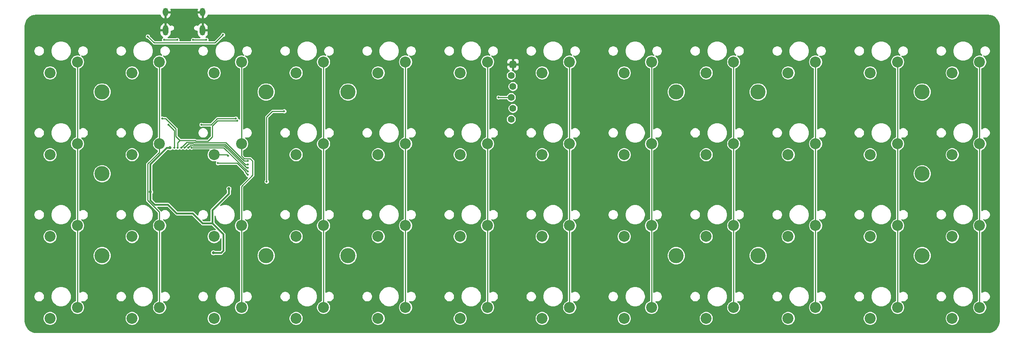
<source format=gbr>
G04 #@! TF.GenerationSoftware,KiCad,Pcbnew,(5.1.2-1)-1*
G04 #@! TF.CreationDate,2020-05-30T10:38:58-05:00*
G04 #@! TF.ProjectId,therick48,74686572-6963-46b3-9438-2e6b69636164,rev?*
G04 #@! TF.SameCoordinates,Original*
G04 #@! TF.FileFunction,Copper,L1,Top*
G04 #@! TF.FilePolarity,Positive*
%FSLAX46Y46*%
G04 Gerber Fmt 4.6, Leading zero omitted, Abs format (unit mm)*
G04 Created by KiCad (PCBNEW (5.1.2-1)-1) date 2020-05-30 10:38:58*
%MOMM*%
%LPD*%
G04 APERTURE LIST*
%ADD10O,1.300000X2.400000*%
%ADD11O,1.300000X1.900000*%
%ADD12C,2.540000*%
%ADD13C,0.100000*%
%ADD14C,1.600200*%
%ADD15C,3.500000*%
%ADD16C,0.500000*%
%ADD17C,0.700000*%
%ADD18C,0.250000*%
%ADD19C,0.400000*%
G04 APERTURE END LIST*
D10*
X79680000Y-39668625D03*
D11*
X79680000Y-35468625D03*
X88280000Y-35468625D03*
D10*
X88280000Y-39668625D03*
X79680000Y-39668625D03*
D12*
X59290000Y-47000000D03*
X52940000Y-49540000D03*
X78290000Y-47000000D03*
X71940000Y-49540000D03*
X97290000Y-47000000D03*
X90940000Y-49540000D03*
X116290000Y-47000000D03*
X109940000Y-49540000D03*
X135290000Y-47000000D03*
X128940000Y-49540000D03*
X154290000Y-47000000D03*
X147940000Y-49540000D03*
X173290000Y-47000000D03*
X166940000Y-49540000D03*
X192290000Y-47000000D03*
X185940000Y-49540000D03*
X211290000Y-47000000D03*
X204940000Y-49540000D03*
X230290000Y-47002700D03*
X223940000Y-49542700D03*
X249290000Y-47002700D03*
X242940000Y-49542700D03*
X268290000Y-47000000D03*
X261940000Y-49540000D03*
X59290000Y-66000000D03*
X52940000Y-68540000D03*
X78290000Y-66000000D03*
X71940000Y-68540000D03*
X97290000Y-66000000D03*
X90940000Y-68540000D03*
X116290000Y-66000000D03*
X109940000Y-68540000D03*
X135290000Y-66000000D03*
X128940000Y-68540000D03*
X154290000Y-66000000D03*
X147940000Y-68540000D03*
X173290000Y-66000000D03*
X166940000Y-68540000D03*
X192290000Y-66000000D03*
X185940000Y-68540000D03*
X211290000Y-66000000D03*
X204940000Y-68540000D03*
X230290000Y-66000000D03*
X223940000Y-68540000D03*
X249290000Y-66000000D03*
X242940000Y-68540000D03*
X268290000Y-66000000D03*
X261940000Y-68540000D03*
X59290000Y-85000000D03*
X52940000Y-87540000D03*
X78290000Y-85000000D03*
X71940000Y-87540000D03*
X97290000Y-85000000D03*
X90940000Y-87540000D03*
X116290000Y-85000000D03*
X109940000Y-87540000D03*
X135290000Y-85000000D03*
X128940000Y-87540000D03*
X154290000Y-85000000D03*
X147940000Y-87540000D03*
X173290000Y-85000000D03*
X166940000Y-87540000D03*
X192290000Y-85000000D03*
X185940000Y-87540000D03*
X211290000Y-85000000D03*
X204940000Y-87540000D03*
X230290000Y-85000000D03*
X223940000Y-87540000D03*
X249290000Y-85000000D03*
X242940000Y-87540000D03*
X268290000Y-85000000D03*
X261940000Y-87540000D03*
X59290000Y-104000000D03*
X52940000Y-106540000D03*
X78290000Y-104000000D03*
X71940000Y-106540000D03*
X97290000Y-104000000D03*
X90940000Y-106540000D03*
X116290000Y-104000000D03*
X109940000Y-106540000D03*
X135290000Y-104000000D03*
X128940000Y-106540000D03*
X154290000Y-104000000D03*
X147940000Y-106540000D03*
X173290000Y-104000000D03*
X166940000Y-106540000D03*
X192290000Y-104000000D03*
X185940000Y-106540000D03*
X211290000Y-104000000D03*
X204940000Y-106540000D03*
X230290000Y-104000000D03*
X223940000Y-106540000D03*
X249290000Y-104000000D03*
X242940000Y-106540000D03*
X268290000Y-104000000D03*
X261940000Y-106540000D03*
D13*
G36*
X160622462Y-46811826D02*
G01*
X160661296Y-46817587D01*
X160699378Y-46827126D01*
X160736343Y-46840352D01*
X160771832Y-46857137D01*
X160805506Y-46877321D01*
X160837039Y-46900707D01*
X160866128Y-46927072D01*
X160892493Y-46956161D01*
X160915879Y-46987694D01*
X160936063Y-47021368D01*
X160952848Y-47056857D01*
X160966074Y-47093822D01*
X160975613Y-47131904D01*
X160981374Y-47170738D01*
X160983300Y-47209950D01*
X160983300Y-48010050D01*
X160981374Y-48049262D01*
X160975613Y-48088096D01*
X160966074Y-48126178D01*
X160952848Y-48163143D01*
X160936063Y-48198632D01*
X160915879Y-48232306D01*
X160892493Y-48263839D01*
X160866128Y-48292928D01*
X160837039Y-48319293D01*
X160805506Y-48342679D01*
X160771832Y-48362863D01*
X160736343Y-48379648D01*
X160699378Y-48392874D01*
X160661296Y-48402413D01*
X160622462Y-48408174D01*
X160583250Y-48410100D01*
X159783150Y-48410100D01*
X159743938Y-48408174D01*
X159705104Y-48402413D01*
X159667022Y-48392874D01*
X159630057Y-48379648D01*
X159594568Y-48362863D01*
X159560894Y-48342679D01*
X159529361Y-48319293D01*
X159500272Y-48292928D01*
X159473907Y-48263839D01*
X159450521Y-48232306D01*
X159430337Y-48198632D01*
X159413552Y-48163143D01*
X159400326Y-48126178D01*
X159390787Y-48088096D01*
X159385026Y-48049262D01*
X159383100Y-48010050D01*
X159383100Y-47209950D01*
X159385026Y-47170738D01*
X159390787Y-47131904D01*
X159400326Y-47093822D01*
X159413552Y-47056857D01*
X159430337Y-47021368D01*
X159450521Y-46987694D01*
X159473907Y-46956161D01*
X159500272Y-46927072D01*
X159529361Y-46900707D01*
X159560894Y-46877321D01*
X159594568Y-46857137D01*
X159630057Y-46840352D01*
X159667022Y-46827126D01*
X159705104Y-46817587D01*
X159743938Y-46811826D01*
X159783150Y-46809900D01*
X160583250Y-46809900D01*
X160622462Y-46811826D01*
X160622462Y-46811826D01*
G37*
D14*
X160183200Y-47610000D03*
X159776800Y-50150000D03*
X160183200Y-52690000D03*
X159776800Y-55230000D03*
X160183200Y-57770000D03*
X159776800Y-60310000D03*
D15*
X64980000Y-72960000D03*
X102980000Y-53960000D03*
X102980000Y-91960000D03*
X216980000Y-53960000D03*
X216980000Y-91960000D03*
X254980000Y-72960000D03*
X64980000Y-53960000D03*
X254980000Y-53960000D03*
X64980000Y-91960000D03*
X121980000Y-91960000D03*
X254980000Y-91960000D03*
X197980000Y-91960000D03*
X121980000Y-53960000D03*
X197980000Y-53960000D03*
D16*
X94234000Y-68834000D03*
D17*
X80772000Y-66929000D03*
D16*
X88011000Y-61595000D03*
D17*
X94361000Y-76454000D03*
X76199000Y-77217000D03*
X90805000Y-91313000D03*
D16*
X95968694Y-60131537D03*
X81737500Y-66929000D03*
X80391000Y-61595000D03*
X75575373Y-41101375D03*
X93010625Y-40720375D03*
X82537500Y-66929000D03*
X96312625Y-60659375D03*
X78947375Y-60151375D03*
X83331250Y-66898000D03*
X98737500Y-70025000D03*
X84131250Y-66898000D03*
X98737500Y-70825000D03*
X98737500Y-71625000D03*
X84931250Y-66898000D03*
X85731250Y-66898000D03*
X98737500Y-72425000D03*
X98737500Y-73225000D03*
X91837500Y-70525000D03*
X156845000Y-55245000D03*
X86091000Y-41868000D03*
X89139000Y-41868000D03*
X82408000Y-41868000D03*
X79360000Y-41868000D03*
X103124000Y-74803000D03*
X107188000Y-58457710D03*
D18*
X93940000Y-68540000D02*
X94234000Y-68834000D01*
X90940000Y-68540000D02*
X93940000Y-68540000D01*
D19*
X80011000Y-66929000D02*
X80772000Y-66929000D01*
X76199000Y-70741000D02*
X80011000Y-66929000D01*
D18*
X91583220Y-60279365D02*
X90267585Y-61595000D01*
X90267585Y-61595000D02*
X88011000Y-61595000D01*
D19*
X76199000Y-77217000D02*
X76199000Y-70741000D01*
X92583000Y-91313000D02*
X90805000Y-91313000D01*
X93091000Y-90805000D02*
X92583000Y-91313000D01*
X90551000Y-84455000D02*
X93091000Y-86995000D01*
X77216000Y-80137000D02*
X80264000Y-80137000D01*
X76199000Y-79120000D02*
X77216000Y-80137000D01*
X93091000Y-87503000D02*
X93091000Y-90805000D01*
X82296000Y-82169000D02*
X85979000Y-82169000D01*
X76199000Y-77217000D02*
X76199000Y-79120000D01*
X93091000Y-86995000D02*
X93091000Y-87503000D01*
X80264000Y-80137000D02*
X82296000Y-82169000D01*
X90551000Y-83693000D02*
X90551000Y-84455000D01*
X90551000Y-81407000D02*
X90551000Y-83693000D01*
X94361000Y-76454000D02*
X94361000Y-77597000D01*
X85979000Y-82169000D02*
X88265000Y-84455000D01*
X88265000Y-84455000D02*
X90551000Y-84455000D01*
X94361000Y-77597000D02*
X90551000Y-81407000D01*
D18*
X91731048Y-60131537D02*
X91583220Y-60279365D01*
X95968694Y-60131537D02*
X91731048Y-60131537D01*
X80391000Y-61595000D02*
X81737500Y-62941500D01*
X81737500Y-66929000D02*
X81737500Y-62941500D01*
X91150999Y-42580001D02*
X93010625Y-40720375D01*
X77053999Y-42580001D02*
X91150999Y-42580001D01*
X75575373Y-41101375D02*
X77053999Y-42580001D01*
X83058030Y-65252970D02*
X82537500Y-65773500D01*
X82537500Y-66929000D02*
X82537500Y-65773500D01*
X82117510Y-64312450D02*
X83058030Y-65252970D01*
X82117510Y-62574108D02*
X82117510Y-64312450D01*
X79694777Y-60151375D02*
X82117510Y-62574108D01*
X78947375Y-60151375D02*
X79694777Y-60151375D01*
X91740625Y-60659375D02*
X96312625Y-60659375D01*
X90551000Y-61849000D02*
X91740625Y-60659375D01*
X90551000Y-64389000D02*
X90551000Y-61849000D01*
X89562040Y-65377960D02*
X90551000Y-64389000D01*
X86713960Y-65377960D02*
X89562040Y-65377960D01*
X86588970Y-65252970D02*
X86713960Y-65377960D01*
X83058030Y-65252970D02*
X86588970Y-65252970D01*
X59290000Y-102203949D02*
X59290000Y-47000000D01*
X59290000Y-104000000D02*
X59290000Y-102203949D01*
X78290000Y-85000000D02*
X78290000Y-104000000D01*
X78290000Y-66000000D02*
X78290000Y-47000000D01*
X78290000Y-85000000D02*
X78290000Y-81854481D01*
X78290000Y-81854481D02*
X75593999Y-79158479D01*
X78290000Y-66000000D02*
X78290000Y-68006520D01*
X78290000Y-68006520D02*
X75593999Y-70702521D01*
X75593999Y-79158479D02*
X75593999Y-70702521D01*
X97290000Y-104000000D02*
X97290000Y-85000000D01*
X97290000Y-75912002D02*
X99872501Y-73329501D01*
X97290000Y-85000000D02*
X97290000Y-75912002D01*
X97290000Y-66000000D02*
X97290000Y-47000000D01*
X97290000Y-66000000D02*
X97290000Y-68827843D01*
X97290000Y-68827843D02*
X97924078Y-69461921D01*
X99306921Y-69461921D02*
X99872501Y-70027501D01*
X97924078Y-69461921D02*
X99306921Y-69461921D01*
X99872501Y-70027501D02*
X99872501Y-73329501D01*
X116290000Y-47002700D02*
X116290000Y-104000000D01*
X86397479Y-65632979D02*
X86522470Y-65757970D01*
X86522470Y-65757970D02*
X93682713Y-65757970D01*
X84596271Y-65632979D02*
X86397479Y-65632979D01*
X97949743Y-70025000D02*
X98737500Y-70025000D01*
X93682713Y-65757970D02*
X97949743Y-70025000D01*
X83331250Y-66898000D02*
X84596271Y-65632979D01*
X93525309Y-66137980D02*
X98212328Y-70825000D01*
X85016261Y-66012989D02*
X86154289Y-66012989D01*
X86154289Y-66012989D02*
X86279280Y-66137980D01*
X98212328Y-70825000D02*
X98737500Y-70825000D01*
X86279280Y-66137980D02*
X93525309Y-66137980D01*
X84131250Y-66898000D02*
X85016261Y-66012989D01*
X135290000Y-59528000D02*
X135290000Y-104000000D01*
X135290000Y-47000000D02*
X135290000Y-59528000D01*
X98474914Y-71625000D02*
X98737500Y-71625000D01*
X93367904Y-66517990D02*
X98474914Y-71625000D01*
X84931250Y-66898000D02*
X85436251Y-66392999D01*
X85996884Y-66392999D02*
X86121875Y-66517990D01*
X86121875Y-66517990D02*
X93367904Y-66517990D01*
X85436251Y-66392999D02*
X85996884Y-66392999D01*
X154290000Y-66000000D02*
X154290000Y-104000000D01*
X154290000Y-47000000D02*
X154290000Y-66000000D01*
X173290000Y-104000000D02*
X173290000Y-47000000D01*
X93210500Y-66898000D02*
X98737500Y-72425000D01*
X85731250Y-66898000D02*
X93210500Y-66898000D01*
X192290000Y-47000000D02*
X192290000Y-104000000D01*
X98232499Y-72709501D02*
X98227250Y-72714750D01*
X98232499Y-72457413D02*
X98232499Y-72709501D01*
X96300086Y-70525000D02*
X98232499Y-72457413D01*
X98227250Y-72714750D02*
X98737500Y-73225000D01*
X91837500Y-70525000D02*
X96300086Y-70525000D01*
X211290000Y-104000000D02*
X211290000Y-47000000D01*
X230290000Y-47002700D02*
X230290000Y-104000000D01*
X249290000Y-104000000D02*
X249290000Y-47002700D01*
X268290000Y-104000000D02*
X268290000Y-85000000D01*
X268290000Y-85000000D02*
X268290000Y-47000000D01*
X159761800Y-55245000D02*
X159776800Y-55230000D01*
X156845000Y-55245000D02*
X159761800Y-55245000D01*
X86091000Y-41868000D02*
X89139000Y-41868000D01*
X82408000Y-41868000D02*
X79360000Y-41868000D01*
X103124000Y-74803000D02*
X103124000Y-59817000D01*
X104483290Y-58457710D02*
X107188000Y-58457710D01*
X103124000Y-59817000D02*
X104483290Y-58457710D01*
G36*
X87046819Y-34791803D02*
G01*
X86997000Y-35039625D01*
X86997000Y-35339625D01*
X88151000Y-35339625D01*
X88151000Y-35319625D01*
X88409000Y-35319625D01*
X88409000Y-35339625D01*
X88429000Y-35339625D01*
X88429000Y-35597625D01*
X88409000Y-35597625D01*
X88409000Y-36885953D01*
X88607100Y-37009227D01*
X88651802Y-37003329D01*
X88885537Y-36907069D01*
X89096001Y-36767060D01*
X89275107Y-36588681D01*
X89415971Y-36378788D01*
X89513181Y-36145447D01*
X89519027Y-36116365D01*
X89536630Y-36118091D01*
X89536643Y-36118091D01*
X89556015Y-36119999D01*
X270173183Y-36121250D01*
X270692405Y-36172160D01*
X271185294Y-36320972D01*
X271639889Y-36562684D01*
X272038884Y-36888095D01*
X272367070Y-37284805D01*
X272611951Y-37737703D01*
X272764200Y-38229538D01*
X272819999Y-38760433D01*
X272820001Y-38761108D01*
X272820000Y-107140437D01*
X272767840Y-107672404D01*
X272619028Y-108165295D01*
X272377313Y-108619894D01*
X272051905Y-109018884D01*
X271655198Y-109347068D01*
X271202297Y-109591951D01*
X270710463Y-109744199D01*
X270179567Y-109799999D01*
X270179179Y-109800000D01*
X49799563Y-109800000D01*
X49267596Y-109747840D01*
X48774705Y-109599028D01*
X48320106Y-109357313D01*
X47921116Y-109031905D01*
X47592932Y-108635198D01*
X47348049Y-108182297D01*
X47195801Y-107690463D01*
X47140001Y-107159567D01*
X47140000Y-107159179D01*
X47140000Y-106377982D01*
X51295000Y-106377982D01*
X51295000Y-106702018D01*
X51358217Y-107019829D01*
X51482220Y-107319199D01*
X51662245Y-107588626D01*
X51891374Y-107817755D01*
X52160801Y-107997780D01*
X52460171Y-108121783D01*
X52777982Y-108185000D01*
X53102018Y-108185000D01*
X53419829Y-108121783D01*
X53719199Y-107997780D01*
X53988626Y-107817755D01*
X54217755Y-107588626D01*
X54397780Y-107319199D01*
X54521783Y-107019829D01*
X54585000Y-106702018D01*
X54585000Y-106377982D01*
X70295000Y-106377982D01*
X70295000Y-106702018D01*
X70358217Y-107019829D01*
X70482220Y-107319199D01*
X70662245Y-107588626D01*
X70891374Y-107817755D01*
X71160801Y-107997780D01*
X71460171Y-108121783D01*
X71777982Y-108185000D01*
X72102018Y-108185000D01*
X72419829Y-108121783D01*
X72719199Y-107997780D01*
X72988626Y-107817755D01*
X73217755Y-107588626D01*
X73397780Y-107319199D01*
X73521783Y-107019829D01*
X73585000Y-106702018D01*
X73585000Y-106377982D01*
X89295000Y-106377982D01*
X89295000Y-106702018D01*
X89358217Y-107019829D01*
X89482220Y-107319199D01*
X89662245Y-107588626D01*
X89891374Y-107817755D01*
X90160801Y-107997780D01*
X90460171Y-108121783D01*
X90777982Y-108185000D01*
X91102018Y-108185000D01*
X91419829Y-108121783D01*
X91719199Y-107997780D01*
X91988626Y-107817755D01*
X92217755Y-107588626D01*
X92397780Y-107319199D01*
X92521783Y-107019829D01*
X92585000Y-106702018D01*
X92585000Y-106377982D01*
X108295000Y-106377982D01*
X108295000Y-106702018D01*
X108358217Y-107019829D01*
X108482220Y-107319199D01*
X108662245Y-107588626D01*
X108891374Y-107817755D01*
X109160801Y-107997780D01*
X109460171Y-108121783D01*
X109777982Y-108185000D01*
X110102018Y-108185000D01*
X110419829Y-108121783D01*
X110719199Y-107997780D01*
X110988626Y-107817755D01*
X111217755Y-107588626D01*
X111397780Y-107319199D01*
X111521783Y-107019829D01*
X111585000Y-106702018D01*
X111585000Y-106377982D01*
X127295000Y-106377982D01*
X127295000Y-106702018D01*
X127358217Y-107019829D01*
X127482220Y-107319199D01*
X127662245Y-107588626D01*
X127891374Y-107817755D01*
X128160801Y-107997780D01*
X128460171Y-108121783D01*
X128777982Y-108185000D01*
X129102018Y-108185000D01*
X129419829Y-108121783D01*
X129719199Y-107997780D01*
X129988626Y-107817755D01*
X130217755Y-107588626D01*
X130397780Y-107319199D01*
X130521783Y-107019829D01*
X130585000Y-106702018D01*
X130585000Y-106377982D01*
X146295000Y-106377982D01*
X146295000Y-106702018D01*
X146358217Y-107019829D01*
X146482220Y-107319199D01*
X146662245Y-107588626D01*
X146891374Y-107817755D01*
X147160801Y-107997780D01*
X147460171Y-108121783D01*
X147777982Y-108185000D01*
X148102018Y-108185000D01*
X148419829Y-108121783D01*
X148719199Y-107997780D01*
X148988626Y-107817755D01*
X149217755Y-107588626D01*
X149397780Y-107319199D01*
X149521783Y-107019829D01*
X149585000Y-106702018D01*
X149585000Y-106377982D01*
X165295000Y-106377982D01*
X165295000Y-106702018D01*
X165358217Y-107019829D01*
X165482220Y-107319199D01*
X165662245Y-107588626D01*
X165891374Y-107817755D01*
X166160801Y-107997780D01*
X166460171Y-108121783D01*
X166777982Y-108185000D01*
X167102018Y-108185000D01*
X167419829Y-108121783D01*
X167719199Y-107997780D01*
X167988626Y-107817755D01*
X168217755Y-107588626D01*
X168397780Y-107319199D01*
X168521783Y-107019829D01*
X168585000Y-106702018D01*
X168585000Y-106377982D01*
X184295000Y-106377982D01*
X184295000Y-106702018D01*
X184358217Y-107019829D01*
X184482220Y-107319199D01*
X184662245Y-107588626D01*
X184891374Y-107817755D01*
X185160801Y-107997780D01*
X185460171Y-108121783D01*
X185777982Y-108185000D01*
X186102018Y-108185000D01*
X186419829Y-108121783D01*
X186719199Y-107997780D01*
X186988626Y-107817755D01*
X187217755Y-107588626D01*
X187397780Y-107319199D01*
X187521783Y-107019829D01*
X187585000Y-106702018D01*
X187585000Y-106377982D01*
X203295000Y-106377982D01*
X203295000Y-106702018D01*
X203358217Y-107019829D01*
X203482220Y-107319199D01*
X203662245Y-107588626D01*
X203891374Y-107817755D01*
X204160801Y-107997780D01*
X204460171Y-108121783D01*
X204777982Y-108185000D01*
X205102018Y-108185000D01*
X205419829Y-108121783D01*
X205719199Y-107997780D01*
X205988626Y-107817755D01*
X206217755Y-107588626D01*
X206397780Y-107319199D01*
X206521783Y-107019829D01*
X206585000Y-106702018D01*
X206585000Y-106377982D01*
X222295000Y-106377982D01*
X222295000Y-106702018D01*
X222358217Y-107019829D01*
X222482220Y-107319199D01*
X222662245Y-107588626D01*
X222891374Y-107817755D01*
X223160801Y-107997780D01*
X223460171Y-108121783D01*
X223777982Y-108185000D01*
X224102018Y-108185000D01*
X224419829Y-108121783D01*
X224719199Y-107997780D01*
X224988626Y-107817755D01*
X225217755Y-107588626D01*
X225397780Y-107319199D01*
X225521783Y-107019829D01*
X225585000Y-106702018D01*
X225585000Y-106377982D01*
X241295000Y-106377982D01*
X241295000Y-106702018D01*
X241358217Y-107019829D01*
X241482220Y-107319199D01*
X241662245Y-107588626D01*
X241891374Y-107817755D01*
X242160801Y-107997780D01*
X242460171Y-108121783D01*
X242777982Y-108185000D01*
X243102018Y-108185000D01*
X243419829Y-108121783D01*
X243719199Y-107997780D01*
X243988626Y-107817755D01*
X244217755Y-107588626D01*
X244397780Y-107319199D01*
X244521783Y-107019829D01*
X244585000Y-106702018D01*
X244585000Y-106377982D01*
X260295000Y-106377982D01*
X260295000Y-106702018D01*
X260358217Y-107019829D01*
X260482220Y-107319199D01*
X260662245Y-107588626D01*
X260891374Y-107817755D01*
X261160801Y-107997780D01*
X261460171Y-108121783D01*
X261777982Y-108185000D01*
X262102018Y-108185000D01*
X262419829Y-108121783D01*
X262719199Y-107997780D01*
X262988626Y-107817755D01*
X263217755Y-107588626D01*
X263397780Y-107319199D01*
X263521783Y-107019829D01*
X263585000Y-106702018D01*
X263585000Y-106377982D01*
X263521783Y-106060171D01*
X263397780Y-105760801D01*
X263217755Y-105491374D01*
X262988626Y-105262245D01*
X262719199Y-105082220D01*
X262419829Y-104958217D01*
X262102018Y-104895000D01*
X261777982Y-104895000D01*
X261460171Y-104958217D01*
X261160801Y-105082220D01*
X260891374Y-105262245D01*
X260662245Y-105491374D01*
X260482220Y-105760801D01*
X260358217Y-106060171D01*
X260295000Y-106377982D01*
X244585000Y-106377982D01*
X244521783Y-106060171D01*
X244397780Y-105760801D01*
X244217755Y-105491374D01*
X243988626Y-105262245D01*
X243719199Y-105082220D01*
X243419829Y-104958217D01*
X243102018Y-104895000D01*
X242777982Y-104895000D01*
X242460171Y-104958217D01*
X242160801Y-105082220D01*
X241891374Y-105262245D01*
X241662245Y-105491374D01*
X241482220Y-105760801D01*
X241358217Y-106060171D01*
X241295000Y-106377982D01*
X225585000Y-106377982D01*
X225521783Y-106060171D01*
X225397780Y-105760801D01*
X225217755Y-105491374D01*
X224988626Y-105262245D01*
X224719199Y-105082220D01*
X224419829Y-104958217D01*
X224102018Y-104895000D01*
X223777982Y-104895000D01*
X223460171Y-104958217D01*
X223160801Y-105082220D01*
X222891374Y-105262245D01*
X222662245Y-105491374D01*
X222482220Y-105760801D01*
X222358217Y-106060171D01*
X222295000Y-106377982D01*
X206585000Y-106377982D01*
X206521783Y-106060171D01*
X206397780Y-105760801D01*
X206217755Y-105491374D01*
X205988626Y-105262245D01*
X205719199Y-105082220D01*
X205419829Y-104958217D01*
X205102018Y-104895000D01*
X204777982Y-104895000D01*
X204460171Y-104958217D01*
X204160801Y-105082220D01*
X203891374Y-105262245D01*
X203662245Y-105491374D01*
X203482220Y-105760801D01*
X203358217Y-106060171D01*
X203295000Y-106377982D01*
X187585000Y-106377982D01*
X187521783Y-106060171D01*
X187397780Y-105760801D01*
X187217755Y-105491374D01*
X186988626Y-105262245D01*
X186719199Y-105082220D01*
X186419829Y-104958217D01*
X186102018Y-104895000D01*
X185777982Y-104895000D01*
X185460171Y-104958217D01*
X185160801Y-105082220D01*
X184891374Y-105262245D01*
X184662245Y-105491374D01*
X184482220Y-105760801D01*
X184358217Y-106060171D01*
X184295000Y-106377982D01*
X168585000Y-106377982D01*
X168521783Y-106060171D01*
X168397780Y-105760801D01*
X168217755Y-105491374D01*
X167988626Y-105262245D01*
X167719199Y-105082220D01*
X167419829Y-104958217D01*
X167102018Y-104895000D01*
X166777982Y-104895000D01*
X166460171Y-104958217D01*
X166160801Y-105082220D01*
X165891374Y-105262245D01*
X165662245Y-105491374D01*
X165482220Y-105760801D01*
X165358217Y-106060171D01*
X165295000Y-106377982D01*
X149585000Y-106377982D01*
X149521783Y-106060171D01*
X149397780Y-105760801D01*
X149217755Y-105491374D01*
X148988626Y-105262245D01*
X148719199Y-105082220D01*
X148419829Y-104958217D01*
X148102018Y-104895000D01*
X147777982Y-104895000D01*
X147460171Y-104958217D01*
X147160801Y-105082220D01*
X146891374Y-105262245D01*
X146662245Y-105491374D01*
X146482220Y-105760801D01*
X146358217Y-106060171D01*
X146295000Y-106377982D01*
X130585000Y-106377982D01*
X130521783Y-106060171D01*
X130397780Y-105760801D01*
X130217755Y-105491374D01*
X129988626Y-105262245D01*
X129719199Y-105082220D01*
X129419829Y-104958217D01*
X129102018Y-104895000D01*
X128777982Y-104895000D01*
X128460171Y-104958217D01*
X128160801Y-105082220D01*
X127891374Y-105262245D01*
X127662245Y-105491374D01*
X127482220Y-105760801D01*
X127358217Y-106060171D01*
X127295000Y-106377982D01*
X111585000Y-106377982D01*
X111521783Y-106060171D01*
X111397780Y-105760801D01*
X111217755Y-105491374D01*
X110988626Y-105262245D01*
X110719199Y-105082220D01*
X110419829Y-104958217D01*
X110102018Y-104895000D01*
X109777982Y-104895000D01*
X109460171Y-104958217D01*
X109160801Y-105082220D01*
X108891374Y-105262245D01*
X108662245Y-105491374D01*
X108482220Y-105760801D01*
X108358217Y-106060171D01*
X108295000Y-106377982D01*
X92585000Y-106377982D01*
X92521783Y-106060171D01*
X92397780Y-105760801D01*
X92217755Y-105491374D01*
X91988626Y-105262245D01*
X91719199Y-105082220D01*
X91419829Y-104958217D01*
X91102018Y-104895000D01*
X90777982Y-104895000D01*
X90460171Y-104958217D01*
X90160801Y-105082220D01*
X89891374Y-105262245D01*
X89662245Y-105491374D01*
X89482220Y-105760801D01*
X89358217Y-106060171D01*
X89295000Y-106377982D01*
X73585000Y-106377982D01*
X73521783Y-106060171D01*
X73397780Y-105760801D01*
X73217755Y-105491374D01*
X72988626Y-105262245D01*
X72719199Y-105082220D01*
X72419829Y-104958217D01*
X72102018Y-104895000D01*
X71777982Y-104895000D01*
X71460171Y-104958217D01*
X71160801Y-105082220D01*
X70891374Y-105262245D01*
X70662245Y-105491374D01*
X70482220Y-105760801D01*
X70358217Y-106060171D01*
X70295000Y-106377982D01*
X54585000Y-106377982D01*
X54521783Y-106060171D01*
X54397780Y-105760801D01*
X54217755Y-105491374D01*
X53988626Y-105262245D01*
X53719199Y-105082220D01*
X53419829Y-104958217D01*
X53102018Y-104895000D01*
X52777982Y-104895000D01*
X52460171Y-104958217D01*
X52160801Y-105082220D01*
X51891374Y-105262245D01*
X51662245Y-105491374D01*
X51482220Y-105760801D01*
X51358217Y-106060171D01*
X51295000Y-106377982D01*
X47140000Y-106377982D01*
X47140000Y-101339259D01*
X49174100Y-101339259D01*
X49174100Y-101580741D01*
X49221210Y-101817582D01*
X49313621Y-102040682D01*
X49447781Y-102241466D01*
X49618534Y-102412219D01*
X49819318Y-102546379D01*
X50042418Y-102638790D01*
X50279259Y-102685900D01*
X50520741Y-102685900D01*
X50757582Y-102638790D01*
X50980682Y-102546379D01*
X51181466Y-102412219D01*
X51352219Y-102241466D01*
X51486379Y-102040682D01*
X51578790Y-101817582D01*
X51625900Y-101580741D01*
X51625900Y-101339259D01*
X51603508Y-101226684D01*
X53111100Y-101226684D01*
X53111100Y-101693316D01*
X53202136Y-102150983D01*
X53380708Y-102582095D01*
X53639955Y-102970086D01*
X53969914Y-103300045D01*
X54357905Y-103559292D01*
X54789017Y-103737864D01*
X55246684Y-103828900D01*
X55713316Y-103828900D01*
X56170983Y-103737864D01*
X56602095Y-103559292D01*
X56990086Y-103300045D01*
X57320045Y-102970086D01*
X57579292Y-102582095D01*
X57757864Y-102150983D01*
X57848900Y-101693316D01*
X57848900Y-101226684D01*
X57757864Y-100769017D01*
X57579292Y-100337905D01*
X57320045Y-99949914D01*
X56990086Y-99619955D01*
X56602095Y-99360708D01*
X56170983Y-99182136D01*
X55713316Y-99091100D01*
X55246684Y-99091100D01*
X54789017Y-99182136D01*
X54357905Y-99360708D01*
X53969914Y-99619955D01*
X53639955Y-99949914D01*
X53380708Y-100337905D01*
X53202136Y-100769017D01*
X53111100Y-101226684D01*
X51603508Y-101226684D01*
X51578790Y-101102418D01*
X51486379Y-100879318D01*
X51352219Y-100678534D01*
X51181466Y-100507781D01*
X50980682Y-100373621D01*
X50757582Y-100281210D01*
X50520741Y-100234100D01*
X50279259Y-100234100D01*
X50042418Y-100281210D01*
X49819318Y-100373621D01*
X49618534Y-100507781D01*
X49447781Y-100678534D01*
X49313621Y-100879318D01*
X49221210Y-101102418D01*
X49174100Y-101339259D01*
X47140000Y-101339259D01*
X47140000Y-87377982D01*
X51295000Y-87377982D01*
X51295000Y-87702018D01*
X51358217Y-88019829D01*
X51482220Y-88319199D01*
X51662245Y-88588626D01*
X51891374Y-88817755D01*
X52160801Y-88997780D01*
X52460171Y-89121783D01*
X52777982Y-89185000D01*
X53102018Y-89185000D01*
X53419829Y-89121783D01*
X53719199Y-88997780D01*
X53988626Y-88817755D01*
X54217755Y-88588626D01*
X54397780Y-88319199D01*
X54521783Y-88019829D01*
X54585000Y-87702018D01*
X54585000Y-87377982D01*
X54521783Y-87060171D01*
X54397780Y-86760801D01*
X54217755Y-86491374D01*
X53988626Y-86262245D01*
X53719199Y-86082220D01*
X53419829Y-85958217D01*
X53102018Y-85895000D01*
X52777982Y-85895000D01*
X52460171Y-85958217D01*
X52160801Y-86082220D01*
X51891374Y-86262245D01*
X51662245Y-86491374D01*
X51482220Y-86760801D01*
X51358217Y-87060171D01*
X51295000Y-87377982D01*
X47140000Y-87377982D01*
X47140000Y-82339259D01*
X49174100Y-82339259D01*
X49174100Y-82580741D01*
X49221210Y-82817582D01*
X49313621Y-83040682D01*
X49447781Y-83241466D01*
X49618534Y-83412219D01*
X49819318Y-83546379D01*
X50042418Y-83638790D01*
X50279259Y-83685900D01*
X50520741Y-83685900D01*
X50757582Y-83638790D01*
X50980682Y-83546379D01*
X51181466Y-83412219D01*
X51352219Y-83241466D01*
X51486379Y-83040682D01*
X51578790Y-82817582D01*
X51625900Y-82580741D01*
X51625900Y-82339259D01*
X51603508Y-82226684D01*
X53111100Y-82226684D01*
X53111100Y-82693316D01*
X53202136Y-83150983D01*
X53380708Y-83582095D01*
X53639955Y-83970086D01*
X53969914Y-84300045D01*
X54357905Y-84559292D01*
X54789017Y-84737864D01*
X55246684Y-84828900D01*
X55713316Y-84828900D01*
X56170983Y-84737864D01*
X56602095Y-84559292D01*
X56990086Y-84300045D01*
X57320045Y-83970086D01*
X57579292Y-83582095D01*
X57757864Y-83150983D01*
X57848900Y-82693316D01*
X57848900Y-82226684D01*
X57757864Y-81769017D01*
X57579292Y-81337905D01*
X57320045Y-80949914D01*
X56990086Y-80619955D01*
X56602095Y-80360708D01*
X56170983Y-80182136D01*
X55713316Y-80091100D01*
X55246684Y-80091100D01*
X54789017Y-80182136D01*
X54357905Y-80360708D01*
X53969914Y-80619955D01*
X53639955Y-80949914D01*
X53380708Y-81337905D01*
X53202136Y-81769017D01*
X53111100Y-82226684D01*
X51603508Y-82226684D01*
X51578790Y-82102418D01*
X51486379Y-81879318D01*
X51352219Y-81678534D01*
X51181466Y-81507781D01*
X50980682Y-81373621D01*
X50757582Y-81281210D01*
X50520741Y-81234100D01*
X50279259Y-81234100D01*
X50042418Y-81281210D01*
X49819318Y-81373621D01*
X49618534Y-81507781D01*
X49447781Y-81678534D01*
X49313621Y-81879318D01*
X49221210Y-82102418D01*
X49174100Y-82339259D01*
X47140000Y-82339259D01*
X47140000Y-68377982D01*
X51295000Y-68377982D01*
X51295000Y-68702018D01*
X51358217Y-69019829D01*
X51482220Y-69319199D01*
X51662245Y-69588626D01*
X51891374Y-69817755D01*
X52160801Y-69997780D01*
X52460171Y-70121783D01*
X52777982Y-70185000D01*
X53102018Y-70185000D01*
X53419829Y-70121783D01*
X53719199Y-69997780D01*
X53988626Y-69817755D01*
X54217755Y-69588626D01*
X54397780Y-69319199D01*
X54521783Y-69019829D01*
X54585000Y-68702018D01*
X54585000Y-68377982D01*
X54521783Y-68060171D01*
X54397780Y-67760801D01*
X54217755Y-67491374D01*
X53988626Y-67262245D01*
X53719199Y-67082220D01*
X53419829Y-66958217D01*
X53102018Y-66895000D01*
X52777982Y-66895000D01*
X52460171Y-66958217D01*
X52160801Y-67082220D01*
X51891374Y-67262245D01*
X51662245Y-67491374D01*
X51482220Y-67760801D01*
X51358217Y-68060171D01*
X51295000Y-68377982D01*
X47140000Y-68377982D01*
X47140000Y-63339259D01*
X49174100Y-63339259D01*
X49174100Y-63580741D01*
X49221210Y-63817582D01*
X49313621Y-64040682D01*
X49447781Y-64241466D01*
X49618534Y-64412219D01*
X49819318Y-64546379D01*
X50042418Y-64638790D01*
X50279259Y-64685900D01*
X50520741Y-64685900D01*
X50757582Y-64638790D01*
X50980682Y-64546379D01*
X51181466Y-64412219D01*
X51352219Y-64241466D01*
X51486379Y-64040682D01*
X51578790Y-63817582D01*
X51625900Y-63580741D01*
X51625900Y-63339259D01*
X51603508Y-63226684D01*
X53111100Y-63226684D01*
X53111100Y-63693316D01*
X53202136Y-64150983D01*
X53380708Y-64582095D01*
X53639955Y-64970086D01*
X53969914Y-65300045D01*
X54357905Y-65559292D01*
X54789017Y-65737864D01*
X55246684Y-65828900D01*
X55713316Y-65828900D01*
X56170983Y-65737864D01*
X56602095Y-65559292D01*
X56990086Y-65300045D01*
X57320045Y-64970086D01*
X57579292Y-64582095D01*
X57757864Y-64150983D01*
X57848900Y-63693316D01*
X57848900Y-63226684D01*
X57757864Y-62769017D01*
X57579292Y-62337905D01*
X57320045Y-61949914D01*
X56990086Y-61619955D01*
X56602095Y-61360708D01*
X56170983Y-61182136D01*
X55713316Y-61091100D01*
X55246684Y-61091100D01*
X54789017Y-61182136D01*
X54357905Y-61360708D01*
X53969914Y-61619955D01*
X53639955Y-61949914D01*
X53380708Y-62337905D01*
X53202136Y-62769017D01*
X53111100Y-63226684D01*
X51603508Y-63226684D01*
X51578790Y-63102418D01*
X51486379Y-62879318D01*
X51352219Y-62678534D01*
X51181466Y-62507781D01*
X50980682Y-62373621D01*
X50757582Y-62281210D01*
X50520741Y-62234100D01*
X50279259Y-62234100D01*
X50042418Y-62281210D01*
X49819318Y-62373621D01*
X49618534Y-62507781D01*
X49447781Y-62678534D01*
X49313621Y-62879318D01*
X49221210Y-63102418D01*
X49174100Y-63339259D01*
X47140000Y-63339259D01*
X47140000Y-49377982D01*
X51295000Y-49377982D01*
X51295000Y-49702018D01*
X51358217Y-50019829D01*
X51482220Y-50319199D01*
X51662245Y-50588626D01*
X51891374Y-50817755D01*
X52160801Y-50997780D01*
X52460171Y-51121783D01*
X52777982Y-51185000D01*
X53102018Y-51185000D01*
X53419829Y-51121783D01*
X53719199Y-50997780D01*
X53988626Y-50817755D01*
X54217755Y-50588626D01*
X54397780Y-50319199D01*
X54521783Y-50019829D01*
X54585000Y-49702018D01*
X54585000Y-49377982D01*
X54521783Y-49060171D01*
X54397780Y-48760801D01*
X54217755Y-48491374D01*
X53988626Y-48262245D01*
X53719199Y-48082220D01*
X53419829Y-47958217D01*
X53102018Y-47895000D01*
X52777982Y-47895000D01*
X52460171Y-47958217D01*
X52160801Y-48082220D01*
X51891374Y-48262245D01*
X51662245Y-48491374D01*
X51482220Y-48760801D01*
X51358217Y-49060171D01*
X51295000Y-49377982D01*
X47140000Y-49377982D01*
X47140000Y-46837982D01*
X57645000Y-46837982D01*
X57645000Y-47162018D01*
X57708217Y-47479829D01*
X57832220Y-47779199D01*
X58012245Y-48048626D01*
X58241374Y-48277755D01*
X58510801Y-48457780D01*
X58790001Y-48573428D01*
X58790001Y-64426572D01*
X58510801Y-64542220D01*
X58241374Y-64722245D01*
X58012245Y-64951374D01*
X57832220Y-65220801D01*
X57708217Y-65520171D01*
X57645000Y-65837982D01*
X57645000Y-66162018D01*
X57708217Y-66479829D01*
X57832220Y-66779199D01*
X58012245Y-67048626D01*
X58241374Y-67277755D01*
X58510801Y-67457780D01*
X58790001Y-67573428D01*
X58790000Y-83426572D01*
X58510801Y-83542220D01*
X58241374Y-83722245D01*
X58012245Y-83951374D01*
X57832220Y-84220801D01*
X57708217Y-84520171D01*
X57645000Y-84837982D01*
X57645000Y-85162018D01*
X57708217Y-85479829D01*
X57832220Y-85779199D01*
X58012245Y-86048626D01*
X58241374Y-86277755D01*
X58510801Y-86457780D01*
X58790000Y-86573428D01*
X58790000Y-102228508D01*
X58790001Y-102228518D01*
X58790001Y-102426572D01*
X58510801Y-102542220D01*
X58241374Y-102722245D01*
X58012245Y-102951374D01*
X57832220Y-103220801D01*
X57708217Y-103520171D01*
X57645000Y-103837982D01*
X57645000Y-104162018D01*
X57708217Y-104479829D01*
X57832220Y-104779199D01*
X58012245Y-105048626D01*
X58241374Y-105277755D01*
X58510801Y-105457780D01*
X58810171Y-105581783D01*
X59127982Y-105645000D01*
X59452018Y-105645000D01*
X59769829Y-105581783D01*
X60069199Y-105457780D01*
X60338626Y-105277755D01*
X60567755Y-105048626D01*
X60747780Y-104779199D01*
X60871783Y-104479829D01*
X60935000Y-104162018D01*
X60935000Y-103837982D01*
X60871783Y-103520171D01*
X60747780Y-103220801D01*
X60567755Y-102951374D01*
X60338626Y-102722245D01*
X60218520Y-102641993D01*
X60439259Y-102685900D01*
X60680741Y-102685900D01*
X60917582Y-102638790D01*
X61140682Y-102546379D01*
X61341466Y-102412219D01*
X61512219Y-102241466D01*
X61646379Y-102040682D01*
X61738790Y-101817582D01*
X61785900Y-101580741D01*
X61785900Y-101339259D01*
X68174100Y-101339259D01*
X68174100Y-101580741D01*
X68221210Y-101817582D01*
X68313621Y-102040682D01*
X68447781Y-102241466D01*
X68618534Y-102412219D01*
X68819318Y-102546379D01*
X69042418Y-102638790D01*
X69279259Y-102685900D01*
X69520741Y-102685900D01*
X69757582Y-102638790D01*
X69980682Y-102546379D01*
X70181466Y-102412219D01*
X70352219Y-102241466D01*
X70486379Y-102040682D01*
X70578790Y-101817582D01*
X70625900Y-101580741D01*
X70625900Y-101339259D01*
X70603508Y-101226684D01*
X72111100Y-101226684D01*
X72111100Y-101693316D01*
X72202136Y-102150983D01*
X72380708Y-102582095D01*
X72639955Y-102970086D01*
X72969914Y-103300045D01*
X73357905Y-103559292D01*
X73789017Y-103737864D01*
X74246684Y-103828900D01*
X74713316Y-103828900D01*
X75170983Y-103737864D01*
X75602095Y-103559292D01*
X75990086Y-103300045D01*
X76320045Y-102970086D01*
X76579292Y-102582095D01*
X76757864Y-102150983D01*
X76848900Y-101693316D01*
X76848900Y-101226684D01*
X76757864Y-100769017D01*
X76579292Y-100337905D01*
X76320045Y-99949914D01*
X75990086Y-99619955D01*
X75602095Y-99360708D01*
X75170983Y-99182136D01*
X74713316Y-99091100D01*
X74246684Y-99091100D01*
X73789017Y-99182136D01*
X73357905Y-99360708D01*
X72969914Y-99619955D01*
X72639955Y-99949914D01*
X72380708Y-100337905D01*
X72202136Y-100769017D01*
X72111100Y-101226684D01*
X70603508Y-101226684D01*
X70578790Y-101102418D01*
X70486379Y-100879318D01*
X70352219Y-100678534D01*
X70181466Y-100507781D01*
X69980682Y-100373621D01*
X69757582Y-100281210D01*
X69520741Y-100234100D01*
X69279259Y-100234100D01*
X69042418Y-100281210D01*
X68819318Y-100373621D01*
X68618534Y-100507781D01*
X68447781Y-100678534D01*
X68313621Y-100879318D01*
X68221210Y-101102418D01*
X68174100Y-101339259D01*
X61785900Y-101339259D01*
X61738790Y-101102418D01*
X61646379Y-100879318D01*
X61512219Y-100678534D01*
X61341466Y-100507781D01*
X61140682Y-100373621D01*
X60917582Y-100281210D01*
X60680741Y-100234100D01*
X60439259Y-100234100D01*
X60202418Y-100281210D01*
X59979318Y-100373621D01*
X59790000Y-100500120D01*
X59790000Y-91750706D01*
X62855000Y-91750706D01*
X62855000Y-92169294D01*
X62936663Y-92579840D01*
X63096849Y-92966565D01*
X63329405Y-93314609D01*
X63625391Y-93610595D01*
X63973435Y-93843151D01*
X64360160Y-94003337D01*
X64770706Y-94085000D01*
X65189294Y-94085000D01*
X65599840Y-94003337D01*
X65986565Y-93843151D01*
X66334609Y-93610595D01*
X66630595Y-93314609D01*
X66863151Y-92966565D01*
X67023337Y-92579840D01*
X67105000Y-92169294D01*
X67105000Y-91750706D01*
X67023337Y-91340160D01*
X66863151Y-90953435D01*
X66630595Y-90605391D01*
X66334609Y-90309405D01*
X65986565Y-90076849D01*
X65599840Y-89916663D01*
X65189294Y-89835000D01*
X64770706Y-89835000D01*
X64360160Y-89916663D01*
X63973435Y-90076849D01*
X63625391Y-90309405D01*
X63329405Y-90605391D01*
X63096849Y-90953435D01*
X62936663Y-91340160D01*
X62855000Y-91750706D01*
X59790000Y-91750706D01*
X59790000Y-87377982D01*
X70295000Y-87377982D01*
X70295000Y-87702018D01*
X70358217Y-88019829D01*
X70482220Y-88319199D01*
X70662245Y-88588626D01*
X70891374Y-88817755D01*
X71160801Y-88997780D01*
X71460171Y-89121783D01*
X71777982Y-89185000D01*
X72102018Y-89185000D01*
X72419829Y-89121783D01*
X72719199Y-88997780D01*
X72988626Y-88817755D01*
X73217755Y-88588626D01*
X73397780Y-88319199D01*
X73521783Y-88019829D01*
X73585000Y-87702018D01*
X73585000Y-87377982D01*
X73521783Y-87060171D01*
X73397780Y-86760801D01*
X73217755Y-86491374D01*
X72988626Y-86262245D01*
X72719199Y-86082220D01*
X72419829Y-85958217D01*
X72102018Y-85895000D01*
X71777982Y-85895000D01*
X71460171Y-85958217D01*
X71160801Y-86082220D01*
X70891374Y-86262245D01*
X70662245Y-86491374D01*
X70482220Y-86760801D01*
X70358217Y-87060171D01*
X70295000Y-87377982D01*
X59790000Y-87377982D01*
X59790000Y-86573428D01*
X60069199Y-86457780D01*
X60338626Y-86277755D01*
X60567755Y-86048626D01*
X60747780Y-85779199D01*
X60871783Y-85479829D01*
X60935000Y-85162018D01*
X60935000Y-84837982D01*
X60871783Y-84520171D01*
X60747780Y-84220801D01*
X60567755Y-83951374D01*
X60338626Y-83722245D01*
X60218520Y-83641993D01*
X60439259Y-83685900D01*
X60680741Y-83685900D01*
X60917582Y-83638790D01*
X61140682Y-83546379D01*
X61341466Y-83412219D01*
X61512219Y-83241466D01*
X61646379Y-83040682D01*
X61738790Y-82817582D01*
X61785900Y-82580741D01*
X61785900Y-82339259D01*
X68174100Y-82339259D01*
X68174100Y-82580741D01*
X68221210Y-82817582D01*
X68313621Y-83040682D01*
X68447781Y-83241466D01*
X68618534Y-83412219D01*
X68819318Y-83546379D01*
X69042418Y-83638790D01*
X69279259Y-83685900D01*
X69520741Y-83685900D01*
X69757582Y-83638790D01*
X69980682Y-83546379D01*
X70181466Y-83412219D01*
X70352219Y-83241466D01*
X70486379Y-83040682D01*
X70578790Y-82817582D01*
X70625900Y-82580741D01*
X70625900Y-82339259D01*
X70603508Y-82226684D01*
X72111100Y-82226684D01*
X72111100Y-82693316D01*
X72202136Y-83150983D01*
X72380708Y-83582095D01*
X72639955Y-83970086D01*
X72969914Y-84300045D01*
X73357905Y-84559292D01*
X73789017Y-84737864D01*
X74246684Y-84828900D01*
X74713316Y-84828900D01*
X75170983Y-84737864D01*
X75602095Y-84559292D01*
X75990086Y-84300045D01*
X76320045Y-83970086D01*
X76579292Y-83582095D01*
X76757864Y-83150983D01*
X76848900Y-82693316D01*
X76848900Y-82226684D01*
X76757864Y-81769017D01*
X76579292Y-81337905D01*
X76320045Y-80949914D01*
X75990086Y-80619955D01*
X75602095Y-80360708D01*
X75170983Y-80182136D01*
X74713316Y-80091100D01*
X74246684Y-80091100D01*
X73789017Y-80182136D01*
X73357905Y-80360708D01*
X72969914Y-80619955D01*
X72639955Y-80949914D01*
X72380708Y-81337905D01*
X72202136Y-81769017D01*
X72111100Y-82226684D01*
X70603508Y-82226684D01*
X70578790Y-82102418D01*
X70486379Y-81879318D01*
X70352219Y-81678534D01*
X70181466Y-81507781D01*
X69980682Y-81373621D01*
X69757582Y-81281210D01*
X69520741Y-81234100D01*
X69279259Y-81234100D01*
X69042418Y-81281210D01*
X68819318Y-81373621D01*
X68618534Y-81507781D01*
X68447781Y-81678534D01*
X68313621Y-81879318D01*
X68221210Y-82102418D01*
X68174100Y-82339259D01*
X61785900Y-82339259D01*
X61738790Y-82102418D01*
X61646379Y-81879318D01*
X61512219Y-81678534D01*
X61341466Y-81507781D01*
X61140682Y-81373621D01*
X60917582Y-81281210D01*
X60680741Y-81234100D01*
X60439259Y-81234100D01*
X60202418Y-81281210D01*
X59979318Y-81373621D01*
X59790000Y-81500120D01*
X59790000Y-72750706D01*
X62855000Y-72750706D01*
X62855000Y-73169294D01*
X62936663Y-73579840D01*
X63096849Y-73966565D01*
X63329405Y-74314609D01*
X63625391Y-74610595D01*
X63973435Y-74843151D01*
X64360160Y-75003337D01*
X64770706Y-75085000D01*
X65189294Y-75085000D01*
X65599840Y-75003337D01*
X65986565Y-74843151D01*
X66334609Y-74610595D01*
X66630595Y-74314609D01*
X66863151Y-73966565D01*
X67023337Y-73579840D01*
X67105000Y-73169294D01*
X67105000Y-72750706D01*
X67023337Y-72340160D01*
X66863151Y-71953435D01*
X66630595Y-71605391D01*
X66334609Y-71309405D01*
X65986565Y-71076849D01*
X65599840Y-70916663D01*
X65189294Y-70835000D01*
X64770706Y-70835000D01*
X64360160Y-70916663D01*
X63973435Y-71076849D01*
X63625391Y-71309405D01*
X63329405Y-71605391D01*
X63096849Y-71953435D01*
X62936663Y-72340160D01*
X62855000Y-72750706D01*
X59790000Y-72750706D01*
X59790000Y-70702521D01*
X75091580Y-70702521D01*
X75094000Y-70727091D01*
X75093999Y-79133919D01*
X75091580Y-79158479D01*
X75093999Y-79183038D01*
X75101234Y-79256495D01*
X75129824Y-79350745D01*
X75176253Y-79437608D01*
X75238735Y-79513743D01*
X75257823Y-79529408D01*
X77790001Y-82061588D01*
X77790001Y-83426572D01*
X77510801Y-83542220D01*
X77241374Y-83722245D01*
X77012245Y-83951374D01*
X76832220Y-84220801D01*
X76708217Y-84520171D01*
X76645000Y-84837982D01*
X76645000Y-85162018D01*
X76708217Y-85479829D01*
X76832220Y-85779199D01*
X77012245Y-86048626D01*
X77241374Y-86277755D01*
X77510801Y-86457780D01*
X77790000Y-86573428D01*
X77790001Y-102426572D01*
X77510801Y-102542220D01*
X77241374Y-102722245D01*
X77012245Y-102951374D01*
X76832220Y-103220801D01*
X76708217Y-103520171D01*
X76645000Y-103837982D01*
X76645000Y-104162018D01*
X76708217Y-104479829D01*
X76832220Y-104779199D01*
X77012245Y-105048626D01*
X77241374Y-105277755D01*
X77510801Y-105457780D01*
X77810171Y-105581783D01*
X78127982Y-105645000D01*
X78452018Y-105645000D01*
X78769829Y-105581783D01*
X79069199Y-105457780D01*
X79338626Y-105277755D01*
X79567755Y-105048626D01*
X79747780Y-104779199D01*
X79871783Y-104479829D01*
X79935000Y-104162018D01*
X79935000Y-103837982D01*
X79871783Y-103520171D01*
X79747780Y-103220801D01*
X79567755Y-102951374D01*
X79338626Y-102722245D01*
X79218520Y-102641993D01*
X79439259Y-102685900D01*
X79680741Y-102685900D01*
X79917582Y-102638790D01*
X80140682Y-102546379D01*
X80341466Y-102412219D01*
X80512219Y-102241466D01*
X80646379Y-102040682D01*
X80738790Y-101817582D01*
X80785900Y-101580741D01*
X80785900Y-101339259D01*
X87174100Y-101339259D01*
X87174100Y-101580741D01*
X87221210Y-101817582D01*
X87313621Y-102040682D01*
X87447781Y-102241466D01*
X87618534Y-102412219D01*
X87819318Y-102546379D01*
X88042418Y-102638790D01*
X88279259Y-102685900D01*
X88520741Y-102685900D01*
X88757582Y-102638790D01*
X88980682Y-102546379D01*
X89181466Y-102412219D01*
X89352219Y-102241466D01*
X89486379Y-102040682D01*
X89578790Y-101817582D01*
X89625900Y-101580741D01*
X89625900Y-101339259D01*
X89603508Y-101226684D01*
X91111100Y-101226684D01*
X91111100Y-101693316D01*
X91202136Y-102150983D01*
X91380708Y-102582095D01*
X91639955Y-102970086D01*
X91969914Y-103300045D01*
X92357905Y-103559292D01*
X92789017Y-103737864D01*
X93246684Y-103828900D01*
X93713316Y-103828900D01*
X94170983Y-103737864D01*
X94602095Y-103559292D01*
X94990086Y-103300045D01*
X95320045Y-102970086D01*
X95579292Y-102582095D01*
X95757864Y-102150983D01*
X95848900Y-101693316D01*
X95848900Y-101226684D01*
X95757864Y-100769017D01*
X95579292Y-100337905D01*
X95320045Y-99949914D01*
X94990086Y-99619955D01*
X94602095Y-99360708D01*
X94170983Y-99182136D01*
X93713316Y-99091100D01*
X93246684Y-99091100D01*
X92789017Y-99182136D01*
X92357905Y-99360708D01*
X91969914Y-99619955D01*
X91639955Y-99949914D01*
X91380708Y-100337905D01*
X91202136Y-100769017D01*
X91111100Y-101226684D01*
X89603508Y-101226684D01*
X89578790Y-101102418D01*
X89486379Y-100879318D01*
X89352219Y-100678534D01*
X89181466Y-100507781D01*
X88980682Y-100373621D01*
X88757582Y-100281210D01*
X88520741Y-100234100D01*
X88279259Y-100234100D01*
X88042418Y-100281210D01*
X87819318Y-100373621D01*
X87618534Y-100507781D01*
X87447781Y-100678534D01*
X87313621Y-100879318D01*
X87221210Y-101102418D01*
X87174100Y-101339259D01*
X80785900Y-101339259D01*
X80738790Y-101102418D01*
X80646379Y-100879318D01*
X80512219Y-100678534D01*
X80341466Y-100507781D01*
X80140682Y-100373621D01*
X79917582Y-100281210D01*
X79680741Y-100234100D01*
X79439259Y-100234100D01*
X79202418Y-100281210D01*
X78979318Y-100373621D01*
X78790000Y-100500120D01*
X78790000Y-86573428D01*
X79069199Y-86457780D01*
X79338626Y-86277755D01*
X79567755Y-86048626D01*
X79747780Y-85779199D01*
X79871783Y-85479829D01*
X79935000Y-85162018D01*
X79935000Y-84837982D01*
X79871783Y-84520171D01*
X79747780Y-84220801D01*
X79567755Y-83951374D01*
X79338626Y-83722245D01*
X79218520Y-83641993D01*
X79439259Y-83685900D01*
X79680741Y-83685900D01*
X79917582Y-83638790D01*
X80140682Y-83546379D01*
X80341466Y-83412219D01*
X80512219Y-83241466D01*
X80646379Y-83040682D01*
X80738790Y-82817582D01*
X80785900Y-82580741D01*
X80785900Y-82339259D01*
X80738790Y-82102418D01*
X80646379Y-81879318D01*
X80512219Y-81678534D01*
X80341466Y-81507781D01*
X80140682Y-81373621D01*
X79917582Y-81281210D01*
X79680741Y-81234100D01*
X79439259Y-81234100D01*
X79202418Y-81281210D01*
X78979318Y-81373621D01*
X78778534Y-81507781D01*
X78708867Y-81577448D01*
X78707746Y-81575352D01*
X78645264Y-81499217D01*
X78626187Y-81483561D01*
X77854626Y-80712000D01*
X80025828Y-80712000D01*
X81869439Y-82555612D01*
X81887446Y-82577554D01*
X81909386Y-82595559D01*
X81975001Y-82649408D01*
X82057147Y-82693316D01*
X82074892Y-82702801D01*
X82183280Y-82735680D01*
X82267754Y-82744000D01*
X82267757Y-82744000D01*
X82296000Y-82746782D01*
X82324243Y-82744000D01*
X85740828Y-82744000D01*
X87838439Y-84841612D01*
X87856446Y-84863554D01*
X87878386Y-84881559D01*
X87944001Y-84935408D01*
X88043892Y-84988801D01*
X88152280Y-85021680D01*
X88236754Y-85030000D01*
X88236756Y-85030000D01*
X88264999Y-85032782D01*
X88293242Y-85030000D01*
X90312828Y-85030000D01*
X91196651Y-85913824D01*
X91102018Y-85895000D01*
X90777982Y-85895000D01*
X90460171Y-85958217D01*
X90160801Y-86082220D01*
X89891374Y-86262245D01*
X89662245Y-86491374D01*
X89482220Y-86760801D01*
X89358217Y-87060171D01*
X89295000Y-87377982D01*
X89295000Y-87702018D01*
X89358217Y-88019829D01*
X89482220Y-88319199D01*
X89662245Y-88588626D01*
X89891374Y-88817755D01*
X90160801Y-88997780D01*
X90460171Y-89121783D01*
X90777982Y-89185000D01*
X91102018Y-89185000D01*
X91419829Y-89121783D01*
X91719199Y-88997780D01*
X91988626Y-88817755D01*
X92217755Y-88588626D01*
X92397780Y-88319199D01*
X92516000Y-88033790D01*
X92516001Y-90566827D01*
X92344828Y-90738000D01*
X91249417Y-90738000D01*
X91148416Y-90670513D01*
X91016475Y-90615861D01*
X90876406Y-90588000D01*
X90733594Y-90588000D01*
X90593525Y-90615861D01*
X90461584Y-90670513D01*
X90342839Y-90749856D01*
X90241856Y-90850839D01*
X90162513Y-90969584D01*
X90107861Y-91101525D01*
X90080000Y-91241594D01*
X90080000Y-91384406D01*
X90107861Y-91524475D01*
X90162513Y-91656416D01*
X90241856Y-91775161D01*
X90342839Y-91876144D01*
X90461584Y-91955487D01*
X90593525Y-92010139D01*
X90733594Y-92038000D01*
X90876406Y-92038000D01*
X91016475Y-92010139D01*
X91148416Y-91955487D01*
X91249417Y-91888000D01*
X92554757Y-91888000D01*
X92583000Y-91890782D01*
X92611243Y-91888000D01*
X92611246Y-91888000D01*
X92695720Y-91879680D01*
X92804108Y-91846801D01*
X92903998Y-91793408D01*
X92991554Y-91721554D01*
X93009566Y-91699606D01*
X93477606Y-91231566D01*
X93499554Y-91213554D01*
X93551085Y-91150762D01*
X93571408Y-91125999D01*
X93590006Y-91091204D01*
X93624801Y-91026108D01*
X93657680Y-90917720D01*
X93666000Y-90833246D01*
X93666000Y-90833244D01*
X93668782Y-90805001D01*
X93666000Y-90776758D01*
X93666000Y-87023242D01*
X93668782Y-86994999D01*
X93661909Y-86925218D01*
X93657680Y-86882280D01*
X93624801Y-86773892D01*
X93571409Y-86674003D01*
X93571408Y-86674001D01*
X93517559Y-86608386D01*
X93499554Y-86586446D01*
X93477613Y-86568440D01*
X91126000Y-84216828D01*
X91126000Y-82768223D01*
X91202136Y-83150983D01*
X91380708Y-83582095D01*
X91639955Y-83970086D01*
X91969914Y-84300045D01*
X92357905Y-84559292D01*
X92789017Y-84737864D01*
X93246684Y-84828900D01*
X93713316Y-84828900D01*
X94170983Y-84737864D01*
X94602095Y-84559292D01*
X94990086Y-84300045D01*
X95320045Y-83970086D01*
X95579292Y-83582095D01*
X95757864Y-83150983D01*
X95848900Y-82693316D01*
X95848900Y-82226684D01*
X95757864Y-81769017D01*
X95579292Y-81337905D01*
X95320045Y-80949914D01*
X94990086Y-80619955D01*
X94602095Y-80360708D01*
X94170983Y-80182136D01*
X93713316Y-80091100D01*
X93246684Y-80091100D01*
X92789017Y-80182136D01*
X92447629Y-80323543D01*
X94747612Y-78023561D01*
X94769554Y-78005554D01*
X94841408Y-77917998D01*
X94894801Y-77818108D01*
X94927680Y-77709720D01*
X94936000Y-77625246D01*
X94936000Y-77625243D01*
X94938782Y-77597000D01*
X94936000Y-77568757D01*
X94936000Y-76898417D01*
X95003487Y-76797416D01*
X95058139Y-76665475D01*
X95086000Y-76525406D01*
X95086000Y-76382594D01*
X95058139Y-76242525D01*
X95003487Y-76110584D01*
X94924144Y-75991839D01*
X94823161Y-75890856D01*
X94704416Y-75811513D01*
X94572475Y-75756861D01*
X94432406Y-75729000D01*
X94289594Y-75729000D01*
X94149525Y-75756861D01*
X94017584Y-75811513D01*
X93898839Y-75890856D01*
X93797856Y-75991839D01*
X93718513Y-76110584D01*
X93663861Y-76242525D01*
X93636000Y-76382594D01*
X93636000Y-76525406D01*
X93663861Y-76665475D01*
X93718513Y-76797416D01*
X93786000Y-76898418D01*
X93786001Y-77358826D01*
X90164393Y-80980434D01*
X90142446Y-80998446D01*
X90095287Y-81055911D01*
X90070592Y-81086002D01*
X90017200Y-81185892D01*
X90017199Y-81185893D01*
X89984320Y-81294281D01*
X89976506Y-81373621D01*
X89973218Y-81407000D01*
X89976000Y-81435243D01*
X89976001Y-83664745D01*
X89976000Y-83664755D01*
X89976000Y-83880000D01*
X88503173Y-83880000D01*
X88309073Y-83685900D01*
X88520741Y-83685900D01*
X88757582Y-83638790D01*
X88980682Y-83546379D01*
X89181466Y-83412219D01*
X89352219Y-83241466D01*
X89486379Y-83040682D01*
X89578790Y-82817582D01*
X89625900Y-82580741D01*
X89625900Y-82339259D01*
X89578790Y-82102418D01*
X89486379Y-81879318D01*
X89352219Y-81678534D01*
X89181466Y-81507781D01*
X88980682Y-81373621D01*
X88757582Y-81281210D01*
X88520741Y-81234100D01*
X88279259Y-81234100D01*
X88042418Y-81281210D01*
X87819318Y-81373621D01*
X87618534Y-81507781D01*
X87447781Y-81678534D01*
X87313621Y-81879318D01*
X87221210Y-82102418D01*
X87174100Y-82339259D01*
X87174100Y-82550928D01*
X86405565Y-81782393D01*
X86387554Y-81760446D01*
X86299998Y-81688592D01*
X86200108Y-81635199D01*
X86091720Y-81602320D01*
X86007246Y-81594000D01*
X86007243Y-81594000D01*
X85979000Y-81591218D01*
X85950757Y-81594000D01*
X82534173Y-81594000D01*
X80690565Y-79750393D01*
X80672554Y-79728446D01*
X80584998Y-79656592D01*
X80485108Y-79603199D01*
X80376720Y-79570320D01*
X80292246Y-79562000D01*
X80292243Y-79562000D01*
X80264000Y-79559218D01*
X80235757Y-79562000D01*
X77454173Y-79562000D01*
X76774000Y-78881828D01*
X76774000Y-77661417D01*
X76841487Y-77560416D01*
X76896139Y-77428475D01*
X76924000Y-77288406D01*
X76924000Y-77145594D01*
X76896139Y-77005525D01*
X76841487Y-76873584D01*
X76774000Y-76772583D01*
X76774000Y-70979172D01*
X80249173Y-67504000D01*
X80327583Y-67504000D01*
X80428584Y-67571487D01*
X80560525Y-67626139D01*
X80700594Y-67654000D01*
X80843406Y-67654000D01*
X80983475Y-67626139D01*
X81115416Y-67571487D01*
X81234161Y-67492144D01*
X81325461Y-67400844D01*
X81339086Y-67414469D01*
X81441452Y-67482868D01*
X81555194Y-67529981D01*
X81675943Y-67554000D01*
X81799057Y-67554000D01*
X81919806Y-67529981D01*
X82033548Y-67482868D01*
X82135914Y-67414469D01*
X82137500Y-67412883D01*
X82139086Y-67414469D01*
X82241452Y-67482868D01*
X82355194Y-67529981D01*
X82475943Y-67554000D01*
X82599057Y-67554000D01*
X82719806Y-67529981D01*
X82833548Y-67482868D01*
X82935914Y-67414469D01*
X82953264Y-67397119D01*
X83035202Y-67451868D01*
X83148944Y-67498981D01*
X83269693Y-67523000D01*
X83392807Y-67523000D01*
X83513556Y-67498981D01*
X83627298Y-67451868D01*
X83729664Y-67383469D01*
X83731250Y-67381883D01*
X83732836Y-67383469D01*
X83835202Y-67451868D01*
X83948944Y-67498981D01*
X84069693Y-67523000D01*
X84192807Y-67523000D01*
X84313556Y-67498981D01*
X84427298Y-67451868D01*
X84529664Y-67383469D01*
X84531250Y-67381883D01*
X84532836Y-67383469D01*
X84635202Y-67451868D01*
X84748944Y-67498981D01*
X84869693Y-67523000D01*
X84992807Y-67523000D01*
X85113556Y-67498981D01*
X85227298Y-67451868D01*
X85329664Y-67383469D01*
X85331250Y-67381883D01*
X85332836Y-67383469D01*
X85435202Y-67451868D01*
X85548944Y-67498981D01*
X85669693Y-67523000D01*
X85792807Y-67523000D01*
X85913556Y-67498981D01*
X86027298Y-67451868D01*
X86107917Y-67398000D01*
X89755619Y-67398000D01*
X89662245Y-67491374D01*
X89482220Y-67760801D01*
X89358217Y-68060171D01*
X89295000Y-68377982D01*
X89295000Y-68702018D01*
X89358217Y-69019829D01*
X89482220Y-69319199D01*
X89662245Y-69588626D01*
X89891374Y-69817755D01*
X90160801Y-69997780D01*
X90460171Y-70121783D01*
X90777982Y-70185000D01*
X91102018Y-70185000D01*
X91345340Y-70136600D01*
X91283632Y-70228952D01*
X91236519Y-70342694D01*
X91212500Y-70463443D01*
X91212500Y-70586557D01*
X91236519Y-70707306D01*
X91283632Y-70821048D01*
X91352031Y-70923414D01*
X91439086Y-71010469D01*
X91541452Y-71078868D01*
X91655194Y-71125981D01*
X91775943Y-71150000D01*
X91899057Y-71150000D01*
X92019806Y-71125981D01*
X92133548Y-71078868D01*
X92214167Y-71025000D01*
X96092981Y-71025000D01*
X97730022Y-72662043D01*
X97724831Y-72714750D01*
X97734485Y-72812767D01*
X97763076Y-72907017D01*
X97809505Y-72993878D01*
X97871987Y-73070013D01*
X97891063Y-73085668D01*
X98117603Y-73312208D01*
X98136519Y-73407306D01*
X98183632Y-73521048D01*
X98252031Y-73623414D01*
X98339086Y-73710469D01*
X98441452Y-73778868D01*
X98555194Y-73825981D01*
X98650047Y-73844849D01*
X96953819Y-75541078D01*
X96934737Y-75556738D01*
X96872255Y-75632873D01*
X96825826Y-75719735D01*
X96797235Y-75813985D01*
X96787581Y-75912002D01*
X96790001Y-75936572D01*
X96790000Y-83426572D01*
X96510801Y-83542220D01*
X96241374Y-83722245D01*
X96012245Y-83951374D01*
X95832220Y-84220801D01*
X95708217Y-84520171D01*
X95645000Y-84837982D01*
X95645000Y-85162018D01*
X95708217Y-85479829D01*
X95832220Y-85779199D01*
X96012245Y-86048626D01*
X96241374Y-86277755D01*
X96510801Y-86457780D01*
X96790001Y-86573428D01*
X96790000Y-102426572D01*
X96510801Y-102542220D01*
X96241374Y-102722245D01*
X96012245Y-102951374D01*
X95832220Y-103220801D01*
X95708217Y-103520171D01*
X95645000Y-103837982D01*
X95645000Y-104162018D01*
X95708217Y-104479829D01*
X95832220Y-104779199D01*
X96012245Y-105048626D01*
X96241374Y-105277755D01*
X96510801Y-105457780D01*
X96810171Y-105581783D01*
X97127982Y-105645000D01*
X97452018Y-105645000D01*
X97769829Y-105581783D01*
X98069199Y-105457780D01*
X98338626Y-105277755D01*
X98567755Y-105048626D01*
X98747780Y-104779199D01*
X98871783Y-104479829D01*
X98935000Y-104162018D01*
X98935000Y-103837982D01*
X98871783Y-103520171D01*
X98747780Y-103220801D01*
X98567755Y-102951374D01*
X98338626Y-102722245D01*
X98218520Y-102641993D01*
X98439259Y-102685900D01*
X98680741Y-102685900D01*
X98917582Y-102638790D01*
X99140682Y-102546379D01*
X99341466Y-102412219D01*
X99512219Y-102241466D01*
X99646379Y-102040682D01*
X99738790Y-101817582D01*
X99785900Y-101580741D01*
X99785900Y-101339259D01*
X106174100Y-101339259D01*
X106174100Y-101580741D01*
X106221210Y-101817582D01*
X106313621Y-102040682D01*
X106447781Y-102241466D01*
X106618534Y-102412219D01*
X106819318Y-102546379D01*
X107042418Y-102638790D01*
X107279259Y-102685900D01*
X107520741Y-102685900D01*
X107757582Y-102638790D01*
X107980682Y-102546379D01*
X108181466Y-102412219D01*
X108352219Y-102241466D01*
X108486379Y-102040682D01*
X108578790Y-101817582D01*
X108625900Y-101580741D01*
X108625900Y-101339259D01*
X108603508Y-101226684D01*
X110111100Y-101226684D01*
X110111100Y-101693316D01*
X110202136Y-102150983D01*
X110380708Y-102582095D01*
X110639955Y-102970086D01*
X110969914Y-103300045D01*
X111357905Y-103559292D01*
X111789017Y-103737864D01*
X112246684Y-103828900D01*
X112713316Y-103828900D01*
X113170983Y-103737864D01*
X113602095Y-103559292D01*
X113990086Y-103300045D01*
X114320045Y-102970086D01*
X114579292Y-102582095D01*
X114757864Y-102150983D01*
X114848900Y-101693316D01*
X114848900Y-101226684D01*
X114757864Y-100769017D01*
X114579292Y-100337905D01*
X114320045Y-99949914D01*
X113990086Y-99619955D01*
X113602095Y-99360708D01*
X113170983Y-99182136D01*
X112713316Y-99091100D01*
X112246684Y-99091100D01*
X111789017Y-99182136D01*
X111357905Y-99360708D01*
X110969914Y-99619955D01*
X110639955Y-99949914D01*
X110380708Y-100337905D01*
X110202136Y-100769017D01*
X110111100Y-101226684D01*
X108603508Y-101226684D01*
X108578790Y-101102418D01*
X108486379Y-100879318D01*
X108352219Y-100678534D01*
X108181466Y-100507781D01*
X107980682Y-100373621D01*
X107757582Y-100281210D01*
X107520741Y-100234100D01*
X107279259Y-100234100D01*
X107042418Y-100281210D01*
X106819318Y-100373621D01*
X106618534Y-100507781D01*
X106447781Y-100678534D01*
X106313621Y-100879318D01*
X106221210Y-101102418D01*
X106174100Y-101339259D01*
X99785900Y-101339259D01*
X99738790Y-101102418D01*
X99646379Y-100879318D01*
X99512219Y-100678534D01*
X99341466Y-100507781D01*
X99140682Y-100373621D01*
X98917582Y-100281210D01*
X98680741Y-100234100D01*
X98439259Y-100234100D01*
X98202418Y-100281210D01*
X97979318Y-100373621D01*
X97790000Y-100500120D01*
X97790000Y-91750706D01*
X100855000Y-91750706D01*
X100855000Y-92169294D01*
X100936663Y-92579840D01*
X101096849Y-92966565D01*
X101329405Y-93314609D01*
X101625391Y-93610595D01*
X101973435Y-93843151D01*
X102360160Y-94003337D01*
X102770706Y-94085000D01*
X103189294Y-94085000D01*
X103599840Y-94003337D01*
X103986565Y-93843151D01*
X104334609Y-93610595D01*
X104630595Y-93314609D01*
X104863151Y-92966565D01*
X105023337Y-92579840D01*
X105105000Y-92169294D01*
X105105000Y-91750706D01*
X105023337Y-91340160D01*
X104863151Y-90953435D01*
X104630595Y-90605391D01*
X104334609Y-90309405D01*
X103986565Y-90076849D01*
X103599840Y-89916663D01*
X103189294Y-89835000D01*
X102770706Y-89835000D01*
X102360160Y-89916663D01*
X101973435Y-90076849D01*
X101625391Y-90309405D01*
X101329405Y-90605391D01*
X101096849Y-90953435D01*
X100936663Y-91340160D01*
X100855000Y-91750706D01*
X97790000Y-91750706D01*
X97790000Y-87377982D01*
X108295000Y-87377982D01*
X108295000Y-87702018D01*
X108358217Y-88019829D01*
X108482220Y-88319199D01*
X108662245Y-88588626D01*
X108891374Y-88817755D01*
X109160801Y-88997780D01*
X109460171Y-89121783D01*
X109777982Y-89185000D01*
X110102018Y-89185000D01*
X110419829Y-89121783D01*
X110719199Y-88997780D01*
X110988626Y-88817755D01*
X111217755Y-88588626D01*
X111397780Y-88319199D01*
X111521783Y-88019829D01*
X111585000Y-87702018D01*
X111585000Y-87377982D01*
X111521783Y-87060171D01*
X111397780Y-86760801D01*
X111217755Y-86491374D01*
X110988626Y-86262245D01*
X110719199Y-86082220D01*
X110419829Y-85958217D01*
X110102018Y-85895000D01*
X109777982Y-85895000D01*
X109460171Y-85958217D01*
X109160801Y-86082220D01*
X108891374Y-86262245D01*
X108662245Y-86491374D01*
X108482220Y-86760801D01*
X108358217Y-87060171D01*
X108295000Y-87377982D01*
X97790000Y-87377982D01*
X97790000Y-86573428D01*
X98069199Y-86457780D01*
X98338626Y-86277755D01*
X98567755Y-86048626D01*
X98747780Y-85779199D01*
X98871783Y-85479829D01*
X98935000Y-85162018D01*
X98935000Y-84837982D01*
X98871783Y-84520171D01*
X98747780Y-84220801D01*
X98567755Y-83951374D01*
X98338626Y-83722245D01*
X98218520Y-83641993D01*
X98439259Y-83685900D01*
X98680741Y-83685900D01*
X98917582Y-83638790D01*
X99140682Y-83546379D01*
X99341466Y-83412219D01*
X99512219Y-83241466D01*
X99646379Y-83040682D01*
X99738790Y-82817582D01*
X99785900Y-82580741D01*
X99785900Y-82339259D01*
X106174100Y-82339259D01*
X106174100Y-82580741D01*
X106221210Y-82817582D01*
X106313621Y-83040682D01*
X106447781Y-83241466D01*
X106618534Y-83412219D01*
X106819318Y-83546379D01*
X107042418Y-83638790D01*
X107279259Y-83685900D01*
X107520741Y-83685900D01*
X107757582Y-83638790D01*
X107980682Y-83546379D01*
X108181466Y-83412219D01*
X108352219Y-83241466D01*
X108486379Y-83040682D01*
X108578790Y-82817582D01*
X108625900Y-82580741D01*
X108625900Y-82339259D01*
X108603508Y-82226684D01*
X110111100Y-82226684D01*
X110111100Y-82693316D01*
X110202136Y-83150983D01*
X110380708Y-83582095D01*
X110639955Y-83970086D01*
X110969914Y-84300045D01*
X111357905Y-84559292D01*
X111789017Y-84737864D01*
X112246684Y-84828900D01*
X112713316Y-84828900D01*
X113170983Y-84737864D01*
X113602095Y-84559292D01*
X113990086Y-84300045D01*
X114320045Y-83970086D01*
X114579292Y-83582095D01*
X114757864Y-83150983D01*
X114848900Y-82693316D01*
X114848900Y-82226684D01*
X114757864Y-81769017D01*
X114579292Y-81337905D01*
X114320045Y-80949914D01*
X113990086Y-80619955D01*
X113602095Y-80360708D01*
X113170983Y-80182136D01*
X112713316Y-80091100D01*
X112246684Y-80091100D01*
X111789017Y-80182136D01*
X111357905Y-80360708D01*
X110969914Y-80619955D01*
X110639955Y-80949914D01*
X110380708Y-81337905D01*
X110202136Y-81769017D01*
X110111100Y-82226684D01*
X108603508Y-82226684D01*
X108578790Y-82102418D01*
X108486379Y-81879318D01*
X108352219Y-81678534D01*
X108181466Y-81507781D01*
X107980682Y-81373621D01*
X107757582Y-81281210D01*
X107520741Y-81234100D01*
X107279259Y-81234100D01*
X107042418Y-81281210D01*
X106819318Y-81373621D01*
X106618534Y-81507781D01*
X106447781Y-81678534D01*
X106313621Y-81879318D01*
X106221210Y-82102418D01*
X106174100Y-82339259D01*
X99785900Y-82339259D01*
X99738790Y-82102418D01*
X99646379Y-81879318D01*
X99512219Y-81678534D01*
X99341466Y-81507781D01*
X99140682Y-81373621D01*
X98917582Y-81281210D01*
X98680741Y-81234100D01*
X98439259Y-81234100D01*
X98202418Y-81281210D01*
X97979318Y-81373621D01*
X97790000Y-81500120D01*
X97790000Y-76119107D01*
X99167664Y-74741443D01*
X102499000Y-74741443D01*
X102499000Y-74864557D01*
X102523019Y-74985306D01*
X102570132Y-75099048D01*
X102638531Y-75201414D01*
X102725586Y-75288469D01*
X102827952Y-75356868D01*
X102941694Y-75403981D01*
X103062443Y-75428000D01*
X103185557Y-75428000D01*
X103306306Y-75403981D01*
X103420048Y-75356868D01*
X103522414Y-75288469D01*
X103609469Y-75201414D01*
X103677868Y-75099048D01*
X103724981Y-74985306D01*
X103749000Y-74864557D01*
X103749000Y-74741443D01*
X103724981Y-74620694D01*
X103677868Y-74506952D01*
X103624000Y-74426333D01*
X103624000Y-68377982D01*
X108295000Y-68377982D01*
X108295000Y-68702018D01*
X108358217Y-69019829D01*
X108482220Y-69319199D01*
X108662245Y-69588626D01*
X108891374Y-69817755D01*
X109160801Y-69997780D01*
X109460171Y-70121783D01*
X109777982Y-70185000D01*
X110102018Y-70185000D01*
X110419829Y-70121783D01*
X110719199Y-69997780D01*
X110988626Y-69817755D01*
X111217755Y-69588626D01*
X111397780Y-69319199D01*
X111521783Y-69019829D01*
X111585000Y-68702018D01*
X111585000Y-68377982D01*
X111521783Y-68060171D01*
X111397780Y-67760801D01*
X111217755Y-67491374D01*
X110988626Y-67262245D01*
X110719199Y-67082220D01*
X110419829Y-66958217D01*
X110102018Y-66895000D01*
X109777982Y-66895000D01*
X109460171Y-66958217D01*
X109160801Y-67082220D01*
X108891374Y-67262245D01*
X108662245Y-67491374D01*
X108482220Y-67760801D01*
X108358217Y-68060171D01*
X108295000Y-68377982D01*
X103624000Y-68377982D01*
X103624000Y-63339259D01*
X106174100Y-63339259D01*
X106174100Y-63580741D01*
X106221210Y-63817582D01*
X106313621Y-64040682D01*
X106447781Y-64241466D01*
X106618534Y-64412219D01*
X106819318Y-64546379D01*
X107042418Y-64638790D01*
X107279259Y-64685900D01*
X107520741Y-64685900D01*
X107757582Y-64638790D01*
X107980682Y-64546379D01*
X108181466Y-64412219D01*
X108352219Y-64241466D01*
X108486379Y-64040682D01*
X108578790Y-63817582D01*
X108625900Y-63580741D01*
X108625900Y-63339259D01*
X108603508Y-63226684D01*
X110111100Y-63226684D01*
X110111100Y-63693316D01*
X110202136Y-64150983D01*
X110380708Y-64582095D01*
X110639955Y-64970086D01*
X110969914Y-65300045D01*
X111357905Y-65559292D01*
X111789017Y-65737864D01*
X112246684Y-65828900D01*
X112713316Y-65828900D01*
X113170983Y-65737864D01*
X113602095Y-65559292D01*
X113990086Y-65300045D01*
X114320045Y-64970086D01*
X114579292Y-64582095D01*
X114757864Y-64150983D01*
X114848900Y-63693316D01*
X114848900Y-63226684D01*
X114757864Y-62769017D01*
X114579292Y-62337905D01*
X114320045Y-61949914D01*
X113990086Y-61619955D01*
X113602095Y-61360708D01*
X113170983Y-61182136D01*
X112713316Y-61091100D01*
X112246684Y-61091100D01*
X111789017Y-61182136D01*
X111357905Y-61360708D01*
X110969914Y-61619955D01*
X110639955Y-61949914D01*
X110380708Y-62337905D01*
X110202136Y-62769017D01*
X110111100Y-63226684D01*
X108603508Y-63226684D01*
X108578790Y-63102418D01*
X108486379Y-62879318D01*
X108352219Y-62678534D01*
X108181466Y-62507781D01*
X107980682Y-62373621D01*
X107757582Y-62281210D01*
X107520741Y-62234100D01*
X107279259Y-62234100D01*
X107042418Y-62281210D01*
X106819318Y-62373621D01*
X106618534Y-62507781D01*
X106447781Y-62678534D01*
X106313621Y-62879318D01*
X106221210Y-63102418D01*
X106174100Y-63339259D01*
X103624000Y-63339259D01*
X103624000Y-60024105D01*
X104690397Y-58957710D01*
X106811333Y-58957710D01*
X106891952Y-59011578D01*
X107005694Y-59058691D01*
X107126443Y-59082710D01*
X107249557Y-59082710D01*
X107370306Y-59058691D01*
X107484048Y-59011578D01*
X107586414Y-58943179D01*
X107673469Y-58856124D01*
X107741868Y-58753758D01*
X107788981Y-58640016D01*
X107813000Y-58519267D01*
X107813000Y-58396153D01*
X107788981Y-58275404D01*
X107741868Y-58161662D01*
X107673469Y-58059296D01*
X107586414Y-57972241D01*
X107484048Y-57903842D01*
X107370306Y-57856729D01*
X107249557Y-57832710D01*
X107126443Y-57832710D01*
X107005694Y-57856729D01*
X106891952Y-57903842D01*
X106811333Y-57957710D01*
X104507839Y-57957710D01*
X104483289Y-57955292D01*
X104458739Y-57957710D01*
X104458730Y-57957710D01*
X104385273Y-57964945D01*
X104291023Y-57993535D01*
X104204161Y-58039964D01*
X104128026Y-58102446D01*
X104112370Y-58121523D01*
X102787819Y-59446076D01*
X102768737Y-59461736D01*
X102706255Y-59537871D01*
X102674379Y-59597507D01*
X102659826Y-59624733D01*
X102631235Y-59718983D01*
X102621581Y-59817000D01*
X102624001Y-59841570D01*
X102624000Y-74426333D01*
X102570132Y-74506952D01*
X102523019Y-74620694D01*
X102499000Y-74741443D01*
X99167664Y-74741443D01*
X100208682Y-73700426D01*
X100227765Y-73684765D01*
X100290247Y-73608630D01*
X100336676Y-73521768D01*
X100365266Y-73427518D01*
X100372501Y-73354061D01*
X100374920Y-73329501D01*
X100372501Y-73304941D01*
X100372501Y-70052061D01*
X100374920Y-70027501D01*
X100365266Y-69929484D01*
X100350154Y-69879667D01*
X100336676Y-69835234D01*
X100290247Y-69748372D01*
X100227765Y-69672237D01*
X100208682Y-69656576D01*
X99677850Y-69125745D01*
X99662185Y-69106657D01*
X99586050Y-69044175D01*
X99499188Y-68997746D01*
X99404938Y-68969156D01*
X99331481Y-68961921D01*
X99306921Y-68959502D01*
X99282361Y-68961921D01*
X98131185Y-68961921D01*
X97790000Y-68620738D01*
X97790000Y-67573428D01*
X98069199Y-67457780D01*
X98338626Y-67277755D01*
X98567755Y-67048626D01*
X98747780Y-66779199D01*
X98871783Y-66479829D01*
X98935000Y-66162018D01*
X98935000Y-65837982D01*
X98871783Y-65520171D01*
X98747780Y-65220801D01*
X98567755Y-64951374D01*
X98338626Y-64722245D01*
X98218520Y-64641993D01*
X98439259Y-64685900D01*
X98680741Y-64685900D01*
X98917582Y-64638790D01*
X99140682Y-64546379D01*
X99341466Y-64412219D01*
X99512219Y-64241466D01*
X99646379Y-64040682D01*
X99738790Y-63817582D01*
X99785900Y-63580741D01*
X99785900Y-63339259D01*
X99738790Y-63102418D01*
X99646379Y-62879318D01*
X99512219Y-62678534D01*
X99341466Y-62507781D01*
X99140682Y-62373621D01*
X98917582Y-62281210D01*
X98680741Y-62234100D01*
X98439259Y-62234100D01*
X98202418Y-62281210D01*
X97979318Y-62373621D01*
X97790000Y-62500120D01*
X97790000Y-53750706D01*
X100855000Y-53750706D01*
X100855000Y-54169294D01*
X100936663Y-54579840D01*
X101096849Y-54966565D01*
X101329405Y-55314609D01*
X101625391Y-55610595D01*
X101973435Y-55843151D01*
X102360160Y-56003337D01*
X102770706Y-56085000D01*
X103189294Y-56085000D01*
X103599840Y-56003337D01*
X103986565Y-55843151D01*
X104334609Y-55610595D01*
X104630595Y-55314609D01*
X104863151Y-54966565D01*
X105023337Y-54579840D01*
X105105000Y-54169294D01*
X105105000Y-53750706D01*
X105023337Y-53340160D01*
X104863151Y-52953435D01*
X104630595Y-52605391D01*
X104334609Y-52309405D01*
X103986565Y-52076849D01*
X103599840Y-51916663D01*
X103189294Y-51835000D01*
X102770706Y-51835000D01*
X102360160Y-51916663D01*
X101973435Y-52076849D01*
X101625391Y-52309405D01*
X101329405Y-52605391D01*
X101096849Y-52953435D01*
X100936663Y-53340160D01*
X100855000Y-53750706D01*
X97790000Y-53750706D01*
X97790000Y-49377982D01*
X108295000Y-49377982D01*
X108295000Y-49702018D01*
X108358217Y-50019829D01*
X108482220Y-50319199D01*
X108662245Y-50588626D01*
X108891374Y-50817755D01*
X109160801Y-50997780D01*
X109460171Y-51121783D01*
X109777982Y-51185000D01*
X110102018Y-51185000D01*
X110419829Y-51121783D01*
X110719199Y-50997780D01*
X110988626Y-50817755D01*
X111217755Y-50588626D01*
X111397780Y-50319199D01*
X111521783Y-50019829D01*
X111585000Y-49702018D01*
X111585000Y-49377982D01*
X111521783Y-49060171D01*
X111397780Y-48760801D01*
X111217755Y-48491374D01*
X110988626Y-48262245D01*
X110719199Y-48082220D01*
X110419829Y-47958217D01*
X110102018Y-47895000D01*
X109777982Y-47895000D01*
X109460171Y-47958217D01*
X109160801Y-48082220D01*
X108891374Y-48262245D01*
X108662245Y-48491374D01*
X108482220Y-48760801D01*
X108358217Y-49060171D01*
X108295000Y-49377982D01*
X97790000Y-49377982D01*
X97790000Y-48573428D01*
X98069199Y-48457780D01*
X98338626Y-48277755D01*
X98567755Y-48048626D01*
X98747780Y-47779199D01*
X98871783Y-47479829D01*
X98935000Y-47162018D01*
X98935000Y-46837982D01*
X114645000Y-46837982D01*
X114645000Y-47162018D01*
X114708217Y-47479829D01*
X114832220Y-47779199D01*
X115012245Y-48048626D01*
X115241374Y-48277755D01*
X115510801Y-48457780D01*
X115790000Y-48573428D01*
X115790000Y-64426572D01*
X115510801Y-64542220D01*
X115241374Y-64722245D01*
X115012245Y-64951374D01*
X114832220Y-65220801D01*
X114708217Y-65520171D01*
X114645000Y-65837982D01*
X114645000Y-66162018D01*
X114708217Y-66479829D01*
X114832220Y-66779199D01*
X115012245Y-67048626D01*
X115241374Y-67277755D01*
X115510801Y-67457780D01*
X115790000Y-67573428D01*
X115790001Y-83426572D01*
X115510801Y-83542220D01*
X115241374Y-83722245D01*
X115012245Y-83951374D01*
X114832220Y-84220801D01*
X114708217Y-84520171D01*
X114645000Y-84837982D01*
X114645000Y-85162018D01*
X114708217Y-85479829D01*
X114832220Y-85779199D01*
X115012245Y-86048626D01*
X115241374Y-86277755D01*
X115510801Y-86457780D01*
X115790001Y-86573428D01*
X115790001Y-102426572D01*
X115510801Y-102542220D01*
X115241374Y-102722245D01*
X115012245Y-102951374D01*
X114832220Y-103220801D01*
X114708217Y-103520171D01*
X114645000Y-103837982D01*
X114645000Y-104162018D01*
X114708217Y-104479829D01*
X114832220Y-104779199D01*
X115012245Y-105048626D01*
X115241374Y-105277755D01*
X115510801Y-105457780D01*
X115810171Y-105581783D01*
X116127982Y-105645000D01*
X116452018Y-105645000D01*
X116769829Y-105581783D01*
X117069199Y-105457780D01*
X117338626Y-105277755D01*
X117567755Y-105048626D01*
X117747780Y-104779199D01*
X117871783Y-104479829D01*
X117935000Y-104162018D01*
X117935000Y-103837982D01*
X117871783Y-103520171D01*
X117747780Y-103220801D01*
X117567755Y-102951374D01*
X117338626Y-102722245D01*
X117218520Y-102641993D01*
X117439259Y-102685900D01*
X117680741Y-102685900D01*
X117917582Y-102638790D01*
X118140682Y-102546379D01*
X118341466Y-102412219D01*
X118512219Y-102241466D01*
X118646379Y-102040682D01*
X118738790Y-101817582D01*
X118785900Y-101580741D01*
X118785900Y-101339259D01*
X125174100Y-101339259D01*
X125174100Y-101580741D01*
X125221210Y-101817582D01*
X125313621Y-102040682D01*
X125447781Y-102241466D01*
X125618534Y-102412219D01*
X125819318Y-102546379D01*
X126042418Y-102638790D01*
X126279259Y-102685900D01*
X126520741Y-102685900D01*
X126757582Y-102638790D01*
X126980682Y-102546379D01*
X127181466Y-102412219D01*
X127352219Y-102241466D01*
X127486379Y-102040682D01*
X127578790Y-101817582D01*
X127625900Y-101580741D01*
X127625900Y-101339259D01*
X127603508Y-101226684D01*
X129111100Y-101226684D01*
X129111100Y-101693316D01*
X129202136Y-102150983D01*
X129380708Y-102582095D01*
X129639955Y-102970086D01*
X129969914Y-103300045D01*
X130357905Y-103559292D01*
X130789017Y-103737864D01*
X131246684Y-103828900D01*
X131713316Y-103828900D01*
X132170983Y-103737864D01*
X132602095Y-103559292D01*
X132990086Y-103300045D01*
X133320045Y-102970086D01*
X133579292Y-102582095D01*
X133757864Y-102150983D01*
X133848900Y-101693316D01*
X133848900Y-101226684D01*
X133757864Y-100769017D01*
X133579292Y-100337905D01*
X133320045Y-99949914D01*
X132990086Y-99619955D01*
X132602095Y-99360708D01*
X132170983Y-99182136D01*
X131713316Y-99091100D01*
X131246684Y-99091100D01*
X130789017Y-99182136D01*
X130357905Y-99360708D01*
X129969914Y-99619955D01*
X129639955Y-99949914D01*
X129380708Y-100337905D01*
X129202136Y-100769017D01*
X129111100Y-101226684D01*
X127603508Y-101226684D01*
X127578790Y-101102418D01*
X127486379Y-100879318D01*
X127352219Y-100678534D01*
X127181466Y-100507781D01*
X126980682Y-100373621D01*
X126757582Y-100281210D01*
X126520741Y-100234100D01*
X126279259Y-100234100D01*
X126042418Y-100281210D01*
X125819318Y-100373621D01*
X125618534Y-100507781D01*
X125447781Y-100678534D01*
X125313621Y-100879318D01*
X125221210Y-101102418D01*
X125174100Y-101339259D01*
X118785900Y-101339259D01*
X118738790Y-101102418D01*
X118646379Y-100879318D01*
X118512219Y-100678534D01*
X118341466Y-100507781D01*
X118140682Y-100373621D01*
X117917582Y-100281210D01*
X117680741Y-100234100D01*
X117439259Y-100234100D01*
X117202418Y-100281210D01*
X116979318Y-100373621D01*
X116790000Y-100500120D01*
X116790000Y-91750706D01*
X119855000Y-91750706D01*
X119855000Y-92169294D01*
X119936663Y-92579840D01*
X120096849Y-92966565D01*
X120329405Y-93314609D01*
X120625391Y-93610595D01*
X120973435Y-93843151D01*
X121360160Y-94003337D01*
X121770706Y-94085000D01*
X122189294Y-94085000D01*
X122599840Y-94003337D01*
X122986565Y-93843151D01*
X123334609Y-93610595D01*
X123630595Y-93314609D01*
X123863151Y-92966565D01*
X124023337Y-92579840D01*
X124105000Y-92169294D01*
X124105000Y-91750706D01*
X124023337Y-91340160D01*
X123863151Y-90953435D01*
X123630595Y-90605391D01*
X123334609Y-90309405D01*
X122986565Y-90076849D01*
X122599840Y-89916663D01*
X122189294Y-89835000D01*
X121770706Y-89835000D01*
X121360160Y-89916663D01*
X120973435Y-90076849D01*
X120625391Y-90309405D01*
X120329405Y-90605391D01*
X120096849Y-90953435D01*
X119936663Y-91340160D01*
X119855000Y-91750706D01*
X116790000Y-91750706D01*
X116790000Y-87377982D01*
X127295000Y-87377982D01*
X127295000Y-87702018D01*
X127358217Y-88019829D01*
X127482220Y-88319199D01*
X127662245Y-88588626D01*
X127891374Y-88817755D01*
X128160801Y-88997780D01*
X128460171Y-89121783D01*
X128777982Y-89185000D01*
X129102018Y-89185000D01*
X129419829Y-89121783D01*
X129719199Y-88997780D01*
X129988626Y-88817755D01*
X130217755Y-88588626D01*
X130397780Y-88319199D01*
X130521783Y-88019829D01*
X130585000Y-87702018D01*
X130585000Y-87377982D01*
X130521783Y-87060171D01*
X130397780Y-86760801D01*
X130217755Y-86491374D01*
X129988626Y-86262245D01*
X129719199Y-86082220D01*
X129419829Y-85958217D01*
X129102018Y-85895000D01*
X128777982Y-85895000D01*
X128460171Y-85958217D01*
X128160801Y-86082220D01*
X127891374Y-86262245D01*
X127662245Y-86491374D01*
X127482220Y-86760801D01*
X127358217Y-87060171D01*
X127295000Y-87377982D01*
X116790000Y-87377982D01*
X116790000Y-86573428D01*
X117069199Y-86457780D01*
X117338626Y-86277755D01*
X117567755Y-86048626D01*
X117747780Y-85779199D01*
X117871783Y-85479829D01*
X117935000Y-85162018D01*
X117935000Y-84837982D01*
X117871783Y-84520171D01*
X117747780Y-84220801D01*
X117567755Y-83951374D01*
X117338626Y-83722245D01*
X117218520Y-83641993D01*
X117439259Y-83685900D01*
X117680741Y-83685900D01*
X117917582Y-83638790D01*
X118140682Y-83546379D01*
X118341466Y-83412219D01*
X118512219Y-83241466D01*
X118646379Y-83040682D01*
X118738790Y-82817582D01*
X118785900Y-82580741D01*
X118785900Y-82339259D01*
X125174100Y-82339259D01*
X125174100Y-82580741D01*
X125221210Y-82817582D01*
X125313621Y-83040682D01*
X125447781Y-83241466D01*
X125618534Y-83412219D01*
X125819318Y-83546379D01*
X126042418Y-83638790D01*
X126279259Y-83685900D01*
X126520741Y-83685900D01*
X126757582Y-83638790D01*
X126980682Y-83546379D01*
X127181466Y-83412219D01*
X127352219Y-83241466D01*
X127486379Y-83040682D01*
X127578790Y-82817582D01*
X127625900Y-82580741D01*
X127625900Y-82339259D01*
X127603508Y-82226684D01*
X129111100Y-82226684D01*
X129111100Y-82693316D01*
X129202136Y-83150983D01*
X129380708Y-83582095D01*
X129639955Y-83970086D01*
X129969914Y-84300045D01*
X130357905Y-84559292D01*
X130789017Y-84737864D01*
X131246684Y-84828900D01*
X131713316Y-84828900D01*
X132170983Y-84737864D01*
X132602095Y-84559292D01*
X132990086Y-84300045D01*
X133320045Y-83970086D01*
X133579292Y-83582095D01*
X133757864Y-83150983D01*
X133848900Y-82693316D01*
X133848900Y-82226684D01*
X133757864Y-81769017D01*
X133579292Y-81337905D01*
X133320045Y-80949914D01*
X132990086Y-80619955D01*
X132602095Y-80360708D01*
X132170983Y-80182136D01*
X131713316Y-80091100D01*
X131246684Y-80091100D01*
X130789017Y-80182136D01*
X130357905Y-80360708D01*
X129969914Y-80619955D01*
X129639955Y-80949914D01*
X129380708Y-81337905D01*
X129202136Y-81769017D01*
X129111100Y-82226684D01*
X127603508Y-82226684D01*
X127578790Y-82102418D01*
X127486379Y-81879318D01*
X127352219Y-81678534D01*
X127181466Y-81507781D01*
X126980682Y-81373621D01*
X126757582Y-81281210D01*
X126520741Y-81234100D01*
X126279259Y-81234100D01*
X126042418Y-81281210D01*
X125819318Y-81373621D01*
X125618534Y-81507781D01*
X125447781Y-81678534D01*
X125313621Y-81879318D01*
X125221210Y-82102418D01*
X125174100Y-82339259D01*
X118785900Y-82339259D01*
X118738790Y-82102418D01*
X118646379Y-81879318D01*
X118512219Y-81678534D01*
X118341466Y-81507781D01*
X118140682Y-81373621D01*
X117917582Y-81281210D01*
X117680741Y-81234100D01*
X117439259Y-81234100D01*
X117202418Y-81281210D01*
X116979318Y-81373621D01*
X116790000Y-81500120D01*
X116790000Y-68377982D01*
X127295000Y-68377982D01*
X127295000Y-68702018D01*
X127358217Y-69019829D01*
X127482220Y-69319199D01*
X127662245Y-69588626D01*
X127891374Y-69817755D01*
X128160801Y-69997780D01*
X128460171Y-70121783D01*
X128777982Y-70185000D01*
X129102018Y-70185000D01*
X129419829Y-70121783D01*
X129719199Y-69997780D01*
X129988626Y-69817755D01*
X130217755Y-69588626D01*
X130397780Y-69319199D01*
X130521783Y-69019829D01*
X130585000Y-68702018D01*
X130585000Y-68377982D01*
X130521783Y-68060171D01*
X130397780Y-67760801D01*
X130217755Y-67491374D01*
X129988626Y-67262245D01*
X129719199Y-67082220D01*
X129419829Y-66958217D01*
X129102018Y-66895000D01*
X128777982Y-66895000D01*
X128460171Y-66958217D01*
X128160801Y-67082220D01*
X127891374Y-67262245D01*
X127662245Y-67491374D01*
X127482220Y-67760801D01*
X127358217Y-68060171D01*
X127295000Y-68377982D01*
X116790000Y-68377982D01*
X116790000Y-67573428D01*
X117069199Y-67457780D01*
X117338626Y-67277755D01*
X117567755Y-67048626D01*
X117747780Y-66779199D01*
X117871783Y-66479829D01*
X117935000Y-66162018D01*
X117935000Y-65837982D01*
X117871783Y-65520171D01*
X117747780Y-65220801D01*
X117567755Y-64951374D01*
X117338626Y-64722245D01*
X117218520Y-64641993D01*
X117439259Y-64685900D01*
X117680741Y-64685900D01*
X117917582Y-64638790D01*
X118140682Y-64546379D01*
X118341466Y-64412219D01*
X118512219Y-64241466D01*
X118646379Y-64040682D01*
X118738790Y-63817582D01*
X118785900Y-63580741D01*
X118785900Y-63339259D01*
X125174100Y-63339259D01*
X125174100Y-63580741D01*
X125221210Y-63817582D01*
X125313621Y-64040682D01*
X125447781Y-64241466D01*
X125618534Y-64412219D01*
X125819318Y-64546379D01*
X126042418Y-64638790D01*
X126279259Y-64685900D01*
X126520741Y-64685900D01*
X126757582Y-64638790D01*
X126980682Y-64546379D01*
X127181466Y-64412219D01*
X127352219Y-64241466D01*
X127486379Y-64040682D01*
X127578790Y-63817582D01*
X127625900Y-63580741D01*
X127625900Y-63339259D01*
X127603508Y-63226684D01*
X129111100Y-63226684D01*
X129111100Y-63693316D01*
X129202136Y-64150983D01*
X129380708Y-64582095D01*
X129639955Y-64970086D01*
X129969914Y-65300045D01*
X130357905Y-65559292D01*
X130789017Y-65737864D01*
X131246684Y-65828900D01*
X131713316Y-65828900D01*
X132170983Y-65737864D01*
X132602095Y-65559292D01*
X132990086Y-65300045D01*
X133320045Y-64970086D01*
X133579292Y-64582095D01*
X133757864Y-64150983D01*
X133848900Y-63693316D01*
X133848900Y-63226684D01*
X133757864Y-62769017D01*
X133579292Y-62337905D01*
X133320045Y-61949914D01*
X132990086Y-61619955D01*
X132602095Y-61360708D01*
X132170983Y-61182136D01*
X131713316Y-61091100D01*
X131246684Y-61091100D01*
X130789017Y-61182136D01*
X130357905Y-61360708D01*
X129969914Y-61619955D01*
X129639955Y-61949914D01*
X129380708Y-62337905D01*
X129202136Y-62769017D01*
X129111100Y-63226684D01*
X127603508Y-63226684D01*
X127578790Y-63102418D01*
X127486379Y-62879318D01*
X127352219Y-62678534D01*
X127181466Y-62507781D01*
X126980682Y-62373621D01*
X126757582Y-62281210D01*
X126520741Y-62234100D01*
X126279259Y-62234100D01*
X126042418Y-62281210D01*
X125819318Y-62373621D01*
X125618534Y-62507781D01*
X125447781Y-62678534D01*
X125313621Y-62879318D01*
X125221210Y-63102418D01*
X125174100Y-63339259D01*
X118785900Y-63339259D01*
X118738790Y-63102418D01*
X118646379Y-62879318D01*
X118512219Y-62678534D01*
X118341466Y-62507781D01*
X118140682Y-62373621D01*
X117917582Y-62281210D01*
X117680741Y-62234100D01*
X117439259Y-62234100D01*
X117202418Y-62281210D01*
X116979318Y-62373621D01*
X116790000Y-62500120D01*
X116790000Y-53750706D01*
X119855000Y-53750706D01*
X119855000Y-54169294D01*
X119936663Y-54579840D01*
X120096849Y-54966565D01*
X120329405Y-55314609D01*
X120625391Y-55610595D01*
X120973435Y-55843151D01*
X121360160Y-56003337D01*
X121770706Y-56085000D01*
X122189294Y-56085000D01*
X122599840Y-56003337D01*
X122986565Y-55843151D01*
X123334609Y-55610595D01*
X123630595Y-55314609D01*
X123863151Y-54966565D01*
X124023337Y-54579840D01*
X124105000Y-54169294D01*
X124105000Y-53750706D01*
X124023337Y-53340160D01*
X123863151Y-52953435D01*
X123630595Y-52605391D01*
X123334609Y-52309405D01*
X122986565Y-52076849D01*
X122599840Y-51916663D01*
X122189294Y-51835000D01*
X121770706Y-51835000D01*
X121360160Y-51916663D01*
X120973435Y-52076849D01*
X120625391Y-52309405D01*
X120329405Y-52605391D01*
X120096849Y-52953435D01*
X119936663Y-53340160D01*
X119855000Y-53750706D01*
X116790000Y-53750706D01*
X116790000Y-49377982D01*
X127295000Y-49377982D01*
X127295000Y-49702018D01*
X127358217Y-50019829D01*
X127482220Y-50319199D01*
X127662245Y-50588626D01*
X127891374Y-50817755D01*
X128160801Y-50997780D01*
X128460171Y-51121783D01*
X128777982Y-51185000D01*
X129102018Y-51185000D01*
X129419829Y-51121783D01*
X129719199Y-50997780D01*
X129988626Y-50817755D01*
X130217755Y-50588626D01*
X130397780Y-50319199D01*
X130521783Y-50019829D01*
X130585000Y-49702018D01*
X130585000Y-49377982D01*
X130521783Y-49060171D01*
X130397780Y-48760801D01*
X130217755Y-48491374D01*
X129988626Y-48262245D01*
X129719199Y-48082220D01*
X129419829Y-47958217D01*
X129102018Y-47895000D01*
X128777982Y-47895000D01*
X128460171Y-47958217D01*
X128160801Y-48082220D01*
X127891374Y-48262245D01*
X127662245Y-48491374D01*
X127482220Y-48760801D01*
X127358217Y-49060171D01*
X127295000Y-49377982D01*
X116790000Y-49377982D01*
X116790000Y-48573428D01*
X117069199Y-48457780D01*
X117338626Y-48277755D01*
X117567755Y-48048626D01*
X117747780Y-47779199D01*
X117871783Y-47479829D01*
X117935000Y-47162018D01*
X117935000Y-46837982D01*
X133645000Y-46837982D01*
X133645000Y-47162018D01*
X133708217Y-47479829D01*
X133832220Y-47779199D01*
X134012245Y-48048626D01*
X134241374Y-48277755D01*
X134510801Y-48457780D01*
X134790000Y-48573428D01*
X134790001Y-59503431D01*
X134790000Y-59503441D01*
X134790000Y-64426572D01*
X134510801Y-64542220D01*
X134241374Y-64722245D01*
X134012245Y-64951374D01*
X133832220Y-65220801D01*
X133708217Y-65520171D01*
X133645000Y-65837982D01*
X133645000Y-66162018D01*
X133708217Y-66479829D01*
X133832220Y-66779199D01*
X134012245Y-67048626D01*
X134241374Y-67277755D01*
X134510801Y-67457780D01*
X134790000Y-67573428D01*
X134790001Y-83426572D01*
X134510801Y-83542220D01*
X134241374Y-83722245D01*
X134012245Y-83951374D01*
X133832220Y-84220801D01*
X133708217Y-84520171D01*
X133645000Y-84837982D01*
X133645000Y-85162018D01*
X133708217Y-85479829D01*
X133832220Y-85779199D01*
X134012245Y-86048626D01*
X134241374Y-86277755D01*
X134510801Y-86457780D01*
X134790001Y-86573428D01*
X134790001Y-102426572D01*
X134510801Y-102542220D01*
X134241374Y-102722245D01*
X134012245Y-102951374D01*
X133832220Y-103220801D01*
X133708217Y-103520171D01*
X133645000Y-103837982D01*
X133645000Y-104162018D01*
X133708217Y-104479829D01*
X133832220Y-104779199D01*
X134012245Y-105048626D01*
X134241374Y-105277755D01*
X134510801Y-105457780D01*
X134810171Y-105581783D01*
X135127982Y-105645000D01*
X135452018Y-105645000D01*
X135769829Y-105581783D01*
X136069199Y-105457780D01*
X136338626Y-105277755D01*
X136567755Y-105048626D01*
X136747780Y-104779199D01*
X136871783Y-104479829D01*
X136935000Y-104162018D01*
X136935000Y-103837982D01*
X136871783Y-103520171D01*
X136747780Y-103220801D01*
X136567755Y-102951374D01*
X136338626Y-102722245D01*
X136218520Y-102641993D01*
X136439259Y-102685900D01*
X136680741Y-102685900D01*
X136917582Y-102638790D01*
X137140682Y-102546379D01*
X137341466Y-102412219D01*
X137512219Y-102241466D01*
X137646379Y-102040682D01*
X137738790Y-101817582D01*
X137785900Y-101580741D01*
X137785900Y-101339259D01*
X144174100Y-101339259D01*
X144174100Y-101580741D01*
X144221210Y-101817582D01*
X144313621Y-102040682D01*
X144447781Y-102241466D01*
X144618534Y-102412219D01*
X144819318Y-102546379D01*
X145042418Y-102638790D01*
X145279259Y-102685900D01*
X145520741Y-102685900D01*
X145757582Y-102638790D01*
X145980682Y-102546379D01*
X146181466Y-102412219D01*
X146352219Y-102241466D01*
X146486379Y-102040682D01*
X146578790Y-101817582D01*
X146625900Y-101580741D01*
X146625900Y-101339259D01*
X146603508Y-101226684D01*
X148111100Y-101226684D01*
X148111100Y-101693316D01*
X148202136Y-102150983D01*
X148380708Y-102582095D01*
X148639955Y-102970086D01*
X148969914Y-103300045D01*
X149357905Y-103559292D01*
X149789017Y-103737864D01*
X150246684Y-103828900D01*
X150713316Y-103828900D01*
X151170983Y-103737864D01*
X151602095Y-103559292D01*
X151990086Y-103300045D01*
X152320045Y-102970086D01*
X152579292Y-102582095D01*
X152757864Y-102150983D01*
X152848900Y-101693316D01*
X152848900Y-101226684D01*
X152757864Y-100769017D01*
X152579292Y-100337905D01*
X152320045Y-99949914D01*
X151990086Y-99619955D01*
X151602095Y-99360708D01*
X151170983Y-99182136D01*
X150713316Y-99091100D01*
X150246684Y-99091100D01*
X149789017Y-99182136D01*
X149357905Y-99360708D01*
X148969914Y-99619955D01*
X148639955Y-99949914D01*
X148380708Y-100337905D01*
X148202136Y-100769017D01*
X148111100Y-101226684D01*
X146603508Y-101226684D01*
X146578790Y-101102418D01*
X146486379Y-100879318D01*
X146352219Y-100678534D01*
X146181466Y-100507781D01*
X145980682Y-100373621D01*
X145757582Y-100281210D01*
X145520741Y-100234100D01*
X145279259Y-100234100D01*
X145042418Y-100281210D01*
X144819318Y-100373621D01*
X144618534Y-100507781D01*
X144447781Y-100678534D01*
X144313621Y-100879318D01*
X144221210Y-101102418D01*
X144174100Y-101339259D01*
X137785900Y-101339259D01*
X137738790Y-101102418D01*
X137646379Y-100879318D01*
X137512219Y-100678534D01*
X137341466Y-100507781D01*
X137140682Y-100373621D01*
X136917582Y-100281210D01*
X136680741Y-100234100D01*
X136439259Y-100234100D01*
X136202418Y-100281210D01*
X135979318Y-100373621D01*
X135790000Y-100500120D01*
X135790000Y-87377982D01*
X146295000Y-87377982D01*
X146295000Y-87702018D01*
X146358217Y-88019829D01*
X146482220Y-88319199D01*
X146662245Y-88588626D01*
X146891374Y-88817755D01*
X147160801Y-88997780D01*
X147460171Y-89121783D01*
X147777982Y-89185000D01*
X148102018Y-89185000D01*
X148419829Y-89121783D01*
X148719199Y-88997780D01*
X148988626Y-88817755D01*
X149217755Y-88588626D01*
X149397780Y-88319199D01*
X149521783Y-88019829D01*
X149585000Y-87702018D01*
X149585000Y-87377982D01*
X149521783Y-87060171D01*
X149397780Y-86760801D01*
X149217755Y-86491374D01*
X148988626Y-86262245D01*
X148719199Y-86082220D01*
X148419829Y-85958217D01*
X148102018Y-85895000D01*
X147777982Y-85895000D01*
X147460171Y-85958217D01*
X147160801Y-86082220D01*
X146891374Y-86262245D01*
X146662245Y-86491374D01*
X146482220Y-86760801D01*
X146358217Y-87060171D01*
X146295000Y-87377982D01*
X135790000Y-87377982D01*
X135790000Y-86573428D01*
X136069199Y-86457780D01*
X136338626Y-86277755D01*
X136567755Y-86048626D01*
X136747780Y-85779199D01*
X136871783Y-85479829D01*
X136935000Y-85162018D01*
X136935000Y-84837982D01*
X136871783Y-84520171D01*
X136747780Y-84220801D01*
X136567755Y-83951374D01*
X136338626Y-83722245D01*
X136218520Y-83641993D01*
X136439259Y-83685900D01*
X136680741Y-83685900D01*
X136917582Y-83638790D01*
X137140682Y-83546379D01*
X137341466Y-83412219D01*
X137512219Y-83241466D01*
X137646379Y-83040682D01*
X137738790Y-82817582D01*
X137785900Y-82580741D01*
X137785900Y-82339259D01*
X144174100Y-82339259D01*
X144174100Y-82580741D01*
X144221210Y-82817582D01*
X144313621Y-83040682D01*
X144447781Y-83241466D01*
X144618534Y-83412219D01*
X144819318Y-83546379D01*
X145042418Y-83638790D01*
X145279259Y-83685900D01*
X145520741Y-83685900D01*
X145757582Y-83638790D01*
X145980682Y-83546379D01*
X146181466Y-83412219D01*
X146352219Y-83241466D01*
X146486379Y-83040682D01*
X146578790Y-82817582D01*
X146625900Y-82580741D01*
X146625900Y-82339259D01*
X146603508Y-82226684D01*
X148111100Y-82226684D01*
X148111100Y-82693316D01*
X148202136Y-83150983D01*
X148380708Y-83582095D01*
X148639955Y-83970086D01*
X148969914Y-84300045D01*
X149357905Y-84559292D01*
X149789017Y-84737864D01*
X150246684Y-84828900D01*
X150713316Y-84828900D01*
X151170983Y-84737864D01*
X151602095Y-84559292D01*
X151990086Y-84300045D01*
X152320045Y-83970086D01*
X152579292Y-83582095D01*
X152757864Y-83150983D01*
X152848900Y-82693316D01*
X152848900Y-82226684D01*
X152757864Y-81769017D01*
X152579292Y-81337905D01*
X152320045Y-80949914D01*
X151990086Y-80619955D01*
X151602095Y-80360708D01*
X151170983Y-80182136D01*
X150713316Y-80091100D01*
X150246684Y-80091100D01*
X149789017Y-80182136D01*
X149357905Y-80360708D01*
X148969914Y-80619955D01*
X148639955Y-80949914D01*
X148380708Y-81337905D01*
X148202136Y-81769017D01*
X148111100Y-82226684D01*
X146603508Y-82226684D01*
X146578790Y-82102418D01*
X146486379Y-81879318D01*
X146352219Y-81678534D01*
X146181466Y-81507781D01*
X145980682Y-81373621D01*
X145757582Y-81281210D01*
X145520741Y-81234100D01*
X145279259Y-81234100D01*
X145042418Y-81281210D01*
X144819318Y-81373621D01*
X144618534Y-81507781D01*
X144447781Y-81678534D01*
X144313621Y-81879318D01*
X144221210Y-82102418D01*
X144174100Y-82339259D01*
X137785900Y-82339259D01*
X137738790Y-82102418D01*
X137646379Y-81879318D01*
X137512219Y-81678534D01*
X137341466Y-81507781D01*
X137140682Y-81373621D01*
X136917582Y-81281210D01*
X136680741Y-81234100D01*
X136439259Y-81234100D01*
X136202418Y-81281210D01*
X135979318Y-81373621D01*
X135790000Y-81500120D01*
X135790000Y-68377982D01*
X146295000Y-68377982D01*
X146295000Y-68702018D01*
X146358217Y-69019829D01*
X146482220Y-69319199D01*
X146662245Y-69588626D01*
X146891374Y-69817755D01*
X147160801Y-69997780D01*
X147460171Y-70121783D01*
X147777982Y-70185000D01*
X148102018Y-70185000D01*
X148419829Y-70121783D01*
X148719199Y-69997780D01*
X148988626Y-69817755D01*
X149217755Y-69588626D01*
X149397780Y-69319199D01*
X149521783Y-69019829D01*
X149585000Y-68702018D01*
X149585000Y-68377982D01*
X149521783Y-68060171D01*
X149397780Y-67760801D01*
X149217755Y-67491374D01*
X148988626Y-67262245D01*
X148719199Y-67082220D01*
X148419829Y-66958217D01*
X148102018Y-66895000D01*
X147777982Y-66895000D01*
X147460171Y-66958217D01*
X147160801Y-67082220D01*
X146891374Y-67262245D01*
X146662245Y-67491374D01*
X146482220Y-67760801D01*
X146358217Y-68060171D01*
X146295000Y-68377982D01*
X135790000Y-68377982D01*
X135790000Y-67573428D01*
X136069199Y-67457780D01*
X136338626Y-67277755D01*
X136567755Y-67048626D01*
X136747780Y-66779199D01*
X136871783Y-66479829D01*
X136935000Y-66162018D01*
X136935000Y-65837982D01*
X136871783Y-65520171D01*
X136747780Y-65220801D01*
X136567755Y-64951374D01*
X136338626Y-64722245D01*
X136218520Y-64641993D01*
X136439259Y-64685900D01*
X136680741Y-64685900D01*
X136917582Y-64638790D01*
X137140682Y-64546379D01*
X137341466Y-64412219D01*
X137512219Y-64241466D01*
X137646379Y-64040682D01*
X137738790Y-63817582D01*
X137785900Y-63580741D01*
X137785900Y-63339259D01*
X144174100Y-63339259D01*
X144174100Y-63580741D01*
X144221210Y-63817582D01*
X144313621Y-64040682D01*
X144447781Y-64241466D01*
X144618534Y-64412219D01*
X144819318Y-64546379D01*
X145042418Y-64638790D01*
X145279259Y-64685900D01*
X145520741Y-64685900D01*
X145757582Y-64638790D01*
X145980682Y-64546379D01*
X146181466Y-64412219D01*
X146352219Y-64241466D01*
X146486379Y-64040682D01*
X146578790Y-63817582D01*
X146625900Y-63580741D01*
X146625900Y-63339259D01*
X146603508Y-63226684D01*
X148111100Y-63226684D01*
X148111100Y-63693316D01*
X148202136Y-64150983D01*
X148380708Y-64582095D01*
X148639955Y-64970086D01*
X148969914Y-65300045D01*
X149357905Y-65559292D01*
X149789017Y-65737864D01*
X150246684Y-65828900D01*
X150713316Y-65828900D01*
X151170983Y-65737864D01*
X151602095Y-65559292D01*
X151990086Y-65300045D01*
X152320045Y-64970086D01*
X152579292Y-64582095D01*
X152757864Y-64150983D01*
X152848900Y-63693316D01*
X152848900Y-63226684D01*
X152757864Y-62769017D01*
X152579292Y-62337905D01*
X152320045Y-61949914D01*
X151990086Y-61619955D01*
X151602095Y-61360708D01*
X151170983Y-61182136D01*
X150713316Y-61091100D01*
X150246684Y-61091100D01*
X149789017Y-61182136D01*
X149357905Y-61360708D01*
X148969914Y-61619955D01*
X148639955Y-61949914D01*
X148380708Y-62337905D01*
X148202136Y-62769017D01*
X148111100Y-63226684D01*
X146603508Y-63226684D01*
X146578790Y-63102418D01*
X146486379Y-62879318D01*
X146352219Y-62678534D01*
X146181466Y-62507781D01*
X145980682Y-62373621D01*
X145757582Y-62281210D01*
X145520741Y-62234100D01*
X145279259Y-62234100D01*
X145042418Y-62281210D01*
X144819318Y-62373621D01*
X144618534Y-62507781D01*
X144447781Y-62678534D01*
X144313621Y-62879318D01*
X144221210Y-63102418D01*
X144174100Y-63339259D01*
X137785900Y-63339259D01*
X137738790Y-63102418D01*
X137646379Y-62879318D01*
X137512219Y-62678534D01*
X137341466Y-62507781D01*
X137140682Y-62373621D01*
X136917582Y-62281210D01*
X136680741Y-62234100D01*
X136439259Y-62234100D01*
X136202418Y-62281210D01*
X135979318Y-62373621D01*
X135790000Y-62500120D01*
X135790000Y-49377982D01*
X146295000Y-49377982D01*
X146295000Y-49702018D01*
X146358217Y-50019829D01*
X146482220Y-50319199D01*
X146662245Y-50588626D01*
X146891374Y-50817755D01*
X147160801Y-50997780D01*
X147460171Y-51121783D01*
X147777982Y-51185000D01*
X148102018Y-51185000D01*
X148419829Y-51121783D01*
X148719199Y-50997780D01*
X148988626Y-50817755D01*
X149217755Y-50588626D01*
X149397780Y-50319199D01*
X149521783Y-50019829D01*
X149585000Y-49702018D01*
X149585000Y-49377982D01*
X149521783Y-49060171D01*
X149397780Y-48760801D01*
X149217755Y-48491374D01*
X148988626Y-48262245D01*
X148719199Y-48082220D01*
X148419829Y-47958217D01*
X148102018Y-47895000D01*
X147777982Y-47895000D01*
X147460171Y-47958217D01*
X147160801Y-48082220D01*
X146891374Y-48262245D01*
X146662245Y-48491374D01*
X146482220Y-48760801D01*
X146358217Y-49060171D01*
X146295000Y-49377982D01*
X135790000Y-49377982D01*
X135790000Y-48573428D01*
X136069199Y-48457780D01*
X136338626Y-48277755D01*
X136567755Y-48048626D01*
X136747780Y-47779199D01*
X136871783Y-47479829D01*
X136935000Y-47162018D01*
X136935000Y-46837982D01*
X152645000Y-46837982D01*
X152645000Y-47162018D01*
X152708217Y-47479829D01*
X152832220Y-47779199D01*
X153012245Y-48048626D01*
X153241374Y-48277755D01*
X153510801Y-48457780D01*
X153790000Y-48573428D01*
X153790001Y-64426572D01*
X153510801Y-64542220D01*
X153241374Y-64722245D01*
X153012245Y-64951374D01*
X152832220Y-65220801D01*
X152708217Y-65520171D01*
X152645000Y-65837982D01*
X152645000Y-66162018D01*
X152708217Y-66479829D01*
X152832220Y-66779199D01*
X153012245Y-67048626D01*
X153241374Y-67277755D01*
X153510801Y-67457780D01*
X153790000Y-67573428D01*
X153790000Y-83426572D01*
X153510801Y-83542220D01*
X153241374Y-83722245D01*
X153012245Y-83951374D01*
X152832220Y-84220801D01*
X152708217Y-84520171D01*
X152645000Y-84837982D01*
X152645000Y-85162018D01*
X152708217Y-85479829D01*
X152832220Y-85779199D01*
X153012245Y-86048626D01*
X153241374Y-86277755D01*
X153510801Y-86457780D01*
X153790001Y-86573428D01*
X153790001Y-102426572D01*
X153510801Y-102542220D01*
X153241374Y-102722245D01*
X153012245Y-102951374D01*
X152832220Y-103220801D01*
X152708217Y-103520171D01*
X152645000Y-103837982D01*
X152645000Y-104162018D01*
X152708217Y-104479829D01*
X152832220Y-104779199D01*
X153012245Y-105048626D01*
X153241374Y-105277755D01*
X153510801Y-105457780D01*
X153810171Y-105581783D01*
X154127982Y-105645000D01*
X154452018Y-105645000D01*
X154769829Y-105581783D01*
X155069199Y-105457780D01*
X155338626Y-105277755D01*
X155567755Y-105048626D01*
X155747780Y-104779199D01*
X155871783Y-104479829D01*
X155935000Y-104162018D01*
X155935000Y-103837982D01*
X155871783Y-103520171D01*
X155747780Y-103220801D01*
X155567755Y-102951374D01*
X155338626Y-102722245D01*
X155218520Y-102641993D01*
X155439259Y-102685900D01*
X155680741Y-102685900D01*
X155917582Y-102638790D01*
X156140682Y-102546379D01*
X156341466Y-102412219D01*
X156512219Y-102241466D01*
X156646379Y-102040682D01*
X156738790Y-101817582D01*
X156785900Y-101580741D01*
X156785900Y-101339259D01*
X163174100Y-101339259D01*
X163174100Y-101580741D01*
X163221210Y-101817582D01*
X163313621Y-102040682D01*
X163447781Y-102241466D01*
X163618534Y-102412219D01*
X163819318Y-102546379D01*
X164042418Y-102638790D01*
X164279259Y-102685900D01*
X164520741Y-102685900D01*
X164757582Y-102638790D01*
X164980682Y-102546379D01*
X165181466Y-102412219D01*
X165352219Y-102241466D01*
X165486379Y-102040682D01*
X165578790Y-101817582D01*
X165625900Y-101580741D01*
X165625900Y-101339259D01*
X165603508Y-101226684D01*
X167111100Y-101226684D01*
X167111100Y-101693316D01*
X167202136Y-102150983D01*
X167380708Y-102582095D01*
X167639955Y-102970086D01*
X167969914Y-103300045D01*
X168357905Y-103559292D01*
X168789017Y-103737864D01*
X169246684Y-103828900D01*
X169713316Y-103828900D01*
X170170983Y-103737864D01*
X170602095Y-103559292D01*
X170990086Y-103300045D01*
X171320045Y-102970086D01*
X171579292Y-102582095D01*
X171757864Y-102150983D01*
X171848900Y-101693316D01*
X171848900Y-101226684D01*
X171757864Y-100769017D01*
X171579292Y-100337905D01*
X171320045Y-99949914D01*
X170990086Y-99619955D01*
X170602095Y-99360708D01*
X170170983Y-99182136D01*
X169713316Y-99091100D01*
X169246684Y-99091100D01*
X168789017Y-99182136D01*
X168357905Y-99360708D01*
X167969914Y-99619955D01*
X167639955Y-99949914D01*
X167380708Y-100337905D01*
X167202136Y-100769017D01*
X167111100Y-101226684D01*
X165603508Y-101226684D01*
X165578790Y-101102418D01*
X165486379Y-100879318D01*
X165352219Y-100678534D01*
X165181466Y-100507781D01*
X164980682Y-100373621D01*
X164757582Y-100281210D01*
X164520741Y-100234100D01*
X164279259Y-100234100D01*
X164042418Y-100281210D01*
X163819318Y-100373621D01*
X163618534Y-100507781D01*
X163447781Y-100678534D01*
X163313621Y-100879318D01*
X163221210Y-101102418D01*
X163174100Y-101339259D01*
X156785900Y-101339259D01*
X156738790Y-101102418D01*
X156646379Y-100879318D01*
X156512219Y-100678534D01*
X156341466Y-100507781D01*
X156140682Y-100373621D01*
X155917582Y-100281210D01*
X155680741Y-100234100D01*
X155439259Y-100234100D01*
X155202418Y-100281210D01*
X154979318Y-100373621D01*
X154790000Y-100500120D01*
X154790000Y-87377982D01*
X165295000Y-87377982D01*
X165295000Y-87702018D01*
X165358217Y-88019829D01*
X165482220Y-88319199D01*
X165662245Y-88588626D01*
X165891374Y-88817755D01*
X166160801Y-88997780D01*
X166460171Y-89121783D01*
X166777982Y-89185000D01*
X167102018Y-89185000D01*
X167419829Y-89121783D01*
X167719199Y-88997780D01*
X167988626Y-88817755D01*
X168217755Y-88588626D01*
X168397780Y-88319199D01*
X168521783Y-88019829D01*
X168585000Y-87702018D01*
X168585000Y-87377982D01*
X168521783Y-87060171D01*
X168397780Y-86760801D01*
X168217755Y-86491374D01*
X167988626Y-86262245D01*
X167719199Y-86082220D01*
X167419829Y-85958217D01*
X167102018Y-85895000D01*
X166777982Y-85895000D01*
X166460171Y-85958217D01*
X166160801Y-86082220D01*
X165891374Y-86262245D01*
X165662245Y-86491374D01*
X165482220Y-86760801D01*
X165358217Y-87060171D01*
X165295000Y-87377982D01*
X154790000Y-87377982D01*
X154790000Y-86573428D01*
X155069199Y-86457780D01*
X155338626Y-86277755D01*
X155567755Y-86048626D01*
X155747780Y-85779199D01*
X155871783Y-85479829D01*
X155935000Y-85162018D01*
X155935000Y-84837982D01*
X155871783Y-84520171D01*
X155747780Y-84220801D01*
X155567755Y-83951374D01*
X155338626Y-83722245D01*
X155218520Y-83641993D01*
X155439259Y-83685900D01*
X155680741Y-83685900D01*
X155917582Y-83638790D01*
X156140682Y-83546379D01*
X156341466Y-83412219D01*
X156512219Y-83241466D01*
X156646379Y-83040682D01*
X156738790Y-82817582D01*
X156785900Y-82580741D01*
X156785900Y-82339259D01*
X163174100Y-82339259D01*
X163174100Y-82580741D01*
X163221210Y-82817582D01*
X163313621Y-83040682D01*
X163447781Y-83241466D01*
X163618534Y-83412219D01*
X163819318Y-83546379D01*
X164042418Y-83638790D01*
X164279259Y-83685900D01*
X164520741Y-83685900D01*
X164757582Y-83638790D01*
X164980682Y-83546379D01*
X165181466Y-83412219D01*
X165352219Y-83241466D01*
X165486379Y-83040682D01*
X165578790Y-82817582D01*
X165625900Y-82580741D01*
X165625900Y-82339259D01*
X165603508Y-82226684D01*
X167111100Y-82226684D01*
X167111100Y-82693316D01*
X167202136Y-83150983D01*
X167380708Y-83582095D01*
X167639955Y-83970086D01*
X167969914Y-84300045D01*
X168357905Y-84559292D01*
X168789017Y-84737864D01*
X169246684Y-84828900D01*
X169713316Y-84828900D01*
X170170983Y-84737864D01*
X170602095Y-84559292D01*
X170990086Y-84300045D01*
X171320045Y-83970086D01*
X171579292Y-83582095D01*
X171757864Y-83150983D01*
X171848900Y-82693316D01*
X171848900Y-82226684D01*
X171757864Y-81769017D01*
X171579292Y-81337905D01*
X171320045Y-80949914D01*
X170990086Y-80619955D01*
X170602095Y-80360708D01*
X170170983Y-80182136D01*
X169713316Y-80091100D01*
X169246684Y-80091100D01*
X168789017Y-80182136D01*
X168357905Y-80360708D01*
X167969914Y-80619955D01*
X167639955Y-80949914D01*
X167380708Y-81337905D01*
X167202136Y-81769017D01*
X167111100Y-82226684D01*
X165603508Y-82226684D01*
X165578790Y-82102418D01*
X165486379Y-81879318D01*
X165352219Y-81678534D01*
X165181466Y-81507781D01*
X164980682Y-81373621D01*
X164757582Y-81281210D01*
X164520741Y-81234100D01*
X164279259Y-81234100D01*
X164042418Y-81281210D01*
X163819318Y-81373621D01*
X163618534Y-81507781D01*
X163447781Y-81678534D01*
X163313621Y-81879318D01*
X163221210Y-82102418D01*
X163174100Y-82339259D01*
X156785900Y-82339259D01*
X156738790Y-82102418D01*
X156646379Y-81879318D01*
X156512219Y-81678534D01*
X156341466Y-81507781D01*
X156140682Y-81373621D01*
X155917582Y-81281210D01*
X155680741Y-81234100D01*
X155439259Y-81234100D01*
X155202418Y-81281210D01*
X154979318Y-81373621D01*
X154790000Y-81500120D01*
X154790000Y-68377982D01*
X165295000Y-68377982D01*
X165295000Y-68702018D01*
X165358217Y-69019829D01*
X165482220Y-69319199D01*
X165662245Y-69588626D01*
X165891374Y-69817755D01*
X166160801Y-69997780D01*
X166460171Y-70121783D01*
X166777982Y-70185000D01*
X167102018Y-70185000D01*
X167419829Y-70121783D01*
X167719199Y-69997780D01*
X167988626Y-69817755D01*
X168217755Y-69588626D01*
X168397780Y-69319199D01*
X168521783Y-69019829D01*
X168585000Y-68702018D01*
X168585000Y-68377982D01*
X168521783Y-68060171D01*
X168397780Y-67760801D01*
X168217755Y-67491374D01*
X167988626Y-67262245D01*
X167719199Y-67082220D01*
X167419829Y-66958217D01*
X167102018Y-66895000D01*
X166777982Y-66895000D01*
X166460171Y-66958217D01*
X166160801Y-67082220D01*
X165891374Y-67262245D01*
X165662245Y-67491374D01*
X165482220Y-67760801D01*
X165358217Y-68060171D01*
X165295000Y-68377982D01*
X154790000Y-68377982D01*
X154790000Y-67573428D01*
X155069199Y-67457780D01*
X155338626Y-67277755D01*
X155567755Y-67048626D01*
X155747780Y-66779199D01*
X155871783Y-66479829D01*
X155935000Y-66162018D01*
X155935000Y-65837982D01*
X155871783Y-65520171D01*
X155747780Y-65220801D01*
X155567755Y-64951374D01*
X155338626Y-64722245D01*
X155218520Y-64641993D01*
X155439259Y-64685900D01*
X155680741Y-64685900D01*
X155917582Y-64638790D01*
X156140682Y-64546379D01*
X156341466Y-64412219D01*
X156512219Y-64241466D01*
X156646379Y-64040682D01*
X156738790Y-63817582D01*
X156785900Y-63580741D01*
X156785900Y-63339259D01*
X163174100Y-63339259D01*
X163174100Y-63580741D01*
X163221210Y-63817582D01*
X163313621Y-64040682D01*
X163447781Y-64241466D01*
X163618534Y-64412219D01*
X163819318Y-64546379D01*
X164042418Y-64638790D01*
X164279259Y-64685900D01*
X164520741Y-64685900D01*
X164757582Y-64638790D01*
X164980682Y-64546379D01*
X165181466Y-64412219D01*
X165352219Y-64241466D01*
X165486379Y-64040682D01*
X165578790Y-63817582D01*
X165625900Y-63580741D01*
X165625900Y-63339259D01*
X165603508Y-63226684D01*
X167111100Y-63226684D01*
X167111100Y-63693316D01*
X167202136Y-64150983D01*
X167380708Y-64582095D01*
X167639955Y-64970086D01*
X167969914Y-65300045D01*
X168357905Y-65559292D01*
X168789017Y-65737864D01*
X169246684Y-65828900D01*
X169713316Y-65828900D01*
X170170983Y-65737864D01*
X170602095Y-65559292D01*
X170990086Y-65300045D01*
X171320045Y-64970086D01*
X171579292Y-64582095D01*
X171757864Y-64150983D01*
X171848900Y-63693316D01*
X171848900Y-63226684D01*
X171757864Y-62769017D01*
X171579292Y-62337905D01*
X171320045Y-61949914D01*
X170990086Y-61619955D01*
X170602095Y-61360708D01*
X170170983Y-61182136D01*
X169713316Y-61091100D01*
X169246684Y-61091100D01*
X168789017Y-61182136D01*
X168357905Y-61360708D01*
X167969914Y-61619955D01*
X167639955Y-61949914D01*
X167380708Y-62337905D01*
X167202136Y-62769017D01*
X167111100Y-63226684D01*
X165603508Y-63226684D01*
X165578790Y-63102418D01*
X165486379Y-62879318D01*
X165352219Y-62678534D01*
X165181466Y-62507781D01*
X164980682Y-62373621D01*
X164757582Y-62281210D01*
X164520741Y-62234100D01*
X164279259Y-62234100D01*
X164042418Y-62281210D01*
X163819318Y-62373621D01*
X163618534Y-62507781D01*
X163447781Y-62678534D01*
X163313621Y-62879318D01*
X163221210Y-63102418D01*
X163174100Y-63339259D01*
X156785900Y-63339259D01*
X156738790Y-63102418D01*
X156646379Y-62879318D01*
X156512219Y-62678534D01*
X156341466Y-62507781D01*
X156140682Y-62373621D01*
X155917582Y-62281210D01*
X155680741Y-62234100D01*
X155439259Y-62234100D01*
X155202418Y-62281210D01*
X154979318Y-62373621D01*
X154790000Y-62500120D01*
X154790000Y-60194263D01*
X158601700Y-60194263D01*
X158601700Y-60425737D01*
X158646858Y-60652764D01*
X158735440Y-60866619D01*
X158864040Y-61059083D01*
X159027717Y-61222760D01*
X159220181Y-61351360D01*
X159434036Y-61439942D01*
X159661063Y-61485100D01*
X159892537Y-61485100D01*
X160119564Y-61439942D01*
X160333419Y-61351360D01*
X160525883Y-61222760D01*
X160689560Y-61059083D01*
X160818160Y-60866619D01*
X160906742Y-60652764D01*
X160951900Y-60425737D01*
X160951900Y-60194263D01*
X160906742Y-59967236D01*
X160818160Y-59753381D01*
X160689560Y-59560917D01*
X160525883Y-59397240D01*
X160333419Y-59268640D01*
X160119564Y-59180058D01*
X159892537Y-59134900D01*
X159661063Y-59134900D01*
X159434036Y-59180058D01*
X159220181Y-59268640D01*
X159027717Y-59397240D01*
X158864040Y-59560917D01*
X158735440Y-59753381D01*
X158646858Y-59967236D01*
X158601700Y-60194263D01*
X154790000Y-60194263D01*
X154790000Y-57654263D01*
X159008100Y-57654263D01*
X159008100Y-57885737D01*
X159053258Y-58112764D01*
X159141840Y-58326619D01*
X159270440Y-58519083D01*
X159434117Y-58682760D01*
X159626581Y-58811360D01*
X159840436Y-58899942D01*
X160067463Y-58945100D01*
X160298937Y-58945100D01*
X160525964Y-58899942D01*
X160739819Y-58811360D01*
X160932283Y-58682760D01*
X161095960Y-58519083D01*
X161224560Y-58326619D01*
X161313142Y-58112764D01*
X161358300Y-57885737D01*
X161358300Y-57654263D01*
X161313142Y-57427236D01*
X161224560Y-57213381D01*
X161095960Y-57020917D01*
X160932283Y-56857240D01*
X160739819Y-56728640D01*
X160525964Y-56640058D01*
X160298937Y-56594900D01*
X160067463Y-56594900D01*
X159840436Y-56640058D01*
X159626581Y-56728640D01*
X159434117Y-56857240D01*
X159270440Y-57020917D01*
X159141840Y-57213381D01*
X159053258Y-57427236D01*
X159008100Y-57654263D01*
X154790000Y-57654263D01*
X154790000Y-55183443D01*
X156220000Y-55183443D01*
X156220000Y-55306557D01*
X156244019Y-55427306D01*
X156291132Y-55541048D01*
X156359531Y-55643414D01*
X156446586Y-55730469D01*
X156548952Y-55798868D01*
X156662694Y-55845981D01*
X156783443Y-55870000D01*
X156906557Y-55870000D01*
X157027306Y-55845981D01*
X157141048Y-55798868D01*
X157221667Y-55745000D01*
X158718201Y-55745000D01*
X158735440Y-55786619D01*
X158864040Y-55979083D01*
X159027717Y-56142760D01*
X159220181Y-56271360D01*
X159434036Y-56359942D01*
X159661063Y-56405100D01*
X159892537Y-56405100D01*
X160119564Y-56359942D01*
X160333419Y-56271360D01*
X160525883Y-56142760D01*
X160689560Y-55979083D01*
X160818160Y-55786619D01*
X160906742Y-55572764D01*
X160951900Y-55345737D01*
X160951900Y-55114263D01*
X160906742Y-54887236D01*
X160818160Y-54673381D01*
X160689560Y-54480917D01*
X160525883Y-54317240D01*
X160333419Y-54188640D01*
X160119564Y-54100058D01*
X159892537Y-54054900D01*
X159661063Y-54054900D01*
X159434036Y-54100058D01*
X159220181Y-54188640D01*
X159027717Y-54317240D01*
X158864040Y-54480917D01*
X158735440Y-54673381D01*
X158705774Y-54745000D01*
X157221667Y-54745000D01*
X157141048Y-54691132D01*
X157027306Y-54644019D01*
X156906557Y-54620000D01*
X156783443Y-54620000D01*
X156662694Y-54644019D01*
X156548952Y-54691132D01*
X156446586Y-54759531D01*
X156359531Y-54846586D01*
X156291132Y-54948952D01*
X156244019Y-55062694D01*
X156220000Y-55183443D01*
X154790000Y-55183443D01*
X154790000Y-52574263D01*
X159008100Y-52574263D01*
X159008100Y-52805737D01*
X159053258Y-53032764D01*
X159141840Y-53246619D01*
X159270440Y-53439083D01*
X159434117Y-53602760D01*
X159626581Y-53731360D01*
X159840436Y-53819942D01*
X160067463Y-53865100D01*
X160298937Y-53865100D01*
X160525964Y-53819942D01*
X160739819Y-53731360D01*
X160932283Y-53602760D01*
X161095960Y-53439083D01*
X161224560Y-53246619D01*
X161313142Y-53032764D01*
X161358300Y-52805737D01*
X161358300Y-52574263D01*
X161313142Y-52347236D01*
X161224560Y-52133381D01*
X161095960Y-51940917D01*
X160932283Y-51777240D01*
X160739819Y-51648640D01*
X160525964Y-51560058D01*
X160298937Y-51514900D01*
X160067463Y-51514900D01*
X159840436Y-51560058D01*
X159626581Y-51648640D01*
X159434117Y-51777240D01*
X159270440Y-51940917D01*
X159141840Y-52133381D01*
X159053258Y-52347236D01*
X159008100Y-52574263D01*
X154790000Y-52574263D01*
X154790000Y-50034263D01*
X158601700Y-50034263D01*
X158601700Y-50265737D01*
X158646858Y-50492764D01*
X158735440Y-50706619D01*
X158864040Y-50899083D01*
X159027717Y-51062760D01*
X159220181Y-51191360D01*
X159434036Y-51279942D01*
X159661063Y-51325100D01*
X159892537Y-51325100D01*
X160119564Y-51279942D01*
X160333419Y-51191360D01*
X160525883Y-51062760D01*
X160689560Y-50899083D01*
X160818160Y-50706619D01*
X160906742Y-50492764D01*
X160951900Y-50265737D01*
X160951900Y-50034263D01*
X160906742Y-49807236D01*
X160818160Y-49593381D01*
X160689560Y-49400917D01*
X160666625Y-49377982D01*
X165295000Y-49377982D01*
X165295000Y-49702018D01*
X165358217Y-50019829D01*
X165482220Y-50319199D01*
X165662245Y-50588626D01*
X165891374Y-50817755D01*
X166160801Y-50997780D01*
X166460171Y-51121783D01*
X166777982Y-51185000D01*
X167102018Y-51185000D01*
X167419829Y-51121783D01*
X167719199Y-50997780D01*
X167988626Y-50817755D01*
X168217755Y-50588626D01*
X168397780Y-50319199D01*
X168521783Y-50019829D01*
X168585000Y-49702018D01*
X168585000Y-49377982D01*
X168521783Y-49060171D01*
X168397780Y-48760801D01*
X168217755Y-48491374D01*
X167988626Y-48262245D01*
X167719199Y-48082220D01*
X167419829Y-47958217D01*
X167102018Y-47895000D01*
X166777982Y-47895000D01*
X166460171Y-47958217D01*
X166160801Y-48082220D01*
X165891374Y-48262245D01*
X165662245Y-48491374D01*
X165482220Y-48760801D01*
X165358217Y-49060171D01*
X165295000Y-49377982D01*
X160666625Y-49377982D01*
X160525883Y-49237240D01*
X160333419Y-49108640D01*
X160119564Y-49020058D01*
X159952269Y-48986781D01*
X160054200Y-48884850D01*
X160054200Y-47739000D01*
X160312200Y-47739000D01*
X160312200Y-48884850D01*
X160470450Y-49043100D01*
X160983300Y-49046163D01*
X161107390Y-49033941D01*
X161226711Y-48997746D01*
X161336678Y-48938967D01*
X161433064Y-48859864D01*
X161512167Y-48763478D01*
X161570946Y-48653511D01*
X161607141Y-48534190D01*
X161619363Y-48410100D01*
X161616300Y-47897250D01*
X161458050Y-47739000D01*
X160312200Y-47739000D01*
X160054200Y-47739000D01*
X158908350Y-47739000D01*
X158750100Y-47897250D01*
X158747037Y-48410100D01*
X158759259Y-48534190D01*
X158795454Y-48653511D01*
X158854233Y-48763478D01*
X158933336Y-48859864D01*
X159029722Y-48938967D01*
X159139689Y-48997746D01*
X159259010Y-49033941D01*
X159373335Y-49045201D01*
X159220181Y-49108640D01*
X159027717Y-49237240D01*
X158864040Y-49400917D01*
X158735440Y-49593381D01*
X158646858Y-49807236D01*
X158601700Y-50034263D01*
X154790000Y-50034263D01*
X154790000Y-48573428D01*
X155069199Y-48457780D01*
X155338626Y-48277755D01*
X155567755Y-48048626D01*
X155747780Y-47779199D01*
X155871783Y-47479829D01*
X155935000Y-47162018D01*
X155935000Y-46837982D01*
X155929415Y-46809900D01*
X158747037Y-46809900D01*
X158750100Y-47322750D01*
X158908350Y-47481000D01*
X160054200Y-47481000D01*
X160054200Y-46335150D01*
X160312200Y-46335150D01*
X160312200Y-47481000D01*
X161458050Y-47481000D01*
X161616300Y-47322750D01*
X161619195Y-46837982D01*
X171645000Y-46837982D01*
X171645000Y-47162018D01*
X171708217Y-47479829D01*
X171832220Y-47779199D01*
X172012245Y-48048626D01*
X172241374Y-48277755D01*
X172510801Y-48457780D01*
X172790001Y-48573428D01*
X172790001Y-64426572D01*
X172510801Y-64542220D01*
X172241374Y-64722245D01*
X172012245Y-64951374D01*
X171832220Y-65220801D01*
X171708217Y-65520171D01*
X171645000Y-65837982D01*
X171645000Y-66162018D01*
X171708217Y-66479829D01*
X171832220Y-66779199D01*
X172012245Y-67048626D01*
X172241374Y-67277755D01*
X172510801Y-67457780D01*
X172790001Y-67573428D01*
X172790000Y-83426572D01*
X172510801Y-83542220D01*
X172241374Y-83722245D01*
X172012245Y-83951374D01*
X171832220Y-84220801D01*
X171708217Y-84520171D01*
X171645000Y-84837982D01*
X171645000Y-85162018D01*
X171708217Y-85479829D01*
X171832220Y-85779199D01*
X172012245Y-86048626D01*
X172241374Y-86277755D01*
X172510801Y-86457780D01*
X172790000Y-86573428D01*
X172790000Y-102426572D01*
X172510801Y-102542220D01*
X172241374Y-102722245D01*
X172012245Y-102951374D01*
X171832220Y-103220801D01*
X171708217Y-103520171D01*
X171645000Y-103837982D01*
X171645000Y-104162018D01*
X171708217Y-104479829D01*
X171832220Y-104779199D01*
X172012245Y-105048626D01*
X172241374Y-105277755D01*
X172510801Y-105457780D01*
X172810171Y-105581783D01*
X173127982Y-105645000D01*
X173452018Y-105645000D01*
X173769829Y-105581783D01*
X174069199Y-105457780D01*
X174338626Y-105277755D01*
X174567755Y-105048626D01*
X174747780Y-104779199D01*
X174871783Y-104479829D01*
X174935000Y-104162018D01*
X174935000Y-103837982D01*
X174871783Y-103520171D01*
X174747780Y-103220801D01*
X174567755Y-102951374D01*
X174338626Y-102722245D01*
X174218520Y-102641993D01*
X174439259Y-102685900D01*
X174680741Y-102685900D01*
X174917582Y-102638790D01*
X175140682Y-102546379D01*
X175341466Y-102412219D01*
X175512219Y-102241466D01*
X175646379Y-102040682D01*
X175738790Y-101817582D01*
X175785900Y-101580741D01*
X175785900Y-101339259D01*
X182174100Y-101339259D01*
X182174100Y-101580741D01*
X182221210Y-101817582D01*
X182313621Y-102040682D01*
X182447781Y-102241466D01*
X182618534Y-102412219D01*
X182819318Y-102546379D01*
X183042418Y-102638790D01*
X183279259Y-102685900D01*
X183520741Y-102685900D01*
X183757582Y-102638790D01*
X183980682Y-102546379D01*
X184181466Y-102412219D01*
X184352219Y-102241466D01*
X184486379Y-102040682D01*
X184578790Y-101817582D01*
X184625900Y-101580741D01*
X184625900Y-101339259D01*
X184603508Y-101226684D01*
X186111100Y-101226684D01*
X186111100Y-101693316D01*
X186202136Y-102150983D01*
X186380708Y-102582095D01*
X186639955Y-102970086D01*
X186969914Y-103300045D01*
X187357905Y-103559292D01*
X187789017Y-103737864D01*
X188246684Y-103828900D01*
X188713316Y-103828900D01*
X189170983Y-103737864D01*
X189602095Y-103559292D01*
X189990086Y-103300045D01*
X190320045Y-102970086D01*
X190579292Y-102582095D01*
X190757864Y-102150983D01*
X190848900Y-101693316D01*
X190848900Y-101226684D01*
X190757864Y-100769017D01*
X190579292Y-100337905D01*
X190320045Y-99949914D01*
X189990086Y-99619955D01*
X189602095Y-99360708D01*
X189170983Y-99182136D01*
X188713316Y-99091100D01*
X188246684Y-99091100D01*
X187789017Y-99182136D01*
X187357905Y-99360708D01*
X186969914Y-99619955D01*
X186639955Y-99949914D01*
X186380708Y-100337905D01*
X186202136Y-100769017D01*
X186111100Y-101226684D01*
X184603508Y-101226684D01*
X184578790Y-101102418D01*
X184486379Y-100879318D01*
X184352219Y-100678534D01*
X184181466Y-100507781D01*
X183980682Y-100373621D01*
X183757582Y-100281210D01*
X183520741Y-100234100D01*
X183279259Y-100234100D01*
X183042418Y-100281210D01*
X182819318Y-100373621D01*
X182618534Y-100507781D01*
X182447781Y-100678534D01*
X182313621Y-100879318D01*
X182221210Y-101102418D01*
X182174100Y-101339259D01*
X175785900Y-101339259D01*
X175738790Y-101102418D01*
X175646379Y-100879318D01*
X175512219Y-100678534D01*
X175341466Y-100507781D01*
X175140682Y-100373621D01*
X174917582Y-100281210D01*
X174680741Y-100234100D01*
X174439259Y-100234100D01*
X174202418Y-100281210D01*
X173979318Y-100373621D01*
X173790000Y-100500120D01*
X173790000Y-87377982D01*
X184295000Y-87377982D01*
X184295000Y-87702018D01*
X184358217Y-88019829D01*
X184482220Y-88319199D01*
X184662245Y-88588626D01*
X184891374Y-88817755D01*
X185160801Y-88997780D01*
X185460171Y-89121783D01*
X185777982Y-89185000D01*
X186102018Y-89185000D01*
X186419829Y-89121783D01*
X186719199Y-88997780D01*
X186988626Y-88817755D01*
X187217755Y-88588626D01*
X187397780Y-88319199D01*
X187521783Y-88019829D01*
X187585000Y-87702018D01*
X187585000Y-87377982D01*
X187521783Y-87060171D01*
X187397780Y-86760801D01*
X187217755Y-86491374D01*
X186988626Y-86262245D01*
X186719199Y-86082220D01*
X186419829Y-85958217D01*
X186102018Y-85895000D01*
X185777982Y-85895000D01*
X185460171Y-85958217D01*
X185160801Y-86082220D01*
X184891374Y-86262245D01*
X184662245Y-86491374D01*
X184482220Y-86760801D01*
X184358217Y-87060171D01*
X184295000Y-87377982D01*
X173790000Y-87377982D01*
X173790000Y-86573428D01*
X174069199Y-86457780D01*
X174338626Y-86277755D01*
X174567755Y-86048626D01*
X174747780Y-85779199D01*
X174871783Y-85479829D01*
X174935000Y-85162018D01*
X174935000Y-84837982D01*
X174871783Y-84520171D01*
X174747780Y-84220801D01*
X174567755Y-83951374D01*
X174338626Y-83722245D01*
X174218520Y-83641993D01*
X174439259Y-83685900D01*
X174680741Y-83685900D01*
X174917582Y-83638790D01*
X175140682Y-83546379D01*
X175341466Y-83412219D01*
X175512219Y-83241466D01*
X175646379Y-83040682D01*
X175738790Y-82817582D01*
X175785900Y-82580741D01*
X175785900Y-82339259D01*
X182174100Y-82339259D01*
X182174100Y-82580741D01*
X182221210Y-82817582D01*
X182313621Y-83040682D01*
X182447781Y-83241466D01*
X182618534Y-83412219D01*
X182819318Y-83546379D01*
X183042418Y-83638790D01*
X183279259Y-83685900D01*
X183520741Y-83685900D01*
X183757582Y-83638790D01*
X183980682Y-83546379D01*
X184181466Y-83412219D01*
X184352219Y-83241466D01*
X184486379Y-83040682D01*
X184578790Y-82817582D01*
X184625900Y-82580741D01*
X184625900Y-82339259D01*
X184603508Y-82226684D01*
X186111100Y-82226684D01*
X186111100Y-82693316D01*
X186202136Y-83150983D01*
X186380708Y-83582095D01*
X186639955Y-83970086D01*
X186969914Y-84300045D01*
X187357905Y-84559292D01*
X187789017Y-84737864D01*
X188246684Y-84828900D01*
X188713316Y-84828900D01*
X189170983Y-84737864D01*
X189602095Y-84559292D01*
X189990086Y-84300045D01*
X190320045Y-83970086D01*
X190579292Y-83582095D01*
X190757864Y-83150983D01*
X190848900Y-82693316D01*
X190848900Y-82226684D01*
X190757864Y-81769017D01*
X190579292Y-81337905D01*
X190320045Y-80949914D01*
X189990086Y-80619955D01*
X189602095Y-80360708D01*
X189170983Y-80182136D01*
X188713316Y-80091100D01*
X188246684Y-80091100D01*
X187789017Y-80182136D01*
X187357905Y-80360708D01*
X186969914Y-80619955D01*
X186639955Y-80949914D01*
X186380708Y-81337905D01*
X186202136Y-81769017D01*
X186111100Y-82226684D01*
X184603508Y-82226684D01*
X184578790Y-82102418D01*
X184486379Y-81879318D01*
X184352219Y-81678534D01*
X184181466Y-81507781D01*
X183980682Y-81373621D01*
X183757582Y-81281210D01*
X183520741Y-81234100D01*
X183279259Y-81234100D01*
X183042418Y-81281210D01*
X182819318Y-81373621D01*
X182618534Y-81507781D01*
X182447781Y-81678534D01*
X182313621Y-81879318D01*
X182221210Y-82102418D01*
X182174100Y-82339259D01*
X175785900Y-82339259D01*
X175738790Y-82102418D01*
X175646379Y-81879318D01*
X175512219Y-81678534D01*
X175341466Y-81507781D01*
X175140682Y-81373621D01*
X174917582Y-81281210D01*
X174680741Y-81234100D01*
X174439259Y-81234100D01*
X174202418Y-81281210D01*
X173979318Y-81373621D01*
X173790000Y-81500120D01*
X173790000Y-68377982D01*
X184295000Y-68377982D01*
X184295000Y-68702018D01*
X184358217Y-69019829D01*
X184482220Y-69319199D01*
X184662245Y-69588626D01*
X184891374Y-69817755D01*
X185160801Y-69997780D01*
X185460171Y-70121783D01*
X185777982Y-70185000D01*
X186102018Y-70185000D01*
X186419829Y-70121783D01*
X186719199Y-69997780D01*
X186988626Y-69817755D01*
X187217755Y-69588626D01*
X187397780Y-69319199D01*
X187521783Y-69019829D01*
X187585000Y-68702018D01*
X187585000Y-68377982D01*
X187521783Y-68060171D01*
X187397780Y-67760801D01*
X187217755Y-67491374D01*
X186988626Y-67262245D01*
X186719199Y-67082220D01*
X186419829Y-66958217D01*
X186102018Y-66895000D01*
X185777982Y-66895000D01*
X185460171Y-66958217D01*
X185160801Y-67082220D01*
X184891374Y-67262245D01*
X184662245Y-67491374D01*
X184482220Y-67760801D01*
X184358217Y-68060171D01*
X184295000Y-68377982D01*
X173790000Y-68377982D01*
X173790000Y-67573428D01*
X174069199Y-67457780D01*
X174338626Y-67277755D01*
X174567755Y-67048626D01*
X174747780Y-66779199D01*
X174871783Y-66479829D01*
X174935000Y-66162018D01*
X174935000Y-65837982D01*
X174871783Y-65520171D01*
X174747780Y-65220801D01*
X174567755Y-64951374D01*
X174338626Y-64722245D01*
X174218520Y-64641993D01*
X174439259Y-64685900D01*
X174680741Y-64685900D01*
X174917582Y-64638790D01*
X175140682Y-64546379D01*
X175341466Y-64412219D01*
X175512219Y-64241466D01*
X175646379Y-64040682D01*
X175738790Y-63817582D01*
X175785900Y-63580741D01*
X175785900Y-63339259D01*
X182174100Y-63339259D01*
X182174100Y-63580741D01*
X182221210Y-63817582D01*
X182313621Y-64040682D01*
X182447781Y-64241466D01*
X182618534Y-64412219D01*
X182819318Y-64546379D01*
X183042418Y-64638790D01*
X183279259Y-64685900D01*
X183520741Y-64685900D01*
X183757582Y-64638790D01*
X183980682Y-64546379D01*
X184181466Y-64412219D01*
X184352219Y-64241466D01*
X184486379Y-64040682D01*
X184578790Y-63817582D01*
X184625900Y-63580741D01*
X184625900Y-63339259D01*
X184603508Y-63226684D01*
X186111100Y-63226684D01*
X186111100Y-63693316D01*
X186202136Y-64150983D01*
X186380708Y-64582095D01*
X186639955Y-64970086D01*
X186969914Y-65300045D01*
X187357905Y-65559292D01*
X187789017Y-65737864D01*
X188246684Y-65828900D01*
X188713316Y-65828900D01*
X189170983Y-65737864D01*
X189602095Y-65559292D01*
X189990086Y-65300045D01*
X190320045Y-64970086D01*
X190579292Y-64582095D01*
X190757864Y-64150983D01*
X190848900Y-63693316D01*
X190848900Y-63226684D01*
X190757864Y-62769017D01*
X190579292Y-62337905D01*
X190320045Y-61949914D01*
X189990086Y-61619955D01*
X189602095Y-61360708D01*
X189170983Y-61182136D01*
X188713316Y-61091100D01*
X188246684Y-61091100D01*
X187789017Y-61182136D01*
X187357905Y-61360708D01*
X186969914Y-61619955D01*
X186639955Y-61949914D01*
X186380708Y-62337905D01*
X186202136Y-62769017D01*
X186111100Y-63226684D01*
X184603508Y-63226684D01*
X184578790Y-63102418D01*
X184486379Y-62879318D01*
X184352219Y-62678534D01*
X184181466Y-62507781D01*
X183980682Y-62373621D01*
X183757582Y-62281210D01*
X183520741Y-62234100D01*
X183279259Y-62234100D01*
X183042418Y-62281210D01*
X182819318Y-62373621D01*
X182618534Y-62507781D01*
X182447781Y-62678534D01*
X182313621Y-62879318D01*
X182221210Y-63102418D01*
X182174100Y-63339259D01*
X175785900Y-63339259D01*
X175738790Y-63102418D01*
X175646379Y-62879318D01*
X175512219Y-62678534D01*
X175341466Y-62507781D01*
X175140682Y-62373621D01*
X174917582Y-62281210D01*
X174680741Y-62234100D01*
X174439259Y-62234100D01*
X174202418Y-62281210D01*
X173979318Y-62373621D01*
X173790000Y-62500120D01*
X173790000Y-49377982D01*
X184295000Y-49377982D01*
X184295000Y-49702018D01*
X184358217Y-50019829D01*
X184482220Y-50319199D01*
X184662245Y-50588626D01*
X184891374Y-50817755D01*
X185160801Y-50997780D01*
X185460171Y-51121783D01*
X185777982Y-51185000D01*
X186102018Y-51185000D01*
X186419829Y-51121783D01*
X186719199Y-50997780D01*
X186988626Y-50817755D01*
X187217755Y-50588626D01*
X187397780Y-50319199D01*
X187521783Y-50019829D01*
X187585000Y-49702018D01*
X187585000Y-49377982D01*
X187521783Y-49060171D01*
X187397780Y-48760801D01*
X187217755Y-48491374D01*
X186988626Y-48262245D01*
X186719199Y-48082220D01*
X186419829Y-47958217D01*
X186102018Y-47895000D01*
X185777982Y-47895000D01*
X185460171Y-47958217D01*
X185160801Y-48082220D01*
X184891374Y-48262245D01*
X184662245Y-48491374D01*
X184482220Y-48760801D01*
X184358217Y-49060171D01*
X184295000Y-49377982D01*
X173790000Y-49377982D01*
X173790000Y-48573428D01*
X174069199Y-48457780D01*
X174338626Y-48277755D01*
X174567755Y-48048626D01*
X174747780Y-47779199D01*
X174871783Y-47479829D01*
X174935000Y-47162018D01*
X174935000Y-46837982D01*
X190645000Y-46837982D01*
X190645000Y-47162018D01*
X190708217Y-47479829D01*
X190832220Y-47779199D01*
X191012245Y-48048626D01*
X191241374Y-48277755D01*
X191510801Y-48457780D01*
X191790000Y-48573428D01*
X191790000Y-64426572D01*
X191510801Y-64542220D01*
X191241374Y-64722245D01*
X191012245Y-64951374D01*
X190832220Y-65220801D01*
X190708217Y-65520171D01*
X190645000Y-65837982D01*
X190645000Y-66162018D01*
X190708217Y-66479829D01*
X190832220Y-66779199D01*
X191012245Y-67048626D01*
X191241374Y-67277755D01*
X191510801Y-67457780D01*
X191790000Y-67573428D01*
X191790001Y-83426572D01*
X191510801Y-83542220D01*
X191241374Y-83722245D01*
X191012245Y-83951374D01*
X190832220Y-84220801D01*
X190708217Y-84520171D01*
X190645000Y-84837982D01*
X190645000Y-85162018D01*
X190708217Y-85479829D01*
X190832220Y-85779199D01*
X191012245Y-86048626D01*
X191241374Y-86277755D01*
X191510801Y-86457780D01*
X191790001Y-86573428D01*
X191790001Y-102426572D01*
X191510801Y-102542220D01*
X191241374Y-102722245D01*
X191012245Y-102951374D01*
X190832220Y-103220801D01*
X190708217Y-103520171D01*
X190645000Y-103837982D01*
X190645000Y-104162018D01*
X190708217Y-104479829D01*
X190832220Y-104779199D01*
X191012245Y-105048626D01*
X191241374Y-105277755D01*
X191510801Y-105457780D01*
X191810171Y-105581783D01*
X192127982Y-105645000D01*
X192452018Y-105645000D01*
X192769829Y-105581783D01*
X193069199Y-105457780D01*
X193338626Y-105277755D01*
X193567755Y-105048626D01*
X193747780Y-104779199D01*
X193871783Y-104479829D01*
X193935000Y-104162018D01*
X193935000Y-103837982D01*
X193871783Y-103520171D01*
X193747780Y-103220801D01*
X193567755Y-102951374D01*
X193338626Y-102722245D01*
X193218520Y-102641993D01*
X193439259Y-102685900D01*
X193680741Y-102685900D01*
X193917582Y-102638790D01*
X194140682Y-102546379D01*
X194341466Y-102412219D01*
X194512219Y-102241466D01*
X194646379Y-102040682D01*
X194738790Y-101817582D01*
X194785900Y-101580741D01*
X194785900Y-101339259D01*
X201174100Y-101339259D01*
X201174100Y-101580741D01*
X201221210Y-101817582D01*
X201313621Y-102040682D01*
X201447781Y-102241466D01*
X201618534Y-102412219D01*
X201819318Y-102546379D01*
X202042418Y-102638790D01*
X202279259Y-102685900D01*
X202520741Y-102685900D01*
X202757582Y-102638790D01*
X202980682Y-102546379D01*
X203181466Y-102412219D01*
X203352219Y-102241466D01*
X203486379Y-102040682D01*
X203578790Y-101817582D01*
X203625900Y-101580741D01*
X203625900Y-101339259D01*
X203603508Y-101226684D01*
X205111100Y-101226684D01*
X205111100Y-101693316D01*
X205202136Y-102150983D01*
X205380708Y-102582095D01*
X205639955Y-102970086D01*
X205969914Y-103300045D01*
X206357905Y-103559292D01*
X206789017Y-103737864D01*
X207246684Y-103828900D01*
X207713316Y-103828900D01*
X208170983Y-103737864D01*
X208602095Y-103559292D01*
X208990086Y-103300045D01*
X209320045Y-102970086D01*
X209579292Y-102582095D01*
X209757864Y-102150983D01*
X209848900Y-101693316D01*
X209848900Y-101226684D01*
X209757864Y-100769017D01*
X209579292Y-100337905D01*
X209320045Y-99949914D01*
X208990086Y-99619955D01*
X208602095Y-99360708D01*
X208170983Y-99182136D01*
X207713316Y-99091100D01*
X207246684Y-99091100D01*
X206789017Y-99182136D01*
X206357905Y-99360708D01*
X205969914Y-99619955D01*
X205639955Y-99949914D01*
X205380708Y-100337905D01*
X205202136Y-100769017D01*
X205111100Y-101226684D01*
X203603508Y-101226684D01*
X203578790Y-101102418D01*
X203486379Y-100879318D01*
X203352219Y-100678534D01*
X203181466Y-100507781D01*
X202980682Y-100373621D01*
X202757582Y-100281210D01*
X202520741Y-100234100D01*
X202279259Y-100234100D01*
X202042418Y-100281210D01*
X201819318Y-100373621D01*
X201618534Y-100507781D01*
X201447781Y-100678534D01*
X201313621Y-100879318D01*
X201221210Y-101102418D01*
X201174100Y-101339259D01*
X194785900Y-101339259D01*
X194738790Y-101102418D01*
X194646379Y-100879318D01*
X194512219Y-100678534D01*
X194341466Y-100507781D01*
X194140682Y-100373621D01*
X193917582Y-100281210D01*
X193680741Y-100234100D01*
X193439259Y-100234100D01*
X193202418Y-100281210D01*
X192979318Y-100373621D01*
X192790000Y-100500120D01*
X192790000Y-91750706D01*
X195855000Y-91750706D01*
X195855000Y-92169294D01*
X195936663Y-92579840D01*
X196096849Y-92966565D01*
X196329405Y-93314609D01*
X196625391Y-93610595D01*
X196973435Y-93843151D01*
X197360160Y-94003337D01*
X197770706Y-94085000D01*
X198189294Y-94085000D01*
X198599840Y-94003337D01*
X198986565Y-93843151D01*
X199334609Y-93610595D01*
X199630595Y-93314609D01*
X199863151Y-92966565D01*
X200023337Y-92579840D01*
X200105000Y-92169294D01*
X200105000Y-91750706D01*
X200023337Y-91340160D01*
X199863151Y-90953435D01*
X199630595Y-90605391D01*
X199334609Y-90309405D01*
X198986565Y-90076849D01*
X198599840Y-89916663D01*
X198189294Y-89835000D01*
X197770706Y-89835000D01*
X197360160Y-89916663D01*
X196973435Y-90076849D01*
X196625391Y-90309405D01*
X196329405Y-90605391D01*
X196096849Y-90953435D01*
X195936663Y-91340160D01*
X195855000Y-91750706D01*
X192790000Y-91750706D01*
X192790000Y-87377982D01*
X203295000Y-87377982D01*
X203295000Y-87702018D01*
X203358217Y-88019829D01*
X203482220Y-88319199D01*
X203662245Y-88588626D01*
X203891374Y-88817755D01*
X204160801Y-88997780D01*
X204460171Y-89121783D01*
X204777982Y-89185000D01*
X205102018Y-89185000D01*
X205419829Y-89121783D01*
X205719199Y-88997780D01*
X205988626Y-88817755D01*
X206217755Y-88588626D01*
X206397780Y-88319199D01*
X206521783Y-88019829D01*
X206585000Y-87702018D01*
X206585000Y-87377982D01*
X206521783Y-87060171D01*
X206397780Y-86760801D01*
X206217755Y-86491374D01*
X205988626Y-86262245D01*
X205719199Y-86082220D01*
X205419829Y-85958217D01*
X205102018Y-85895000D01*
X204777982Y-85895000D01*
X204460171Y-85958217D01*
X204160801Y-86082220D01*
X203891374Y-86262245D01*
X203662245Y-86491374D01*
X203482220Y-86760801D01*
X203358217Y-87060171D01*
X203295000Y-87377982D01*
X192790000Y-87377982D01*
X192790000Y-86573428D01*
X193069199Y-86457780D01*
X193338626Y-86277755D01*
X193567755Y-86048626D01*
X193747780Y-85779199D01*
X193871783Y-85479829D01*
X193935000Y-85162018D01*
X193935000Y-84837982D01*
X193871783Y-84520171D01*
X193747780Y-84220801D01*
X193567755Y-83951374D01*
X193338626Y-83722245D01*
X193218520Y-83641993D01*
X193439259Y-83685900D01*
X193680741Y-83685900D01*
X193917582Y-83638790D01*
X194140682Y-83546379D01*
X194341466Y-83412219D01*
X194512219Y-83241466D01*
X194646379Y-83040682D01*
X194738790Y-82817582D01*
X194785900Y-82580741D01*
X194785900Y-82339259D01*
X201174100Y-82339259D01*
X201174100Y-82580741D01*
X201221210Y-82817582D01*
X201313621Y-83040682D01*
X201447781Y-83241466D01*
X201618534Y-83412219D01*
X201819318Y-83546379D01*
X202042418Y-83638790D01*
X202279259Y-83685900D01*
X202520741Y-83685900D01*
X202757582Y-83638790D01*
X202980682Y-83546379D01*
X203181466Y-83412219D01*
X203352219Y-83241466D01*
X203486379Y-83040682D01*
X203578790Y-82817582D01*
X203625900Y-82580741D01*
X203625900Y-82339259D01*
X203603508Y-82226684D01*
X205111100Y-82226684D01*
X205111100Y-82693316D01*
X205202136Y-83150983D01*
X205380708Y-83582095D01*
X205639955Y-83970086D01*
X205969914Y-84300045D01*
X206357905Y-84559292D01*
X206789017Y-84737864D01*
X207246684Y-84828900D01*
X207713316Y-84828900D01*
X208170983Y-84737864D01*
X208602095Y-84559292D01*
X208990086Y-84300045D01*
X209320045Y-83970086D01*
X209579292Y-83582095D01*
X209757864Y-83150983D01*
X209848900Y-82693316D01*
X209848900Y-82226684D01*
X209757864Y-81769017D01*
X209579292Y-81337905D01*
X209320045Y-80949914D01*
X208990086Y-80619955D01*
X208602095Y-80360708D01*
X208170983Y-80182136D01*
X207713316Y-80091100D01*
X207246684Y-80091100D01*
X206789017Y-80182136D01*
X206357905Y-80360708D01*
X205969914Y-80619955D01*
X205639955Y-80949914D01*
X205380708Y-81337905D01*
X205202136Y-81769017D01*
X205111100Y-82226684D01*
X203603508Y-82226684D01*
X203578790Y-82102418D01*
X203486379Y-81879318D01*
X203352219Y-81678534D01*
X203181466Y-81507781D01*
X202980682Y-81373621D01*
X202757582Y-81281210D01*
X202520741Y-81234100D01*
X202279259Y-81234100D01*
X202042418Y-81281210D01*
X201819318Y-81373621D01*
X201618534Y-81507781D01*
X201447781Y-81678534D01*
X201313621Y-81879318D01*
X201221210Y-82102418D01*
X201174100Y-82339259D01*
X194785900Y-82339259D01*
X194738790Y-82102418D01*
X194646379Y-81879318D01*
X194512219Y-81678534D01*
X194341466Y-81507781D01*
X194140682Y-81373621D01*
X193917582Y-81281210D01*
X193680741Y-81234100D01*
X193439259Y-81234100D01*
X193202418Y-81281210D01*
X192979318Y-81373621D01*
X192790000Y-81500120D01*
X192790000Y-68377982D01*
X203295000Y-68377982D01*
X203295000Y-68702018D01*
X203358217Y-69019829D01*
X203482220Y-69319199D01*
X203662245Y-69588626D01*
X203891374Y-69817755D01*
X204160801Y-69997780D01*
X204460171Y-70121783D01*
X204777982Y-70185000D01*
X205102018Y-70185000D01*
X205419829Y-70121783D01*
X205719199Y-69997780D01*
X205988626Y-69817755D01*
X206217755Y-69588626D01*
X206397780Y-69319199D01*
X206521783Y-69019829D01*
X206585000Y-68702018D01*
X206585000Y-68377982D01*
X206521783Y-68060171D01*
X206397780Y-67760801D01*
X206217755Y-67491374D01*
X205988626Y-67262245D01*
X205719199Y-67082220D01*
X205419829Y-66958217D01*
X205102018Y-66895000D01*
X204777982Y-66895000D01*
X204460171Y-66958217D01*
X204160801Y-67082220D01*
X203891374Y-67262245D01*
X203662245Y-67491374D01*
X203482220Y-67760801D01*
X203358217Y-68060171D01*
X203295000Y-68377982D01*
X192790000Y-68377982D01*
X192790000Y-67573428D01*
X193069199Y-67457780D01*
X193338626Y-67277755D01*
X193567755Y-67048626D01*
X193747780Y-66779199D01*
X193871783Y-66479829D01*
X193935000Y-66162018D01*
X193935000Y-65837982D01*
X193871783Y-65520171D01*
X193747780Y-65220801D01*
X193567755Y-64951374D01*
X193338626Y-64722245D01*
X193218520Y-64641993D01*
X193439259Y-64685900D01*
X193680741Y-64685900D01*
X193917582Y-64638790D01*
X194140682Y-64546379D01*
X194341466Y-64412219D01*
X194512219Y-64241466D01*
X194646379Y-64040682D01*
X194738790Y-63817582D01*
X194785900Y-63580741D01*
X194785900Y-63339259D01*
X201174100Y-63339259D01*
X201174100Y-63580741D01*
X201221210Y-63817582D01*
X201313621Y-64040682D01*
X201447781Y-64241466D01*
X201618534Y-64412219D01*
X201819318Y-64546379D01*
X202042418Y-64638790D01*
X202279259Y-64685900D01*
X202520741Y-64685900D01*
X202757582Y-64638790D01*
X202980682Y-64546379D01*
X203181466Y-64412219D01*
X203352219Y-64241466D01*
X203486379Y-64040682D01*
X203578790Y-63817582D01*
X203625900Y-63580741D01*
X203625900Y-63339259D01*
X203603508Y-63226684D01*
X205111100Y-63226684D01*
X205111100Y-63693316D01*
X205202136Y-64150983D01*
X205380708Y-64582095D01*
X205639955Y-64970086D01*
X205969914Y-65300045D01*
X206357905Y-65559292D01*
X206789017Y-65737864D01*
X207246684Y-65828900D01*
X207713316Y-65828900D01*
X208170983Y-65737864D01*
X208602095Y-65559292D01*
X208990086Y-65300045D01*
X209320045Y-64970086D01*
X209579292Y-64582095D01*
X209757864Y-64150983D01*
X209848900Y-63693316D01*
X209848900Y-63226684D01*
X209757864Y-62769017D01*
X209579292Y-62337905D01*
X209320045Y-61949914D01*
X208990086Y-61619955D01*
X208602095Y-61360708D01*
X208170983Y-61182136D01*
X207713316Y-61091100D01*
X207246684Y-61091100D01*
X206789017Y-61182136D01*
X206357905Y-61360708D01*
X205969914Y-61619955D01*
X205639955Y-61949914D01*
X205380708Y-62337905D01*
X205202136Y-62769017D01*
X205111100Y-63226684D01*
X203603508Y-63226684D01*
X203578790Y-63102418D01*
X203486379Y-62879318D01*
X203352219Y-62678534D01*
X203181466Y-62507781D01*
X202980682Y-62373621D01*
X202757582Y-62281210D01*
X202520741Y-62234100D01*
X202279259Y-62234100D01*
X202042418Y-62281210D01*
X201819318Y-62373621D01*
X201618534Y-62507781D01*
X201447781Y-62678534D01*
X201313621Y-62879318D01*
X201221210Y-63102418D01*
X201174100Y-63339259D01*
X194785900Y-63339259D01*
X194738790Y-63102418D01*
X194646379Y-62879318D01*
X194512219Y-62678534D01*
X194341466Y-62507781D01*
X194140682Y-62373621D01*
X193917582Y-62281210D01*
X193680741Y-62234100D01*
X193439259Y-62234100D01*
X193202418Y-62281210D01*
X192979318Y-62373621D01*
X192790000Y-62500120D01*
X192790000Y-53750706D01*
X195855000Y-53750706D01*
X195855000Y-54169294D01*
X195936663Y-54579840D01*
X196096849Y-54966565D01*
X196329405Y-55314609D01*
X196625391Y-55610595D01*
X196973435Y-55843151D01*
X197360160Y-56003337D01*
X197770706Y-56085000D01*
X198189294Y-56085000D01*
X198599840Y-56003337D01*
X198986565Y-55843151D01*
X199334609Y-55610595D01*
X199630595Y-55314609D01*
X199863151Y-54966565D01*
X200023337Y-54579840D01*
X200105000Y-54169294D01*
X200105000Y-53750706D01*
X200023337Y-53340160D01*
X199863151Y-52953435D01*
X199630595Y-52605391D01*
X199334609Y-52309405D01*
X198986565Y-52076849D01*
X198599840Y-51916663D01*
X198189294Y-51835000D01*
X197770706Y-51835000D01*
X197360160Y-51916663D01*
X196973435Y-52076849D01*
X196625391Y-52309405D01*
X196329405Y-52605391D01*
X196096849Y-52953435D01*
X195936663Y-53340160D01*
X195855000Y-53750706D01*
X192790000Y-53750706D01*
X192790000Y-49377982D01*
X203295000Y-49377982D01*
X203295000Y-49702018D01*
X203358217Y-50019829D01*
X203482220Y-50319199D01*
X203662245Y-50588626D01*
X203891374Y-50817755D01*
X204160801Y-50997780D01*
X204460171Y-51121783D01*
X204777982Y-51185000D01*
X205102018Y-51185000D01*
X205419829Y-51121783D01*
X205719199Y-50997780D01*
X205988626Y-50817755D01*
X206217755Y-50588626D01*
X206397780Y-50319199D01*
X206521783Y-50019829D01*
X206585000Y-49702018D01*
X206585000Y-49377982D01*
X206521783Y-49060171D01*
X206397780Y-48760801D01*
X206217755Y-48491374D01*
X205988626Y-48262245D01*
X205719199Y-48082220D01*
X205419829Y-47958217D01*
X205102018Y-47895000D01*
X204777982Y-47895000D01*
X204460171Y-47958217D01*
X204160801Y-48082220D01*
X203891374Y-48262245D01*
X203662245Y-48491374D01*
X203482220Y-48760801D01*
X203358217Y-49060171D01*
X203295000Y-49377982D01*
X192790000Y-49377982D01*
X192790000Y-48573428D01*
X193069199Y-48457780D01*
X193338626Y-48277755D01*
X193567755Y-48048626D01*
X193747780Y-47779199D01*
X193871783Y-47479829D01*
X193935000Y-47162018D01*
X193935000Y-46837982D01*
X209645000Y-46837982D01*
X209645000Y-47162018D01*
X209708217Y-47479829D01*
X209832220Y-47779199D01*
X210012245Y-48048626D01*
X210241374Y-48277755D01*
X210510801Y-48457780D01*
X210790001Y-48573428D01*
X210790001Y-64426572D01*
X210510801Y-64542220D01*
X210241374Y-64722245D01*
X210012245Y-64951374D01*
X209832220Y-65220801D01*
X209708217Y-65520171D01*
X209645000Y-65837982D01*
X209645000Y-66162018D01*
X209708217Y-66479829D01*
X209832220Y-66779199D01*
X210012245Y-67048626D01*
X210241374Y-67277755D01*
X210510801Y-67457780D01*
X210790001Y-67573428D01*
X210790000Y-83426572D01*
X210510801Y-83542220D01*
X210241374Y-83722245D01*
X210012245Y-83951374D01*
X209832220Y-84220801D01*
X209708217Y-84520171D01*
X209645000Y-84837982D01*
X209645000Y-85162018D01*
X209708217Y-85479829D01*
X209832220Y-85779199D01*
X210012245Y-86048626D01*
X210241374Y-86277755D01*
X210510801Y-86457780D01*
X210790000Y-86573428D01*
X210790000Y-102426572D01*
X210510801Y-102542220D01*
X210241374Y-102722245D01*
X210012245Y-102951374D01*
X209832220Y-103220801D01*
X209708217Y-103520171D01*
X209645000Y-103837982D01*
X209645000Y-104162018D01*
X209708217Y-104479829D01*
X209832220Y-104779199D01*
X210012245Y-105048626D01*
X210241374Y-105277755D01*
X210510801Y-105457780D01*
X210810171Y-105581783D01*
X211127982Y-105645000D01*
X211452018Y-105645000D01*
X211769829Y-105581783D01*
X212069199Y-105457780D01*
X212338626Y-105277755D01*
X212567755Y-105048626D01*
X212747780Y-104779199D01*
X212871783Y-104479829D01*
X212935000Y-104162018D01*
X212935000Y-103837982D01*
X212871783Y-103520171D01*
X212747780Y-103220801D01*
X212567755Y-102951374D01*
X212338626Y-102722245D01*
X212218520Y-102641993D01*
X212439259Y-102685900D01*
X212680741Y-102685900D01*
X212917582Y-102638790D01*
X213140682Y-102546379D01*
X213341466Y-102412219D01*
X213512219Y-102241466D01*
X213646379Y-102040682D01*
X213738790Y-101817582D01*
X213785900Y-101580741D01*
X213785900Y-101339259D01*
X220174100Y-101339259D01*
X220174100Y-101580741D01*
X220221210Y-101817582D01*
X220313621Y-102040682D01*
X220447781Y-102241466D01*
X220618534Y-102412219D01*
X220819318Y-102546379D01*
X221042418Y-102638790D01*
X221279259Y-102685900D01*
X221520741Y-102685900D01*
X221757582Y-102638790D01*
X221980682Y-102546379D01*
X222181466Y-102412219D01*
X222352219Y-102241466D01*
X222486379Y-102040682D01*
X222578790Y-101817582D01*
X222625900Y-101580741D01*
X222625900Y-101339259D01*
X222603508Y-101226684D01*
X224111100Y-101226684D01*
X224111100Y-101693316D01*
X224202136Y-102150983D01*
X224380708Y-102582095D01*
X224639955Y-102970086D01*
X224969914Y-103300045D01*
X225357905Y-103559292D01*
X225789017Y-103737864D01*
X226246684Y-103828900D01*
X226713316Y-103828900D01*
X227170983Y-103737864D01*
X227602095Y-103559292D01*
X227990086Y-103300045D01*
X228320045Y-102970086D01*
X228579292Y-102582095D01*
X228757864Y-102150983D01*
X228848900Y-101693316D01*
X228848900Y-101226684D01*
X228757864Y-100769017D01*
X228579292Y-100337905D01*
X228320045Y-99949914D01*
X227990086Y-99619955D01*
X227602095Y-99360708D01*
X227170983Y-99182136D01*
X226713316Y-99091100D01*
X226246684Y-99091100D01*
X225789017Y-99182136D01*
X225357905Y-99360708D01*
X224969914Y-99619955D01*
X224639955Y-99949914D01*
X224380708Y-100337905D01*
X224202136Y-100769017D01*
X224111100Y-101226684D01*
X222603508Y-101226684D01*
X222578790Y-101102418D01*
X222486379Y-100879318D01*
X222352219Y-100678534D01*
X222181466Y-100507781D01*
X221980682Y-100373621D01*
X221757582Y-100281210D01*
X221520741Y-100234100D01*
X221279259Y-100234100D01*
X221042418Y-100281210D01*
X220819318Y-100373621D01*
X220618534Y-100507781D01*
X220447781Y-100678534D01*
X220313621Y-100879318D01*
X220221210Y-101102418D01*
X220174100Y-101339259D01*
X213785900Y-101339259D01*
X213738790Y-101102418D01*
X213646379Y-100879318D01*
X213512219Y-100678534D01*
X213341466Y-100507781D01*
X213140682Y-100373621D01*
X212917582Y-100281210D01*
X212680741Y-100234100D01*
X212439259Y-100234100D01*
X212202418Y-100281210D01*
X211979318Y-100373621D01*
X211790000Y-100500120D01*
X211790000Y-91750706D01*
X214855000Y-91750706D01*
X214855000Y-92169294D01*
X214936663Y-92579840D01*
X215096849Y-92966565D01*
X215329405Y-93314609D01*
X215625391Y-93610595D01*
X215973435Y-93843151D01*
X216360160Y-94003337D01*
X216770706Y-94085000D01*
X217189294Y-94085000D01*
X217599840Y-94003337D01*
X217986565Y-93843151D01*
X218334609Y-93610595D01*
X218630595Y-93314609D01*
X218863151Y-92966565D01*
X219023337Y-92579840D01*
X219105000Y-92169294D01*
X219105000Y-91750706D01*
X219023337Y-91340160D01*
X218863151Y-90953435D01*
X218630595Y-90605391D01*
X218334609Y-90309405D01*
X217986565Y-90076849D01*
X217599840Y-89916663D01*
X217189294Y-89835000D01*
X216770706Y-89835000D01*
X216360160Y-89916663D01*
X215973435Y-90076849D01*
X215625391Y-90309405D01*
X215329405Y-90605391D01*
X215096849Y-90953435D01*
X214936663Y-91340160D01*
X214855000Y-91750706D01*
X211790000Y-91750706D01*
X211790000Y-87377982D01*
X222295000Y-87377982D01*
X222295000Y-87702018D01*
X222358217Y-88019829D01*
X222482220Y-88319199D01*
X222662245Y-88588626D01*
X222891374Y-88817755D01*
X223160801Y-88997780D01*
X223460171Y-89121783D01*
X223777982Y-89185000D01*
X224102018Y-89185000D01*
X224419829Y-89121783D01*
X224719199Y-88997780D01*
X224988626Y-88817755D01*
X225217755Y-88588626D01*
X225397780Y-88319199D01*
X225521783Y-88019829D01*
X225585000Y-87702018D01*
X225585000Y-87377982D01*
X225521783Y-87060171D01*
X225397780Y-86760801D01*
X225217755Y-86491374D01*
X224988626Y-86262245D01*
X224719199Y-86082220D01*
X224419829Y-85958217D01*
X224102018Y-85895000D01*
X223777982Y-85895000D01*
X223460171Y-85958217D01*
X223160801Y-86082220D01*
X222891374Y-86262245D01*
X222662245Y-86491374D01*
X222482220Y-86760801D01*
X222358217Y-87060171D01*
X222295000Y-87377982D01*
X211790000Y-87377982D01*
X211790000Y-86573428D01*
X212069199Y-86457780D01*
X212338626Y-86277755D01*
X212567755Y-86048626D01*
X212747780Y-85779199D01*
X212871783Y-85479829D01*
X212935000Y-85162018D01*
X212935000Y-84837982D01*
X212871783Y-84520171D01*
X212747780Y-84220801D01*
X212567755Y-83951374D01*
X212338626Y-83722245D01*
X212218520Y-83641993D01*
X212439259Y-83685900D01*
X212680741Y-83685900D01*
X212917582Y-83638790D01*
X213140682Y-83546379D01*
X213341466Y-83412219D01*
X213512219Y-83241466D01*
X213646379Y-83040682D01*
X213738790Y-82817582D01*
X213785900Y-82580741D01*
X213785900Y-82339259D01*
X220174100Y-82339259D01*
X220174100Y-82580741D01*
X220221210Y-82817582D01*
X220313621Y-83040682D01*
X220447781Y-83241466D01*
X220618534Y-83412219D01*
X220819318Y-83546379D01*
X221042418Y-83638790D01*
X221279259Y-83685900D01*
X221520741Y-83685900D01*
X221757582Y-83638790D01*
X221980682Y-83546379D01*
X222181466Y-83412219D01*
X222352219Y-83241466D01*
X222486379Y-83040682D01*
X222578790Y-82817582D01*
X222625900Y-82580741D01*
X222625900Y-82339259D01*
X222603508Y-82226684D01*
X224111100Y-82226684D01*
X224111100Y-82693316D01*
X224202136Y-83150983D01*
X224380708Y-83582095D01*
X224639955Y-83970086D01*
X224969914Y-84300045D01*
X225357905Y-84559292D01*
X225789017Y-84737864D01*
X226246684Y-84828900D01*
X226713316Y-84828900D01*
X227170983Y-84737864D01*
X227602095Y-84559292D01*
X227990086Y-84300045D01*
X228320045Y-83970086D01*
X228579292Y-83582095D01*
X228757864Y-83150983D01*
X228848900Y-82693316D01*
X228848900Y-82226684D01*
X228757864Y-81769017D01*
X228579292Y-81337905D01*
X228320045Y-80949914D01*
X227990086Y-80619955D01*
X227602095Y-80360708D01*
X227170983Y-80182136D01*
X226713316Y-80091100D01*
X226246684Y-80091100D01*
X225789017Y-80182136D01*
X225357905Y-80360708D01*
X224969914Y-80619955D01*
X224639955Y-80949914D01*
X224380708Y-81337905D01*
X224202136Y-81769017D01*
X224111100Y-82226684D01*
X222603508Y-82226684D01*
X222578790Y-82102418D01*
X222486379Y-81879318D01*
X222352219Y-81678534D01*
X222181466Y-81507781D01*
X221980682Y-81373621D01*
X221757582Y-81281210D01*
X221520741Y-81234100D01*
X221279259Y-81234100D01*
X221042418Y-81281210D01*
X220819318Y-81373621D01*
X220618534Y-81507781D01*
X220447781Y-81678534D01*
X220313621Y-81879318D01*
X220221210Y-82102418D01*
X220174100Y-82339259D01*
X213785900Y-82339259D01*
X213738790Y-82102418D01*
X213646379Y-81879318D01*
X213512219Y-81678534D01*
X213341466Y-81507781D01*
X213140682Y-81373621D01*
X212917582Y-81281210D01*
X212680741Y-81234100D01*
X212439259Y-81234100D01*
X212202418Y-81281210D01*
X211979318Y-81373621D01*
X211790000Y-81500120D01*
X211790000Y-68377982D01*
X222295000Y-68377982D01*
X222295000Y-68702018D01*
X222358217Y-69019829D01*
X222482220Y-69319199D01*
X222662245Y-69588626D01*
X222891374Y-69817755D01*
X223160801Y-69997780D01*
X223460171Y-70121783D01*
X223777982Y-70185000D01*
X224102018Y-70185000D01*
X224419829Y-70121783D01*
X224719199Y-69997780D01*
X224988626Y-69817755D01*
X225217755Y-69588626D01*
X225397780Y-69319199D01*
X225521783Y-69019829D01*
X225585000Y-68702018D01*
X225585000Y-68377982D01*
X225521783Y-68060171D01*
X225397780Y-67760801D01*
X225217755Y-67491374D01*
X224988626Y-67262245D01*
X224719199Y-67082220D01*
X224419829Y-66958217D01*
X224102018Y-66895000D01*
X223777982Y-66895000D01*
X223460171Y-66958217D01*
X223160801Y-67082220D01*
X222891374Y-67262245D01*
X222662245Y-67491374D01*
X222482220Y-67760801D01*
X222358217Y-68060171D01*
X222295000Y-68377982D01*
X211790000Y-68377982D01*
X211790000Y-67573428D01*
X212069199Y-67457780D01*
X212338626Y-67277755D01*
X212567755Y-67048626D01*
X212747780Y-66779199D01*
X212871783Y-66479829D01*
X212935000Y-66162018D01*
X212935000Y-65837982D01*
X212871783Y-65520171D01*
X212747780Y-65220801D01*
X212567755Y-64951374D01*
X212338626Y-64722245D01*
X212218520Y-64641993D01*
X212439259Y-64685900D01*
X212680741Y-64685900D01*
X212917582Y-64638790D01*
X213140682Y-64546379D01*
X213341466Y-64412219D01*
X213512219Y-64241466D01*
X213646379Y-64040682D01*
X213738790Y-63817582D01*
X213785900Y-63580741D01*
X213785900Y-63339259D01*
X220174100Y-63339259D01*
X220174100Y-63580741D01*
X220221210Y-63817582D01*
X220313621Y-64040682D01*
X220447781Y-64241466D01*
X220618534Y-64412219D01*
X220819318Y-64546379D01*
X221042418Y-64638790D01*
X221279259Y-64685900D01*
X221520741Y-64685900D01*
X221757582Y-64638790D01*
X221980682Y-64546379D01*
X222181466Y-64412219D01*
X222352219Y-64241466D01*
X222486379Y-64040682D01*
X222578790Y-63817582D01*
X222625900Y-63580741D01*
X222625900Y-63339259D01*
X222603508Y-63226684D01*
X224111100Y-63226684D01*
X224111100Y-63693316D01*
X224202136Y-64150983D01*
X224380708Y-64582095D01*
X224639955Y-64970086D01*
X224969914Y-65300045D01*
X225357905Y-65559292D01*
X225789017Y-65737864D01*
X226246684Y-65828900D01*
X226713316Y-65828900D01*
X227170983Y-65737864D01*
X227602095Y-65559292D01*
X227990086Y-65300045D01*
X228320045Y-64970086D01*
X228579292Y-64582095D01*
X228757864Y-64150983D01*
X228848900Y-63693316D01*
X228848900Y-63226684D01*
X228757864Y-62769017D01*
X228579292Y-62337905D01*
X228320045Y-61949914D01*
X227990086Y-61619955D01*
X227602095Y-61360708D01*
X227170983Y-61182136D01*
X226713316Y-61091100D01*
X226246684Y-61091100D01*
X225789017Y-61182136D01*
X225357905Y-61360708D01*
X224969914Y-61619955D01*
X224639955Y-61949914D01*
X224380708Y-62337905D01*
X224202136Y-62769017D01*
X224111100Y-63226684D01*
X222603508Y-63226684D01*
X222578790Y-63102418D01*
X222486379Y-62879318D01*
X222352219Y-62678534D01*
X222181466Y-62507781D01*
X221980682Y-62373621D01*
X221757582Y-62281210D01*
X221520741Y-62234100D01*
X221279259Y-62234100D01*
X221042418Y-62281210D01*
X220819318Y-62373621D01*
X220618534Y-62507781D01*
X220447781Y-62678534D01*
X220313621Y-62879318D01*
X220221210Y-63102418D01*
X220174100Y-63339259D01*
X213785900Y-63339259D01*
X213738790Y-63102418D01*
X213646379Y-62879318D01*
X213512219Y-62678534D01*
X213341466Y-62507781D01*
X213140682Y-62373621D01*
X212917582Y-62281210D01*
X212680741Y-62234100D01*
X212439259Y-62234100D01*
X212202418Y-62281210D01*
X211979318Y-62373621D01*
X211790000Y-62500120D01*
X211790000Y-53750706D01*
X214855000Y-53750706D01*
X214855000Y-54169294D01*
X214936663Y-54579840D01*
X215096849Y-54966565D01*
X215329405Y-55314609D01*
X215625391Y-55610595D01*
X215973435Y-55843151D01*
X216360160Y-56003337D01*
X216770706Y-56085000D01*
X217189294Y-56085000D01*
X217599840Y-56003337D01*
X217986565Y-55843151D01*
X218334609Y-55610595D01*
X218630595Y-55314609D01*
X218863151Y-54966565D01*
X219023337Y-54579840D01*
X219105000Y-54169294D01*
X219105000Y-53750706D01*
X219023337Y-53340160D01*
X218863151Y-52953435D01*
X218630595Y-52605391D01*
X218334609Y-52309405D01*
X217986565Y-52076849D01*
X217599840Y-51916663D01*
X217189294Y-51835000D01*
X216770706Y-51835000D01*
X216360160Y-51916663D01*
X215973435Y-52076849D01*
X215625391Y-52309405D01*
X215329405Y-52605391D01*
X215096849Y-52953435D01*
X214936663Y-53340160D01*
X214855000Y-53750706D01*
X211790000Y-53750706D01*
X211790000Y-49380682D01*
X222295000Y-49380682D01*
X222295000Y-49704718D01*
X222358217Y-50022529D01*
X222482220Y-50321899D01*
X222662245Y-50591326D01*
X222891374Y-50820455D01*
X223160801Y-51000480D01*
X223460171Y-51124483D01*
X223777982Y-51187700D01*
X224102018Y-51187700D01*
X224419829Y-51124483D01*
X224719199Y-51000480D01*
X224988626Y-50820455D01*
X225217755Y-50591326D01*
X225397780Y-50321899D01*
X225521783Y-50022529D01*
X225585000Y-49704718D01*
X225585000Y-49380682D01*
X225521783Y-49062871D01*
X225397780Y-48763501D01*
X225217755Y-48494074D01*
X224988626Y-48264945D01*
X224719199Y-48084920D01*
X224419829Y-47960917D01*
X224102018Y-47897700D01*
X223777982Y-47897700D01*
X223460171Y-47960917D01*
X223160801Y-48084920D01*
X222891374Y-48264945D01*
X222662245Y-48494074D01*
X222482220Y-48763501D01*
X222358217Y-49062871D01*
X222295000Y-49380682D01*
X211790000Y-49380682D01*
X211790000Y-48573428D01*
X212069199Y-48457780D01*
X212338626Y-48277755D01*
X212567755Y-48048626D01*
X212747780Y-47779199D01*
X212871783Y-47479829D01*
X212935000Y-47162018D01*
X212935000Y-46840682D01*
X228645000Y-46840682D01*
X228645000Y-47164718D01*
X228708217Y-47482529D01*
X228832220Y-47781899D01*
X229012245Y-48051326D01*
X229241374Y-48280455D01*
X229510801Y-48460480D01*
X229790000Y-48576128D01*
X229790000Y-64426572D01*
X229510801Y-64542220D01*
X229241374Y-64722245D01*
X229012245Y-64951374D01*
X228832220Y-65220801D01*
X228708217Y-65520171D01*
X228645000Y-65837982D01*
X228645000Y-66162018D01*
X228708217Y-66479829D01*
X228832220Y-66779199D01*
X229012245Y-67048626D01*
X229241374Y-67277755D01*
X229510801Y-67457780D01*
X229790000Y-67573428D01*
X229790001Y-83426572D01*
X229510801Y-83542220D01*
X229241374Y-83722245D01*
X229012245Y-83951374D01*
X228832220Y-84220801D01*
X228708217Y-84520171D01*
X228645000Y-84837982D01*
X228645000Y-85162018D01*
X228708217Y-85479829D01*
X228832220Y-85779199D01*
X229012245Y-86048626D01*
X229241374Y-86277755D01*
X229510801Y-86457780D01*
X229790001Y-86573428D01*
X229790001Y-102426572D01*
X229510801Y-102542220D01*
X229241374Y-102722245D01*
X229012245Y-102951374D01*
X228832220Y-103220801D01*
X228708217Y-103520171D01*
X228645000Y-103837982D01*
X228645000Y-104162018D01*
X228708217Y-104479829D01*
X228832220Y-104779199D01*
X229012245Y-105048626D01*
X229241374Y-105277755D01*
X229510801Y-105457780D01*
X229810171Y-105581783D01*
X230127982Y-105645000D01*
X230452018Y-105645000D01*
X230769829Y-105581783D01*
X231069199Y-105457780D01*
X231338626Y-105277755D01*
X231567755Y-105048626D01*
X231747780Y-104779199D01*
X231871783Y-104479829D01*
X231935000Y-104162018D01*
X231935000Y-103837982D01*
X231871783Y-103520171D01*
X231747780Y-103220801D01*
X231567755Y-102951374D01*
X231338626Y-102722245D01*
X231218520Y-102641993D01*
X231439259Y-102685900D01*
X231680741Y-102685900D01*
X231917582Y-102638790D01*
X232140682Y-102546379D01*
X232341466Y-102412219D01*
X232512219Y-102241466D01*
X232646379Y-102040682D01*
X232738790Y-101817582D01*
X232785900Y-101580741D01*
X232785900Y-101339259D01*
X239174100Y-101339259D01*
X239174100Y-101580741D01*
X239221210Y-101817582D01*
X239313621Y-102040682D01*
X239447781Y-102241466D01*
X239618534Y-102412219D01*
X239819318Y-102546379D01*
X240042418Y-102638790D01*
X240279259Y-102685900D01*
X240520741Y-102685900D01*
X240757582Y-102638790D01*
X240980682Y-102546379D01*
X241181466Y-102412219D01*
X241352219Y-102241466D01*
X241486379Y-102040682D01*
X241578790Y-101817582D01*
X241625900Y-101580741D01*
X241625900Y-101339259D01*
X241603508Y-101226684D01*
X243111100Y-101226684D01*
X243111100Y-101693316D01*
X243202136Y-102150983D01*
X243380708Y-102582095D01*
X243639955Y-102970086D01*
X243969914Y-103300045D01*
X244357905Y-103559292D01*
X244789017Y-103737864D01*
X245246684Y-103828900D01*
X245713316Y-103828900D01*
X246170983Y-103737864D01*
X246602095Y-103559292D01*
X246990086Y-103300045D01*
X247320045Y-102970086D01*
X247579292Y-102582095D01*
X247757864Y-102150983D01*
X247848900Y-101693316D01*
X247848900Y-101226684D01*
X247757864Y-100769017D01*
X247579292Y-100337905D01*
X247320045Y-99949914D01*
X246990086Y-99619955D01*
X246602095Y-99360708D01*
X246170983Y-99182136D01*
X245713316Y-99091100D01*
X245246684Y-99091100D01*
X244789017Y-99182136D01*
X244357905Y-99360708D01*
X243969914Y-99619955D01*
X243639955Y-99949914D01*
X243380708Y-100337905D01*
X243202136Y-100769017D01*
X243111100Y-101226684D01*
X241603508Y-101226684D01*
X241578790Y-101102418D01*
X241486379Y-100879318D01*
X241352219Y-100678534D01*
X241181466Y-100507781D01*
X240980682Y-100373621D01*
X240757582Y-100281210D01*
X240520741Y-100234100D01*
X240279259Y-100234100D01*
X240042418Y-100281210D01*
X239819318Y-100373621D01*
X239618534Y-100507781D01*
X239447781Y-100678534D01*
X239313621Y-100879318D01*
X239221210Y-101102418D01*
X239174100Y-101339259D01*
X232785900Y-101339259D01*
X232738790Y-101102418D01*
X232646379Y-100879318D01*
X232512219Y-100678534D01*
X232341466Y-100507781D01*
X232140682Y-100373621D01*
X231917582Y-100281210D01*
X231680741Y-100234100D01*
X231439259Y-100234100D01*
X231202418Y-100281210D01*
X230979318Y-100373621D01*
X230790000Y-100500120D01*
X230790000Y-87377982D01*
X241295000Y-87377982D01*
X241295000Y-87702018D01*
X241358217Y-88019829D01*
X241482220Y-88319199D01*
X241662245Y-88588626D01*
X241891374Y-88817755D01*
X242160801Y-88997780D01*
X242460171Y-89121783D01*
X242777982Y-89185000D01*
X243102018Y-89185000D01*
X243419829Y-89121783D01*
X243719199Y-88997780D01*
X243988626Y-88817755D01*
X244217755Y-88588626D01*
X244397780Y-88319199D01*
X244521783Y-88019829D01*
X244585000Y-87702018D01*
X244585000Y-87377982D01*
X244521783Y-87060171D01*
X244397780Y-86760801D01*
X244217755Y-86491374D01*
X243988626Y-86262245D01*
X243719199Y-86082220D01*
X243419829Y-85958217D01*
X243102018Y-85895000D01*
X242777982Y-85895000D01*
X242460171Y-85958217D01*
X242160801Y-86082220D01*
X241891374Y-86262245D01*
X241662245Y-86491374D01*
X241482220Y-86760801D01*
X241358217Y-87060171D01*
X241295000Y-87377982D01*
X230790000Y-87377982D01*
X230790000Y-86573428D01*
X231069199Y-86457780D01*
X231338626Y-86277755D01*
X231567755Y-86048626D01*
X231747780Y-85779199D01*
X231871783Y-85479829D01*
X231935000Y-85162018D01*
X231935000Y-84837982D01*
X231871783Y-84520171D01*
X231747780Y-84220801D01*
X231567755Y-83951374D01*
X231338626Y-83722245D01*
X231218520Y-83641993D01*
X231439259Y-83685900D01*
X231680741Y-83685900D01*
X231917582Y-83638790D01*
X232140682Y-83546379D01*
X232341466Y-83412219D01*
X232512219Y-83241466D01*
X232646379Y-83040682D01*
X232738790Y-82817582D01*
X232785900Y-82580741D01*
X232785900Y-82339259D01*
X239174100Y-82339259D01*
X239174100Y-82580741D01*
X239221210Y-82817582D01*
X239313621Y-83040682D01*
X239447781Y-83241466D01*
X239618534Y-83412219D01*
X239819318Y-83546379D01*
X240042418Y-83638790D01*
X240279259Y-83685900D01*
X240520741Y-83685900D01*
X240757582Y-83638790D01*
X240980682Y-83546379D01*
X241181466Y-83412219D01*
X241352219Y-83241466D01*
X241486379Y-83040682D01*
X241578790Y-82817582D01*
X241625900Y-82580741D01*
X241625900Y-82339259D01*
X241603508Y-82226684D01*
X243111100Y-82226684D01*
X243111100Y-82693316D01*
X243202136Y-83150983D01*
X243380708Y-83582095D01*
X243639955Y-83970086D01*
X243969914Y-84300045D01*
X244357905Y-84559292D01*
X244789017Y-84737864D01*
X245246684Y-84828900D01*
X245713316Y-84828900D01*
X246170983Y-84737864D01*
X246602095Y-84559292D01*
X246990086Y-84300045D01*
X247320045Y-83970086D01*
X247579292Y-83582095D01*
X247757864Y-83150983D01*
X247848900Y-82693316D01*
X247848900Y-82226684D01*
X247757864Y-81769017D01*
X247579292Y-81337905D01*
X247320045Y-80949914D01*
X246990086Y-80619955D01*
X246602095Y-80360708D01*
X246170983Y-80182136D01*
X245713316Y-80091100D01*
X245246684Y-80091100D01*
X244789017Y-80182136D01*
X244357905Y-80360708D01*
X243969914Y-80619955D01*
X243639955Y-80949914D01*
X243380708Y-81337905D01*
X243202136Y-81769017D01*
X243111100Y-82226684D01*
X241603508Y-82226684D01*
X241578790Y-82102418D01*
X241486379Y-81879318D01*
X241352219Y-81678534D01*
X241181466Y-81507781D01*
X240980682Y-81373621D01*
X240757582Y-81281210D01*
X240520741Y-81234100D01*
X240279259Y-81234100D01*
X240042418Y-81281210D01*
X239819318Y-81373621D01*
X239618534Y-81507781D01*
X239447781Y-81678534D01*
X239313621Y-81879318D01*
X239221210Y-82102418D01*
X239174100Y-82339259D01*
X232785900Y-82339259D01*
X232738790Y-82102418D01*
X232646379Y-81879318D01*
X232512219Y-81678534D01*
X232341466Y-81507781D01*
X232140682Y-81373621D01*
X231917582Y-81281210D01*
X231680741Y-81234100D01*
X231439259Y-81234100D01*
X231202418Y-81281210D01*
X230979318Y-81373621D01*
X230790000Y-81500120D01*
X230790000Y-68377982D01*
X241295000Y-68377982D01*
X241295000Y-68702018D01*
X241358217Y-69019829D01*
X241482220Y-69319199D01*
X241662245Y-69588626D01*
X241891374Y-69817755D01*
X242160801Y-69997780D01*
X242460171Y-70121783D01*
X242777982Y-70185000D01*
X243102018Y-70185000D01*
X243419829Y-70121783D01*
X243719199Y-69997780D01*
X243988626Y-69817755D01*
X244217755Y-69588626D01*
X244397780Y-69319199D01*
X244521783Y-69019829D01*
X244585000Y-68702018D01*
X244585000Y-68377982D01*
X244521783Y-68060171D01*
X244397780Y-67760801D01*
X244217755Y-67491374D01*
X243988626Y-67262245D01*
X243719199Y-67082220D01*
X243419829Y-66958217D01*
X243102018Y-66895000D01*
X242777982Y-66895000D01*
X242460171Y-66958217D01*
X242160801Y-67082220D01*
X241891374Y-67262245D01*
X241662245Y-67491374D01*
X241482220Y-67760801D01*
X241358217Y-68060171D01*
X241295000Y-68377982D01*
X230790000Y-68377982D01*
X230790000Y-67573428D01*
X231069199Y-67457780D01*
X231338626Y-67277755D01*
X231567755Y-67048626D01*
X231747780Y-66779199D01*
X231871783Y-66479829D01*
X231935000Y-66162018D01*
X231935000Y-65837982D01*
X231871783Y-65520171D01*
X231747780Y-65220801D01*
X231567755Y-64951374D01*
X231338626Y-64722245D01*
X231218520Y-64641993D01*
X231439259Y-64685900D01*
X231680741Y-64685900D01*
X231917582Y-64638790D01*
X232140682Y-64546379D01*
X232341466Y-64412219D01*
X232512219Y-64241466D01*
X232646379Y-64040682D01*
X232738790Y-63817582D01*
X232785900Y-63580741D01*
X232785900Y-63339259D01*
X239174100Y-63339259D01*
X239174100Y-63580741D01*
X239221210Y-63817582D01*
X239313621Y-64040682D01*
X239447781Y-64241466D01*
X239618534Y-64412219D01*
X239819318Y-64546379D01*
X240042418Y-64638790D01*
X240279259Y-64685900D01*
X240520741Y-64685900D01*
X240757582Y-64638790D01*
X240980682Y-64546379D01*
X241181466Y-64412219D01*
X241352219Y-64241466D01*
X241486379Y-64040682D01*
X241578790Y-63817582D01*
X241625900Y-63580741D01*
X241625900Y-63339259D01*
X241603508Y-63226684D01*
X243111100Y-63226684D01*
X243111100Y-63693316D01*
X243202136Y-64150983D01*
X243380708Y-64582095D01*
X243639955Y-64970086D01*
X243969914Y-65300045D01*
X244357905Y-65559292D01*
X244789017Y-65737864D01*
X245246684Y-65828900D01*
X245713316Y-65828900D01*
X246170983Y-65737864D01*
X246602095Y-65559292D01*
X246990086Y-65300045D01*
X247320045Y-64970086D01*
X247579292Y-64582095D01*
X247757864Y-64150983D01*
X247848900Y-63693316D01*
X247848900Y-63226684D01*
X247757864Y-62769017D01*
X247579292Y-62337905D01*
X247320045Y-61949914D01*
X246990086Y-61619955D01*
X246602095Y-61360708D01*
X246170983Y-61182136D01*
X245713316Y-61091100D01*
X245246684Y-61091100D01*
X244789017Y-61182136D01*
X244357905Y-61360708D01*
X243969914Y-61619955D01*
X243639955Y-61949914D01*
X243380708Y-62337905D01*
X243202136Y-62769017D01*
X243111100Y-63226684D01*
X241603508Y-63226684D01*
X241578790Y-63102418D01*
X241486379Y-62879318D01*
X241352219Y-62678534D01*
X241181466Y-62507781D01*
X240980682Y-62373621D01*
X240757582Y-62281210D01*
X240520741Y-62234100D01*
X240279259Y-62234100D01*
X240042418Y-62281210D01*
X239819318Y-62373621D01*
X239618534Y-62507781D01*
X239447781Y-62678534D01*
X239313621Y-62879318D01*
X239221210Y-63102418D01*
X239174100Y-63339259D01*
X232785900Y-63339259D01*
X232738790Y-63102418D01*
X232646379Y-62879318D01*
X232512219Y-62678534D01*
X232341466Y-62507781D01*
X232140682Y-62373621D01*
X231917582Y-62281210D01*
X231680741Y-62234100D01*
X231439259Y-62234100D01*
X231202418Y-62281210D01*
X230979318Y-62373621D01*
X230790000Y-62500120D01*
X230790000Y-49380682D01*
X241295000Y-49380682D01*
X241295000Y-49704718D01*
X241358217Y-50022529D01*
X241482220Y-50321899D01*
X241662245Y-50591326D01*
X241891374Y-50820455D01*
X242160801Y-51000480D01*
X242460171Y-51124483D01*
X242777982Y-51187700D01*
X243102018Y-51187700D01*
X243419829Y-51124483D01*
X243719199Y-51000480D01*
X243988626Y-50820455D01*
X244217755Y-50591326D01*
X244397780Y-50321899D01*
X244521783Y-50022529D01*
X244585000Y-49704718D01*
X244585000Y-49380682D01*
X244521783Y-49062871D01*
X244397780Y-48763501D01*
X244217755Y-48494074D01*
X243988626Y-48264945D01*
X243719199Y-48084920D01*
X243419829Y-47960917D01*
X243102018Y-47897700D01*
X242777982Y-47897700D01*
X242460171Y-47960917D01*
X242160801Y-48084920D01*
X241891374Y-48264945D01*
X241662245Y-48494074D01*
X241482220Y-48763501D01*
X241358217Y-49062871D01*
X241295000Y-49380682D01*
X230790000Y-49380682D01*
X230790000Y-48576128D01*
X231069199Y-48460480D01*
X231338626Y-48280455D01*
X231567755Y-48051326D01*
X231747780Y-47781899D01*
X231871783Y-47482529D01*
X231935000Y-47164718D01*
X231935000Y-46840682D01*
X247645000Y-46840682D01*
X247645000Y-47164718D01*
X247708217Y-47482529D01*
X247832220Y-47781899D01*
X248012245Y-48051326D01*
X248241374Y-48280455D01*
X248510801Y-48460480D01*
X248790001Y-48576128D01*
X248790001Y-64426572D01*
X248510801Y-64542220D01*
X248241374Y-64722245D01*
X248012245Y-64951374D01*
X247832220Y-65220801D01*
X247708217Y-65520171D01*
X247645000Y-65837982D01*
X247645000Y-66162018D01*
X247708217Y-66479829D01*
X247832220Y-66779199D01*
X248012245Y-67048626D01*
X248241374Y-67277755D01*
X248510801Y-67457780D01*
X248790001Y-67573428D01*
X248790000Y-83426572D01*
X248510801Y-83542220D01*
X248241374Y-83722245D01*
X248012245Y-83951374D01*
X247832220Y-84220801D01*
X247708217Y-84520171D01*
X247645000Y-84837982D01*
X247645000Y-85162018D01*
X247708217Y-85479829D01*
X247832220Y-85779199D01*
X248012245Y-86048626D01*
X248241374Y-86277755D01*
X248510801Y-86457780D01*
X248790000Y-86573428D01*
X248790000Y-102426572D01*
X248510801Y-102542220D01*
X248241374Y-102722245D01*
X248012245Y-102951374D01*
X247832220Y-103220801D01*
X247708217Y-103520171D01*
X247645000Y-103837982D01*
X247645000Y-104162018D01*
X247708217Y-104479829D01*
X247832220Y-104779199D01*
X248012245Y-105048626D01*
X248241374Y-105277755D01*
X248510801Y-105457780D01*
X248810171Y-105581783D01*
X249127982Y-105645000D01*
X249452018Y-105645000D01*
X249769829Y-105581783D01*
X250069199Y-105457780D01*
X250338626Y-105277755D01*
X250567755Y-105048626D01*
X250747780Y-104779199D01*
X250871783Y-104479829D01*
X250935000Y-104162018D01*
X250935000Y-103837982D01*
X250871783Y-103520171D01*
X250747780Y-103220801D01*
X250567755Y-102951374D01*
X250338626Y-102722245D01*
X250218520Y-102641993D01*
X250439259Y-102685900D01*
X250680741Y-102685900D01*
X250917582Y-102638790D01*
X251140682Y-102546379D01*
X251341466Y-102412219D01*
X251512219Y-102241466D01*
X251646379Y-102040682D01*
X251738790Y-101817582D01*
X251785900Y-101580741D01*
X251785900Y-101339259D01*
X258174100Y-101339259D01*
X258174100Y-101580741D01*
X258221210Y-101817582D01*
X258313621Y-102040682D01*
X258447781Y-102241466D01*
X258618534Y-102412219D01*
X258819318Y-102546379D01*
X259042418Y-102638790D01*
X259279259Y-102685900D01*
X259520741Y-102685900D01*
X259757582Y-102638790D01*
X259980682Y-102546379D01*
X260181466Y-102412219D01*
X260352219Y-102241466D01*
X260486379Y-102040682D01*
X260578790Y-101817582D01*
X260625900Y-101580741D01*
X260625900Y-101339259D01*
X260603508Y-101226684D01*
X262111100Y-101226684D01*
X262111100Y-101693316D01*
X262202136Y-102150983D01*
X262380708Y-102582095D01*
X262639955Y-102970086D01*
X262969914Y-103300045D01*
X263357905Y-103559292D01*
X263789017Y-103737864D01*
X264246684Y-103828900D01*
X264713316Y-103828900D01*
X265170983Y-103737864D01*
X265602095Y-103559292D01*
X265990086Y-103300045D01*
X266320045Y-102970086D01*
X266579292Y-102582095D01*
X266757864Y-102150983D01*
X266848900Y-101693316D01*
X266848900Y-101226684D01*
X266757864Y-100769017D01*
X266579292Y-100337905D01*
X266320045Y-99949914D01*
X265990086Y-99619955D01*
X265602095Y-99360708D01*
X265170983Y-99182136D01*
X264713316Y-99091100D01*
X264246684Y-99091100D01*
X263789017Y-99182136D01*
X263357905Y-99360708D01*
X262969914Y-99619955D01*
X262639955Y-99949914D01*
X262380708Y-100337905D01*
X262202136Y-100769017D01*
X262111100Y-101226684D01*
X260603508Y-101226684D01*
X260578790Y-101102418D01*
X260486379Y-100879318D01*
X260352219Y-100678534D01*
X260181466Y-100507781D01*
X259980682Y-100373621D01*
X259757582Y-100281210D01*
X259520741Y-100234100D01*
X259279259Y-100234100D01*
X259042418Y-100281210D01*
X258819318Y-100373621D01*
X258618534Y-100507781D01*
X258447781Y-100678534D01*
X258313621Y-100879318D01*
X258221210Y-101102418D01*
X258174100Y-101339259D01*
X251785900Y-101339259D01*
X251738790Y-101102418D01*
X251646379Y-100879318D01*
X251512219Y-100678534D01*
X251341466Y-100507781D01*
X251140682Y-100373621D01*
X250917582Y-100281210D01*
X250680741Y-100234100D01*
X250439259Y-100234100D01*
X250202418Y-100281210D01*
X249979318Y-100373621D01*
X249790000Y-100500120D01*
X249790000Y-91750706D01*
X252855000Y-91750706D01*
X252855000Y-92169294D01*
X252936663Y-92579840D01*
X253096849Y-92966565D01*
X253329405Y-93314609D01*
X253625391Y-93610595D01*
X253973435Y-93843151D01*
X254360160Y-94003337D01*
X254770706Y-94085000D01*
X255189294Y-94085000D01*
X255599840Y-94003337D01*
X255986565Y-93843151D01*
X256334609Y-93610595D01*
X256630595Y-93314609D01*
X256863151Y-92966565D01*
X257023337Y-92579840D01*
X257105000Y-92169294D01*
X257105000Y-91750706D01*
X257023337Y-91340160D01*
X256863151Y-90953435D01*
X256630595Y-90605391D01*
X256334609Y-90309405D01*
X255986565Y-90076849D01*
X255599840Y-89916663D01*
X255189294Y-89835000D01*
X254770706Y-89835000D01*
X254360160Y-89916663D01*
X253973435Y-90076849D01*
X253625391Y-90309405D01*
X253329405Y-90605391D01*
X253096849Y-90953435D01*
X252936663Y-91340160D01*
X252855000Y-91750706D01*
X249790000Y-91750706D01*
X249790000Y-87377982D01*
X260295000Y-87377982D01*
X260295000Y-87702018D01*
X260358217Y-88019829D01*
X260482220Y-88319199D01*
X260662245Y-88588626D01*
X260891374Y-88817755D01*
X261160801Y-88997780D01*
X261460171Y-89121783D01*
X261777982Y-89185000D01*
X262102018Y-89185000D01*
X262419829Y-89121783D01*
X262719199Y-88997780D01*
X262988626Y-88817755D01*
X263217755Y-88588626D01*
X263397780Y-88319199D01*
X263521783Y-88019829D01*
X263585000Y-87702018D01*
X263585000Y-87377982D01*
X263521783Y-87060171D01*
X263397780Y-86760801D01*
X263217755Y-86491374D01*
X262988626Y-86262245D01*
X262719199Y-86082220D01*
X262419829Y-85958217D01*
X262102018Y-85895000D01*
X261777982Y-85895000D01*
X261460171Y-85958217D01*
X261160801Y-86082220D01*
X260891374Y-86262245D01*
X260662245Y-86491374D01*
X260482220Y-86760801D01*
X260358217Y-87060171D01*
X260295000Y-87377982D01*
X249790000Y-87377982D01*
X249790000Y-86573428D01*
X250069199Y-86457780D01*
X250338626Y-86277755D01*
X250567755Y-86048626D01*
X250747780Y-85779199D01*
X250871783Y-85479829D01*
X250935000Y-85162018D01*
X250935000Y-84837982D01*
X250871783Y-84520171D01*
X250747780Y-84220801D01*
X250567755Y-83951374D01*
X250338626Y-83722245D01*
X250218520Y-83641993D01*
X250439259Y-83685900D01*
X250680741Y-83685900D01*
X250917582Y-83638790D01*
X251140682Y-83546379D01*
X251341466Y-83412219D01*
X251512219Y-83241466D01*
X251646379Y-83040682D01*
X251738790Y-82817582D01*
X251785900Y-82580741D01*
X251785900Y-82339259D01*
X258174100Y-82339259D01*
X258174100Y-82580741D01*
X258221210Y-82817582D01*
X258313621Y-83040682D01*
X258447781Y-83241466D01*
X258618534Y-83412219D01*
X258819318Y-83546379D01*
X259042418Y-83638790D01*
X259279259Y-83685900D01*
X259520741Y-83685900D01*
X259757582Y-83638790D01*
X259980682Y-83546379D01*
X260181466Y-83412219D01*
X260352219Y-83241466D01*
X260486379Y-83040682D01*
X260578790Y-82817582D01*
X260625900Y-82580741D01*
X260625900Y-82339259D01*
X260603508Y-82226684D01*
X262111100Y-82226684D01*
X262111100Y-82693316D01*
X262202136Y-83150983D01*
X262380708Y-83582095D01*
X262639955Y-83970086D01*
X262969914Y-84300045D01*
X263357905Y-84559292D01*
X263789017Y-84737864D01*
X264246684Y-84828900D01*
X264713316Y-84828900D01*
X265170983Y-84737864D01*
X265602095Y-84559292D01*
X265990086Y-84300045D01*
X266320045Y-83970086D01*
X266579292Y-83582095D01*
X266757864Y-83150983D01*
X266848900Y-82693316D01*
X266848900Y-82226684D01*
X266757864Y-81769017D01*
X266579292Y-81337905D01*
X266320045Y-80949914D01*
X265990086Y-80619955D01*
X265602095Y-80360708D01*
X265170983Y-80182136D01*
X264713316Y-80091100D01*
X264246684Y-80091100D01*
X263789017Y-80182136D01*
X263357905Y-80360708D01*
X262969914Y-80619955D01*
X262639955Y-80949914D01*
X262380708Y-81337905D01*
X262202136Y-81769017D01*
X262111100Y-82226684D01*
X260603508Y-82226684D01*
X260578790Y-82102418D01*
X260486379Y-81879318D01*
X260352219Y-81678534D01*
X260181466Y-81507781D01*
X259980682Y-81373621D01*
X259757582Y-81281210D01*
X259520741Y-81234100D01*
X259279259Y-81234100D01*
X259042418Y-81281210D01*
X258819318Y-81373621D01*
X258618534Y-81507781D01*
X258447781Y-81678534D01*
X258313621Y-81879318D01*
X258221210Y-82102418D01*
X258174100Y-82339259D01*
X251785900Y-82339259D01*
X251738790Y-82102418D01*
X251646379Y-81879318D01*
X251512219Y-81678534D01*
X251341466Y-81507781D01*
X251140682Y-81373621D01*
X250917582Y-81281210D01*
X250680741Y-81234100D01*
X250439259Y-81234100D01*
X250202418Y-81281210D01*
X249979318Y-81373621D01*
X249790000Y-81500120D01*
X249790000Y-72750706D01*
X252855000Y-72750706D01*
X252855000Y-73169294D01*
X252936663Y-73579840D01*
X253096849Y-73966565D01*
X253329405Y-74314609D01*
X253625391Y-74610595D01*
X253973435Y-74843151D01*
X254360160Y-75003337D01*
X254770706Y-75085000D01*
X255189294Y-75085000D01*
X255599840Y-75003337D01*
X255986565Y-74843151D01*
X256334609Y-74610595D01*
X256630595Y-74314609D01*
X256863151Y-73966565D01*
X257023337Y-73579840D01*
X257105000Y-73169294D01*
X257105000Y-72750706D01*
X257023337Y-72340160D01*
X256863151Y-71953435D01*
X256630595Y-71605391D01*
X256334609Y-71309405D01*
X255986565Y-71076849D01*
X255599840Y-70916663D01*
X255189294Y-70835000D01*
X254770706Y-70835000D01*
X254360160Y-70916663D01*
X253973435Y-71076849D01*
X253625391Y-71309405D01*
X253329405Y-71605391D01*
X253096849Y-71953435D01*
X252936663Y-72340160D01*
X252855000Y-72750706D01*
X249790000Y-72750706D01*
X249790000Y-68377982D01*
X260295000Y-68377982D01*
X260295000Y-68702018D01*
X260358217Y-69019829D01*
X260482220Y-69319199D01*
X260662245Y-69588626D01*
X260891374Y-69817755D01*
X261160801Y-69997780D01*
X261460171Y-70121783D01*
X261777982Y-70185000D01*
X262102018Y-70185000D01*
X262419829Y-70121783D01*
X262719199Y-69997780D01*
X262988626Y-69817755D01*
X263217755Y-69588626D01*
X263397780Y-69319199D01*
X263521783Y-69019829D01*
X263585000Y-68702018D01*
X263585000Y-68377982D01*
X263521783Y-68060171D01*
X263397780Y-67760801D01*
X263217755Y-67491374D01*
X262988626Y-67262245D01*
X262719199Y-67082220D01*
X262419829Y-66958217D01*
X262102018Y-66895000D01*
X261777982Y-66895000D01*
X261460171Y-66958217D01*
X261160801Y-67082220D01*
X260891374Y-67262245D01*
X260662245Y-67491374D01*
X260482220Y-67760801D01*
X260358217Y-68060171D01*
X260295000Y-68377982D01*
X249790000Y-68377982D01*
X249790000Y-67573428D01*
X250069199Y-67457780D01*
X250338626Y-67277755D01*
X250567755Y-67048626D01*
X250747780Y-66779199D01*
X250871783Y-66479829D01*
X250935000Y-66162018D01*
X250935000Y-65837982D01*
X250871783Y-65520171D01*
X250747780Y-65220801D01*
X250567755Y-64951374D01*
X250338626Y-64722245D01*
X250218520Y-64641993D01*
X250439259Y-64685900D01*
X250680741Y-64685900D01*
X250917582Y-64638790D01*
X251140682Y-64546379D01*
X251341466Y-64412219D01*
X251512219Y-64241466D01*
X251646379Y-64040682D01*
X251738790Y-63817582D01*
X251785900Y-63580741D01*
X251785900Y-63339259D01*
X258174100Y-63339259D01*
X258174100Y-63580741D01*
X258221210Y-63817582D01*
X258313621Y-64040682D01*
X258447781Y-64241466D01*
X258618534Y-64412219D01*
X258819318Y-64546379D01*
X259042418Y-64638790D01*
X259279259Y-64685900D01*
X259520741Y-64685900D01*
X259757582Y-64638790D01*
X259980682Y-64546379D01*
X260181466Y-64412219D01*
X260352219Y-64241466D01*
X260486379Y-64040682D01*
X260578790Y-63817582D01*
X260625900Y-63580741D01*
X260625900Y-63339259D01*
X260603508Y-63226684D01*
X262111100Y-63226684D01*
X262111100Y-63693316D01*
X262202136Y-64150983D01*
X262380708Y-64582095D01*
X262639955Y-64970086D01*
X262969914Y-65300045D01*
X263357905Y-65559292D01*
X263789017Y-65737864D01*
X264246684Y-65828900D01*
X264713316Y-65828900D01*
X265170983Y-65737864D01*
X265602095Y-65559292D01*
X265990086Y-65300045D01*
X266320045Y-64970086D01*
X266579292Y-64582095D01*
X266757864Y-64150983D01*
X266848900Y-63693316D01*
X266848900Y-63226684D01*
X266757864Y-62769017D01*
X266579292Y-62337905D01*
X266320045Y-61949914D01*
X265990086Y-61619955D01*
X265602095Y-61360708D01*
X265170983Y-61182136D01*
X264713316Y-61091100D01*
X264246684Y-61091100D01*
X263789017Y-61182136D01*
X263357905Y-61360708D01*
X262969914Y-61619955D01*
X262639955Y-61949914D01*
X262380708Y-62337905D01*
X262202136Y-62769017D01*
X262111100Y-63226684D01*
X260603508Y-63226684D01*
X260578790Y-63102418D01*
X260486379Y-62879318D01*
X260352219Y-62678534D01*
X260181466Y-62507781D01*
X259980682Y-62373621D01*
X259757582Y-62281210D01*
X259520741Y-62234100D01*
X259279259Y-62234100D01*
X259042418Y-62281210D01*
X258819318Y-62373621D01*
X258618534Y-62507781D01*
X258447781Y-62678534D01*
X258313621Y-62879318D01*
X258221210Y-63102418D01*
X258174100Y-63339259D01*
X251785900Y-63339259D01*
X251738790Y-63102418D01*
X251646379Y-62879318D01*
X251512219Y-62678534D01*
X251341466Y-62507781D01*
X251140682Y-62373621D01*
X250917582Y-62281210D01*
X250680741Y-62234100D01*
X250439259Y-62234100D01*
X250202418Y-62281210D01*
X249979318Y-62373621D01*
X249790000Y-62500120D01*
X249790000Y-53750706D01*
X252855000Y-53750706D01*
X252855000Y-54169294D01*
X252936663Y-54579840D01*
X253096849Y-54966565D01*
X253329405Y-55314609D01*
X253625391Y-55610595D01*
X253973435Y-55843151D01*
X254360160Y-56003337D01*
X254770706Y-56085000D01*
X255189294Y-56085000D01*
X255599840Y-56003337D01*
X255986565Y-55843151D01*
X256334609Y-55610595D01*
X256630595Y-55314609D01*
X256863151Y-54966565D01*
X257023337Y-54579840D01*
X257105000Y-54169294D01*
X257105000Y-53750706D01*
X257023337Y-53340160D01*
X256863151Y-52953435D01*
X256630595Y-52605391D01*
X256334609Y-52309405D01*
X255986565Y-52076849D01*
X255599840Y-51916663D01*
X255189294Y-51835000D01*
X254770706Y-51835000D01*
X254360160Y-51916663D01*
X253973435Y-52076849D01*
X253625391Y-52309405D01*
X253329405Y-52605391D01*
X253096849Y-52953435D01*
X252936663Y-53340160D01*
X252855000Y-53750706D01*
X249790000Y-53750706D01*
X249790000Y-49377982D01*
X260295000Y-49377982D01*
X260295000Y-49702018D01*
X260358217Y-50019829D01*
X260482220Y-50319199D01*
X260662245Y-50588626D01*
X260891374Y-50817755D01*
X261160801Y-50997780D01*
X261460171Y-51121783D01*
X261777982Y-51185000D01*
X262102018Y-51185000D01*
X262419829Y-51121783D01*
X262719199Y-50997780D01*
X262988626Y-50817755D01*
X263217755Y-50588626D01*
X263397780Y-50319199D01*
X263521783Y-50019829D01*
X263585000Y-49702018D01*
X263585000Y-49377982D01*
X263521783Y-49060171D01*
X263397780Y-48760801D01*
X263217755Y-48491374D01*
X262988626Y-48262245D01*
X262719199Y-48082220D01*
X262419829Y-47958217D01*
X262102018Y-47895000D01*
X261777982Y-47895000D01*
X261460171Y-47958217D01*
X261160801Y-48082220D01*
X260891374Y-48262245D01*
X260662245Y-48491374D01*
X260482220Y-48760801D01*
X260358217Y-49060171D01*
X260295000Y-49377982D01*
X249790000Y-49377982D01*
X249790000Y-48576128D01*
X250069199Y-48460480D01*
X250338626Y-48280455D01*
X250567755Y-48051326D01*
X250747780Y-47781899D01*
X250871783Y-47482529D01*
X250935000Y-47164718D01*
X250935000Y-46840682D01*
X250934463Y-46837982D01*
X266645000Y-46837982D01*
X266645000Y-47162018D01*
X266708217Y-47479829D01*
X266832220Y-47779199D01*
X267012245Y-48048626D01*
X267241374Y-48277755D01*
X267510801Y-48457780D01*
X267790001Y-48573428D01*
X267790001Y-64426572D01*
X267510801Y-64542220D01*
X267241374Y-64722245D01*
X267012245Y-64951374D01*
X266832220Y-65220801D01*
X266708217Y-65520171D01*
X266645000Y-65837982D01*
X266645000Y-66162018D01*
X266708217Y-66479829D01*
X266832220Y-66779199D01*
X267012245Y-67048626D01*
X267241374Y-67277755D01*
X267510801Y-67457780D01*
X267790000Y-67573428D01*
X267790000Y-83426572D01*
X267510801Y-83542220D01*
X267241374Y-83722245D01*
X267012245Y-83951374D01*
X266832220Y-84220801D01*
X266708217Y-84520171D01*
X266645000Y-84837982D01*
X266645000Y-85162018D01*
X266708217Y-85479829D01*
X266832220Y-85779199D01*
X267012245Y-86048626D01*
X267241374Y-86277755D01*
X267510801Y-86457780D01*
X267790001Y-86573428D01*
X267790000Y-102426572D01*
X267510801Y-102542220D01*
X267241374Y-102722245D01*
X267012245Y-102951374D01*
X266832220Y-103220801D01*
X266708217Y-103520171D01*
X266645000Y-103837982D01*
X266645000Y-104162018D01*
X266708217Y-104479829D01*
X266832220Y-104779199D01*
X267012245Y-105048626D01*
X267241374Y-105277755D01*
X267510801Y-105457780D01*
X267810171Y-105581783D01*
X268127982Y-105645000D01*
X268452018Y-105645000D01*
X268769829Y-105581783D01*
X269069199Y-105457780D01*
X269338626Y-105277755D01*
X269567755Y-105048626D01*
X269747780Y-104779199D01*
X269871783Y-104479829D01*
X269935000Y-104162018D01*
X269935000Y-103837982D01*
X269871783Y-103520171D01*
X269747780Y-103220801D01*
X269567755Y-102951374D01*
X269338626Y-102722245D01*
X269218520Y-102641993D01*
X269439259Y-102685900D01*
X269680741Y-102685900D01*
X269917582Y-102638790D01*
X270140682Y-102546379D01*
X270341466Y-102412219D01*
X270512219Y-102241466D01*
X270646379Y-102040682D01*
X270738790Y-101817582D01*
X270785900Y-101580741D01*
X270785900Y-101339259D01*
X270738790Y-101102418D01*
X270646379Y-100879318D01*
X270512219Y-100678534D01*
X270341466Y-100507781D01*
X270140682Y-100373621D01*
X269917582Y-100281210D01*
X269680741Y-100234100D01*
X269439259Y-100234100D01*
X269202418Y-100281210D01*
X268979318Y-100373621D01*
X268790000Y-100500120D01*
X268790000Y-86573428D01*
X269069199Y-86457780D01*
X269338626Y-86277755D01*
X269567755Y-86048626D01*
X269747780Y-85779199D01*
X269871783Y-85479829D01*
X269935000Y-85162018D01*
X269935000Y-84837982D01*
X269871783Y-84520171D01*
X269747780Y-84220801D01*
X269567755Y-83951374D01*
X269338626Y-83722245D01*
X269218520Y-83641993D01*
X269439259Y-83685900D01*
X269680741Y-83685900D01*
X269917582Y-83638790D01*
X270140682Y-83546379D01*
X270341466Y-83412219D01*
X270512219Y-83241466D01*
X270646379Y-83040682D01*
X270738790Y-82817582D01*
X270785900Y-82580741D01*
X270785900Y-82339259D01*
X270738790Y-82102418D01*
X270646379Y-81879318D01*
X270512219Y-81678534D01*
X270341466Y-81507781D01*
X270140682Y-81373621D01*
X269917582Y-81281210D01*
X269680741Y-81234100D01*
X269439259Y-81234100D01*
X269202418Y-81281210D01*
X268979318Y-81373621D01*
X268790000Y-81500120D01*
X268790000Y-67573428D01*
X269069199Y-67457780D01*
X269338626Y-67277755D01*
X269567755Y-67048626D01*
X269747780Y-66779199D01*
X269871783Y-66479829D01*
X269935000Y-66162018D01*
X269935000Y-65837982D01*
X269871783Y-65520171D01*
X269747780Y-65220801D01*
X269567755Y-64951374D01*
X269338626Y-64722245D01*
X269218520Y-64641993D01*
X269439259Y-64685900D01*
X269680741Y-64685900D01*
X269917582Y-64638790D01*
X270140682Y-64546379D01*
X270341466Y-64412219D01*
X270512219Y-64241466D01*
X270646379Y-64040682D01*
X270738790Y-63817582D01*
X270785900Y-63580741D01*
X270785900Y-63339259D01*
X270738790Y-63102418D01*
X270646379Y-62879318D01*
X270512219Y-62678534D01*
X270341466Y-62507781D01*
X270140682Y-62373621D01*
X269917582Y-62281210D01*
X269680741Y-62234100D01*
X269439259Y-62234100D01*
X269202418Y-62281210D01*
X268979318Y-62373621D01*
X268790000Y-62500120D01*
X268790000Y-48573428D01*
X269069199Y-48457780D01*
X269338626Y-48277755D01*
X269567755Y-48048626D01*
X269747780Y-47779199D01*
X269871783Y-47479829D01*
X269935000Y-47162018D01*
X269935000Y-46837982D01*
X269871783Y-46520171D01*
X269747780Y-46220801D01*
X269567755Y-45951374D01*
X269338626Y-45722245D01*
X269218520Y-45641993D01*
X269439259Y-45685900D01*
X269680741Y-45685900D01*
X269917582Y-45638790D01*
X270140682Y-45546379D01*
X270341466Y-45412219D01*
X270512219Y-45241466D01*
X270646379Y-45040682D01*
X270738790Y-44817582D01*
X270785900Y-44580741D01*
X270785900Y-44339259D01*
X270738790Y-44102418D01*
X270646379Y-43879318D01*
X270512219Y-43678534D01*
X270341466Y-43507781D01*
X270140682Y-43373621D01*
X269917582Y-43281210D01*
X269680741Y-43234100D01*
X269439259Y-43234100D01*
X269202418Y-43281210D01*
X268979318Y-43373621D01*
X268778534Y-43507781D01*
X268607781Y-43678534D01*
X268473621Y-43879318D01*
X268381210Y-44102418D01*
X268334100Y-44339259D01*
X268334100Y-44580741D01*
X268381210Y-44817582D01*
X268473621Y-45040682D01*
X268607781Y-45241466D01*
X268778534Y-45412219D01*
X268816349Y-45437486D01*
X268769829Y-45418217D01*
X268452018Y-45355000D01*
X268127982Y-45355000D01*
X267810171Y-45418217D01*
X267510801Y-45542220D01*
X267241374Y-45722245D01*
X267012245Y-45951374D01*
X266832220Y-46220801D01*
X266708217Y-46520171D01*
X266645000Y-46837982D01*
X250934463Y-46837982D01*
X250871783Y-46522871D01*
X250747780Y-46223501D01*
X250567755Y-45954074D01*
X250338626Y-45724945D01*
X250218520Y-45644693D01*
X250439259Y-45688600D01*
X250680741Y-45688600D01*
X250917582Y-45641490D01*
X251140682Y-45549079D01*
X251341466Y-45414919D01*
X251512219Y-45244166D01*
X251646379Y-45043382D01*
X251738790Y-44820282D01*
X251785900Y-44583441D01*
X251785900Y-44341959D01*
X251785363Y-44339259D01*
X258174100Y-44339259D01*
X258174100Y-44580741D01*
X258221210Y-44817582D01*
X258313621Y-45040682D01*
X258447781Y-45241466D01*
X258618534Y-45412219D01*
X258819318Y-45546379D01*
X259042418Y-45638790D01*
X259279259Y-45685900D01*
X259520741Y-45685900D01*
X259757582Y-45638790D01*
X259980682Y-45546379D01*
X260181466Y-45412219D01*
X260352219Y-45241466D01*
X260486379Y-45040682D01*
X260578790Y-44817582D01*
X260625900Y-44580741D01*
X260625900Y-44339259D01*
X260603508Y-44226684D01*
X262111100Y-44226684D01*
X262111100Y-44693316D01*
X262202136Y-45150983D01*
X262380708Y-45582095D01*
X262639955Y-45970086D01*
X262969914Y-46300045D01*
X263357905Y-46559292D01*
X263789017Y-46737864D01*
X264246684Y-46828900D01*
X264713316Y-46828900D01*
X265170983Y-46737864D01*
X265602095Y-46559292D01*
X265990086Y-46300045D01*
X266320045Y-45970086D01*
X266579292Y-45582095D01*
X266757864Y-45150983D01*
X266848900Y-44693316D01*
X266848900Y-44226684D01*
X266757864Y-43769017D01*
X266579292Y-43337905D01*
X266320045Y-42949914D01*
X265990086Y-42619955D01*
X265602095Y-42360708D01*
X265170983Y-42182136D01*
X264713316Y-42091100D01*
X264246684Y-42091100D01*
X263789017Y-42182136D01*
X263357905Y-42360708D01*
X262969914Y-42619955D01*
X262639955Y-42949914D01*
X262380708Y-43337905D01*
X262202136Y-43769017D01*
X262111100Y-44226684D01*
X260603508Y-44226684D01*
X260578790Y-44102418D01*
X260486379Y-43879318D01*
X260352219Y-43678534D01*
X260181466Y-43507781D01*
X259980682Y-43373621D01*
X259757582Y-43281210D01*
X259520741Y-43234100D01*
X259279259Y-43234100D01*
X259042418Y-43281210D01*
X258819318Y-43373621D01*
X258618534Y-43507781D01*
X258447781Y-43678534D01*
X258313621Y-43879318D01*
X258221210Y-44102418D01*
X258174100Y-44339259D01*
X251785363Y-44339259D01*
X251738790Y-44105118D01*
X251646379Y-43882018D01*
X251512219Y-43681234D01*
X251341466Y-43510481D01*
X251140682Y-43376321D01*
X250917582Y-43283910D01*
X250680741Y-43236800D01*
X250439259Y-43236800D01*
X250202418Y-43283910D01*
X249979318Y-43376321D01*
X249778534Y-43510481D01*
X249607781Y-43681234D01*
X249473621Y-43882018D01*
X249381210Y-44105118D01*
X249334100Y-44341959D01*
X249334100Y-44583441D01*
X249381210Y-44820282D01*
X249473621Y-45043382D01*
X249607781Y-45244166D01*
X249778534Y-45414919D01*
X249816349Y-45440186D01*
X249769829Y-45420917D01*
X249452018Y-45357700D01*
X249127982Y-45357700D01*
X248810171Y-45420917D01*
X248510801Y-45544920D01*
X248241374Y-45724945D01*
X248012245Y-45954074D01*
X247832220Y-46223501D01*
X247708217Y-46522871D01*
X247645000Y-46840682D01*
X231935000Y-46840682D01*
X231871783Y-46522871D01*
X231747780Y-46223501D01*
X231567755Y-45954074D01*
X231338626Y-45724945D01*
X231218520Y-45644693D01*
X231439259Y-45688600D01*
X231680741Y-45688600D01*
X231917582Y-45641490D01*
X232140682Y-45549079D01*
X232341466Y-45414919D01*
X232512219Y-45244166D01*
X232646379Y-45043382D01*
X232738790Y-44820282D01*
X232785900Y-44583441D01*
X232785900Y-44341959D01*
X239174100Y-44341959D01*
X239174100Y-44583441D01*
X239221210Y-44820282D01*
X239313621Y-45043382D01*
X239447781Y-45244166D01*
X239618534Y-45414919D01*
X239819318Y-45549079D01*
X240042418Y-45641490D01*
X240279259Y-45688600D01*
X240520741Y-45688600D01*
X240757582Y-45641490D01*
X240980682Y-45549079D01*
X241181466Y-45414919D01*
X241352219Y-45244166D01*
X241486379Y-45043382D01*
X241578790Y-44820282D01*
X241625900Y-44583441D01*
X241625900Y-44341959D01*
X241603508Y-44229384D01*
X243111100Y-44229384D01*
X243111100Y-44696016D01*
X243202136Y-45153683D01*
X243380708Y-45584795D01*
X243639955Y-45972786D01*
X243969914Y-46302745D01*
X244357905Y-46561992D01*
X244789017Y-46740564D01*
X245246684Y-46831600D01*
X245713316Y-46831600D01*
X246170983Y-46740564D01*
X246602095Y-46561992D01*
X246990086Y-46302745D01*
X247320045Y-45972786D01*
X247579292Y-45584795D01*
X247757864Y-45153683D01*
X247848900Y-44696016D01*
X247848900Y-44229384D01*
X247757864Y-43771717D01*
X247579292Y-43340605D01*
X247320045Y-42952614D01*
X246990086Y-42622655D01*
X246602095Y-42363408D01*
X246170983Y-42184836D01*
X245713316Y-42093800D01*
X245246684Y-42093800D01*
X244789017Y-42184836D01*
X244357905Y-42363408D01*
X243969914Y-42622655D01*
X243639955Y-42952614D01*
X243380708Y-43340605D01*
X243202136Y-43771717D01*
X243111100Y-44229384D01*
X241603508Y-44229384D01*
X241578790Y-44105118D01*
X241486379Y-43882018D01*
X241352219Y-43681234D01*
X241181466Y-43510481D01*
X240980682Y-43376321D01*
X240757582Y-43283910D01*
X240520741Y-43236800D01*
X240279259Y-43236800D01*
X240042418Y-43283910D01*
X239819318Y-43376321D01*
X239618534Y-43510481D01*
X239447781Y-43681234D01*
X239313621Y-43882018D01*
X239221210Y-44105118D01*
X239174100Y-44341959D01*
X232785900Y-44341959D01*
X232738790Y-44105118D01*
X232646379Y-43882018D01*
X232512219Y-43681234D01*
X232341466Y-43510481D01*
X232140682Y-43376321D01*
X231917582Y-43283910D01*
X231680741Y-43236800D01*
X231439259Y-43236800D01*
X231202418Y-43283910D01*
X230979318Y-43376321D01*
X230778534Y-43510481D01*
X230607781Y-43681234D01*
X230473621Y-43882018D01*
X230381210Y-44105118D01*
X230334100Y-44341959D01*
X230334100Y-44583441D01*
X230381210Y-44820282D01*
X230473621Y-45043382D01*
X230607781Y-45244166D01*
X230778534Y-45414919D01*
X230816349Y-45440186D01*
X230769829Y-45420917D01*
X230452018Y-45357700D01*
X230127982Y-45357700D01*
X229810171Y-45420917D01*
X229510801Y-45544920D01*
X229241374Y-45724945D01*
X229012245Y-45954074D01*
X228832220Y-46223501D01*
X228708217Y-46522871D01*
X228645000Y-46840682D01*
X212935000Y-46840682D01*
X212935000Y-46837982D01*
X212871783Y-46520171D01*
X212747780Y-46220801D01*
X212567755Y-45951374D01*
X212338626Y-45722245D01*
X212218520Y-45641993D01*
X212439259Y-45685900D01*
X212680741Y-45685900D01*
X212917582Y-45638790D01*
X213140682Y-45546379D01*
X213341466Y-45412219D01*
X213512219Y-45241466D01*
X213646379Y-45040682D01*
X213738790Y-44817582D01*
X213785900Y-44580741D01*
X213785900Y-44341959D01*
X220174100Y-44341959D01*
X220174100Y-44583441D01*
X220221210Y-44820282D01*
X220313621Y-45043382D01*
X220447781Y-45244166D01*
X220618534Y-45414919D01*
X220819318Y-45549079D01*
X221042418Y-45641490D01*
X221279259Y-45688600D01*
X221520741Y-45688600D01*
X221757582Y-45641490D01*
X221980682Y-45549079D01*
X222181466Y-45414919D01*
X222352219Y-45244166D01*
X222486379Y-45043382D01*
X222578790Y-44820282D01*
X222625900Y-44583441D01*
X222625900Y-44341959D01*
X222603508Y-44229384D01*
X224111100Y-44229384D01*
X224111100Y-44696016D01*
X224202136Y-45153683D01*
X224380708Y-45584795D01*
X224639955Y-45972786D01*
X224969914Y-46302745D01*
X225357905Y-46561992D01*
X225789017Y-46740564D01*
X226246684Y-46831600D01*
X226713316Y-46831600D01*
X227170983Y-46740564D01*
X227602095Y-46561992D01*
X227990086Y-46302745D01*
X228320045Y-45972786D01*
X228579292Y-45584795D01*
X228757864Y-45153683D01*
X228848900Y-44696016D01*
X228848900Y-44229384D01*
X228757864Y-43771717D01*
X228579292Y-43340605D01*
X228320045Y-42952614D01*
X227990086Y-42622655D01*
X227602095Y-42363408D01*
X227170983Y-42184836D01*
X226713316Y-42093800D01*
X226246684Y-42093800D01*
X225789017Y-42184836D01*
X225357905Y-42363408D01*
X224969914Y-42622655D01*
X224639955Y-42952614D01*
X224380708Y-43340605D01*
X224202136Y-43771717D01*
X224111100Y-44229384D01*
X222603508Y-44229384D01*
X222578790Y-44105118D01*
X222486379Y-43882018D01*
X222352219Y-43681234D01*
X222181466Y-43510481D01*
X221980682Y-43376321D01*
X221757582Y-43283910D01*
X221520741Y-43236800D01*
X221279259Y-43236800D01*
X221042418Y-43283910D01*
X220819318Y-43376321D01*
X220618534Y-43510481D01*
X220447781Y-43681234D01*
X220313621Y-43882018D01*
X220221210Y-44105118D01*
X220174100Y-44341959D01*
X213785900Y-44341959D01*
X213785900Y-44339259D01*
X213738790Y-44102418D01*
X213646379Y-43879318D01*
X213512219Y-43678534D01*
X213341466Y-43507781D01*
X213140682Y-43373621D01*
X212917582Y-43281210D01*
X212680741Y-43234100D01*
X212439259Y-43234100D01*
X212202418Y-43281210D01*
X211979318Y-43373621D01*
X211778534Y-43507781D01*
X211607781Y-43678534D01*
X211473621Y-43879318D01*
X211381210Y-44102418D01*
X211334100Y-44339259D01*
X211334100Y-44580741D01*
X211381210Y-44817582D01*
X211473621Y-45040682D01*
X211607781Y-45241466D01*
X211778534Y-45412219D01*
X211816349Y-45437486D01*
X211769829Y-45418217D01*
X211452018Y-45355000D01*
X211127982Y-45355000D01*
X210810171Y-45418217D01*
X210510801Y-45542220D01*
X210241374Y-45722245D01*
X210012245Y-45951374D01*
X209832220Y-46220801D01*
X209708217Y-46520171D01*
X209645000Y-46837982D01*
X193935000Y-46837982D01*
X193871783Y-46520171D01*
X193747780Y-46220801D01*
X193567755Y-45951374D01*
X193338626Y-45722245D01*
X193218520Y-45641993D01*
X193439259Y-45685900D01*
X193680741Y-45685900D01*
X193917582Y-45638790D01*
X194140682Y-45546379D01*
X194341466Y-45412219D01*
X194512219Y-45241466D01*
X194646379Y-45040682D01*
X194738790Y-44817582D01*
X194785900Y-44580741D01*
X194785900Y-44339259D01*
X201174100Y-44339259D01*
X201174100Y-44580741D01*
X201221210Y-44817582D01*
X201313621Y-45040682D01*
X201447781Y-45241466D01*
X201618534Y-45412219D01*
X201819318Y-45546379D01*
X202042418Y-45638790D01*
X202279259Y-45685900D01*
X202520741Y-45685900D01*
X202757582Y-45638790D01*
X202980682Y-45546379D01*
X203181466Y-45412219D01*
X203352219Y-45241466D01*
X203486379Y-45040682D01*
X203578790Y-44817582D01*
X203625900Y-44580741D01*
X203625900Y-44339259D01*
X203603508Y-44226684D01*
X205111100Y-44226684D01*
X205111100Y-44693316D01*
X205202136Y-45150983D01*
X205380708Y-45582095D01*
X205639955Y-45970086D01*
X205969914Y-46300045D01*
X206357905Y-46559292D01*
X206789017Y-46737864D01*
X207246684Y-46828900D01*
X207713316Y-46828900D01*
X208170983Y-46737864D01*
X208602095Y-46559292D01*
X208990086Y-46300045D01*
X209320045Y-45970086D01*
X209579292Y-45582095D01*
X209757864Y-45150983D01*
X209848900Y-44693316D01*
X209848900Y-44226684D01*
X209757864Y-43769017D01*
X209579292Y-43337905D01*
X209320045Y-42949914D01*
X208990086Y-42619955D01*
X208602095Y-42360708D01*
X208170983Y-42182136D01*
X207713316Y-42091100D01*
X207246684Y-42091100D01*
X206789017Y-42182136D01*
X206357905Y-42360708D01*
X205969914Y-42619955D01*
X205639955Y-42949914D01*
X205380708Y-43337905D01*
X205202136Y-43769017D01*
X205111100Y-44226684D01*
X203603508Y-44226684D01*
X203578790Y-44102418D01*
X203486379Y-43879318D01*
X203352219Y-43678534D01*
X203181466Y-43507781D01*
X202980682Y-43373621D01*
X202757582Y-43281210D01*
X202520741Y-43234100D01*
X202279259Y-43234100D01*
X202042418Y-43281210D01*
X201819318Y-43373621D01*
X201618534Y-43507781D01*
X201447781Y-43678534D01*
X201313621Y-43879318D01*
X201221210Y-44102418D01*
X201174100Y-44339259D01*
X194785900Y-44339259D01*
X194738790Y-44102418D01*
X194646379Y-43879318D01*
X194512219Y-43678534D01*
X194341466Y-43507781D01*
X194140682Y-43373621D01*
X193917582Y-43281210D01*
X193680741Y-43234100D01*
X193439259Y-43234100D01*
X193202418Y-43281210D01*
X192979318Y-43373621D01*
X192778534Y-43507781D01*
X192607781Y-43678534D01*
X192473621Y-43879318D01*
X192381210Y-44102418D01*
X192334100Y-44339259D01*
X192334100Y-44580741D01*
X192381210Y-44817582D01*
X192473621Y-45040682D01*
X192607781Y-45241466D01*
X192778534Y-45412219D01*
X192816349Y-45437486D01*
X192769829Y-45418217D01*
X192452018Y-45355000D01*
X192127982Y-45355000D01*
X191810171Y-45418217D01*
X191510801Y-45542220D01*
X191241374Y-45722245D01*
X191012245Y-45951374D01*
X190832220Y-46220801D01*
X190708217Y-46520171D01*
X190645000Y-46837982D01*
X174935000Y-46837982D01*
X174871783Y-46520171D01*
X174747780Y-46220801D01*
X174567755Y-45951374D01*
X174338626Y-45722245D01*
X174218520Y-45641993D01*
X174439259Y-45685900D01*
X174680741Y-45685900D01*
X174917582Y-45638790D01*
X175140682Y-45546379D01*
X175341466Y-45412219D01*
X175512219Y-45241466D01*
X175646379Y-45040682D01*
X175738790Y-44817582D01*
X175785900Y-44580741D01*
X175785900Y-44339259D01*
X182174100Y-44339259D01*
X182174100Y-44580741D01*
X182221210Y-44817582D01*
X182313621Y-45040682D01*
X182447781Y-45241466D01*
X182618534Y-45412219D01*
X182819318Y-45546379D01*
X183042418Y-45638790D01*
X183279259Y-45685900D01*
X183520741Y-45685900D01*
X183757582Y-45638790D01*
X183980682Y-45546379D01*
X184181466Y-45412219D01*
X184352219Y-45241466D01*
X184486379Y-45040682D01*
X184578790Y-44817582D01*
X184625900Y-44580741D01*
X184625900Y-44339259D01*
X184603508Y-44226684D01*
X186111100Y-44226684D01*
X186111100Y-44693316D01*
X186202136Y-45150983D01*
X186380708Y-45582095D01*
X186639955Y-45970086D01*
X186969914Y-46300045D01*
X187357905Y-46559292D01*
X187789017Y-46737864D01*
X188246684Y-46828900D01*
X188713316Y-46828900D01*
X189170983Y-46737864D01*
X189602095Y-46559292D01*
X189990086Y-46300045D01*
X190320045Y-45970086D01*
X190579292Y-45582095D01*
X190757864Y-45150983D01*
X190848900Y-44693316D01*
X190848900Y-44226684D01*
X190757864Y-43769017D01*
X190579292Y-43337905D01*
X190320045Y-42949914D01*
X189990086Y-42619955D01*
X189602095Y-42360708D01*
X189170983Y-42182136D01*
X188713316Y-42091100D01*
X188246684Y-42091100D01*
X187789017Y-42182136D01*
X187357905Y-42360708D01*
X186969914Y-42619955D01*
X186639955Y-42949914D01*
X186380708Y-43337905D01*
X186202136Y-43769017D01*
X186111100Y-44226684D01*
X184603508Y-44226684D01*
X184578790Y-44102418D01*
X184486379Y-43879318D01*
X184352219Y-43678534D01*
X184181466Y-43507781D01*
X183980682Y-43373621D01*
X183757582Y-43281210D01*
X183520741Y-43234100D01*
X183279259Y-43234100D01*
X183042418Y-43281210D01*
X182819318Y-43373621D01*
X182618534Y-43507781D01*
X182447781Y-43678534D01*
X182313621Y-43879318D01*
X182221210Y-44102418D01*
X182174100Y-44339259D01*
X175785900Y-44339259D01*
X175738790Y-44102418D01*
X175646379Y-43879318D01*
X175512219Y-43678534D01*
X175341466Y-43507781D01*
X175140682Y-43373621D01*
X174917582Y-43281210D01*
X174680741Y-43234100D01*
X174439259Y-43234100D01*
X174202418Y-43281210D01*
X173979318Y-43373621D01*
X173778534Y-43507781D01*
X173607781Y-43678534D01*
X173473621Y-43879318D01*
X173381210Y-44102418D01*
X173334100Y-44339259D01*
X173334100Y-44580741D01*
X173381210Y-44817582D01*
X173473621Y-45040682D01*
X173607781Y-45241466D01*
X173778534Y-45412219D01*
X173816349Y-45437486D01*
X173769829Y-45418217D01*
X173452018Y-45355000D01*
X173127982Y-45355000D01*
X172810171Y-45418217D01*
X172510801Y-45542220D01*
X172241374Y-45722245D01*
X172012245Y-45951374D01*
X171832220Y-46220801D01*
X171708217Y-46520171D01*
X171645000Y-46837982D01*
X161619195Y-46837982D01*
X161619363Y-46809900D01*
X161607141Y-46685810D01*
X161570946Y-46566489D01*
X161512167Y-46456522D01*
X161433064Y-46360136D01*
X161336678Y-46281033D01*
X161226711Y-46222254D01*
X161107390Y-46186059D01*
X160983300Y-46173837D01*
X160470450Y-46176900D01*
X160312200Y-46335150D01*
X160054200Y-46335150D01*
X159895950Y-46176900D01*
X159383100Y-46173837D01*
X159259010Y-46186059D01*
X159139689Y-46222254D01*
X159029722Y-46281033D01*
X158933336Y-46360136D01*
X158854233Y-46456522D01*
X158795454Y-46566489D01*
X158759259Y-46685810D01*
X158747037Y-46809900D01*
X155929415Y-46809900D01*
X155871783Y-46520171D01*
X155747780Y-46220801D01*
X155567755Y-45951374D01*
X155338626Y-45722245D01*
X155218520Y-45641993D01*
X155439259Y-45685900D01*
X155680741Y-45685900D01*
X155917582Y-45638790D01*
X156140682Y-45546379D01*
X156341466Y-45412219D01*
X156512219Y-45241466D01*
X156646379Y-45040682D01*
X156738790Y-44817582D01*
X156785900Y-44580741D01*
X156785900Y-44339259D01*
X163174100Y-44339259D01*
X163174100Y-44580741D01*
X163221210Y-44817582D01*
X163313621Y-45040682D01*
X163447781Y-45241466D01*
X163618534Y-45412219D01*
X163819318Y-45546379D01*
X164042418Y-45638790D01*
X164279259Y-45685900D01*
X164520741Y-45685900D01*
X164757582Y-45638790D01*
X164980682Y-45546379D01*
X165181466Y-45412219D01*
X165352219Y-45241466D01*
X165486379Y-45040682D01*
X165578790Y-44817582D01*
X165625900Y-44580741D01*
X165625900Y-44339259D01*
X165603508Y-44226684D01*
X167111100Y-44226684D01*
X167111100Y-44693316D01*
X167202136Y-45150983D01*
X167380708Y-45582095D01*
X167639955Y-45970086D01*
X167969914Y-46300045D01*
X168357905Y-46559292D01*
X168789017Y-46737864D01*
X169246684Y-46828900D01*
X169713316Y-46828900D01*
X170170983Y-46737864D01*
X170602095Y-46559292D01*
X170990086Y-46300045D01*
X171320045Y-45970086D01*
X171579292Y-45582095D01*
X171757864Y-45150983D01*
X171848900Y-44693316D01*
X171848900Y-44226684D01*
X171757864Y-43769017D01*
X171579292Y-43337905D01*
X171320045Y-42949914D01*
X170990086Y-42619955D01*
X170602095Y-42360708D01*
X170170983Y-42182136D01*
X169713316Y-42091100D01*
X169246684Y-42091100D01*
X168789017Y-42182136D01*
X168357905Y-42360708D01*
X167969914Y-42619955D01*
X167639955Y-42949914D01*
X167380708Y-43337905D01*
X167202136Y-43769017D01*
X167111100Y-44226684D01*
X165603508Y-44226684D01*
X165578790Y-44102418D01*
X165486379Y-43879318D01*
X165352219Y-43678534D01*
X165181466Y-43507781D01*
X164980682Y-43373621D01*
X164757582Y-43281210D01*
X164520741Y-43234100D01*
X164279259Y-43234100D01*
X164042418Y-
... [256858 chars truncated]
</source>
